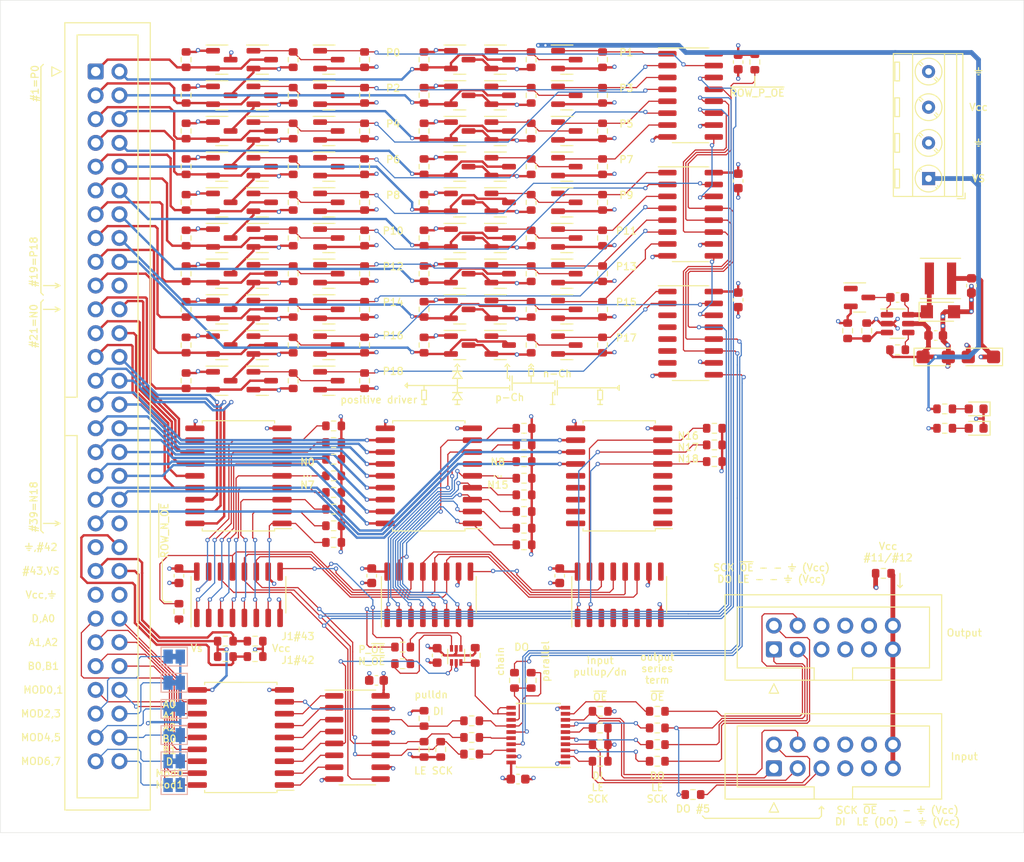
<source format=kicad_pcb>
(kicad_pcb (version 20210824) (generator pcbnew)
  (title_block (rev "1"))
  (layers (0 "F.Cu" signal "Front") (1 "In1.Cu" signal) (2 "In2.Cu" signal) (31 "B.Cu" signal "Back") (34 "B.Paste" user) (35 "F.Paste" user) (36 "B.SilkS" user "B.Silkscreen") (37 "F.SilkS" user "F.Silkscreen") (38 "B.Mask" user) (39 "F.Mask" user) (44 "Edge.Cuts" user))
  (net 0 "")
  (net 1 "GND")
  (net 2 "VCC")
  (net 3 "/Row Drivers Positive/ROW_P0")
  (net 4 "VS")
  (net 5 "/Row Drivers Positive/ROW_G0")
  (net 6 "Net-(Q1-Pad3)")
  (net 7 "/Row Drivers Positive/ROW_P6")
  (net 8 "/Row Drivers Positive/ROW_P12")
  (net 9 "/Row Drivers Positive/ROW_P18")
  (net 10 "/Row Drivers Positive/ROW_P1")
  (net 11 "/Row Drivers Positive/ROW_P7")
  (net 12 "/Row Drivers Positive/ROW_P13")
  (net 13 "/Row Drivers Positive/ROW_P2")
  (net 14 "/Row Drivers Positive/ROW_P8")
  (net 15 "/Row Drivers Positive/ROW_P14")
  (net 16 "/Row Drivers Positive/ROW_P3")
  (net 17 "/Row Drivers Positive/ROW_P9")
  (net 18 "/Row Drivers Positive/ROW_P15")
  (net 19 "/Row Drivers Positive/ROW_P4")
  (net 20 "/Row Drivers Positive/ROW_P10")
  (net 21 "/Row Drivers Positive/ROW_P16")
  (net 22 "/Row Drivers Positive/ROW_P5")
  (net 23 "/Row Drivers Positive/ROW_P11")
  (net 24 "/Row Drivers Positive/ROW_P17")
  (net 25 "/Row Drivers Positive/ROW_G6")
  (net 26 "Net-(Q3-Pad3)")
  (net 27 "/Row Drivers Positive/ROW_G12")
  (net 28 "Net-(Q4-Pad3)")
  (net 29 "/Row Drivers Positive/ROW_G18")
  (net 30 "Net-(Q5-Pad3)")
  (net 31 "/Row Drivers Positive/ROW_G1")
  (net 32 "Net-(Q12-Pad1)")
  (net 33 "/Row Drivers Positive/ROW_G7")
  (net 34 "Net-(Q10-Pad3)")
  (net 35 "/Row Drivers Positive/ROW_G13")
  (net 36 "Net-(Q11-Pad3)")
  (net 37 "/Row Drivers Positive/ROW_G2")
  (net 38 "Net-(Q15-Pad3)")
  (net 39 "/Row Drivers Positive/ROW_G8")
  (net 40 "Net-(Q16-Pad3)")
  (net 41 "/Row Drivers Positive/ROW_G14")
  (net 42 "Net-(Q17-Pad3)")
  (net 43 "/Row Drivers Positive/ROW_G3")
  (net 44 "Net-(Q21-Pad3)")
  (net 45 "/Row Drivers Positive/ROW_G9")
  (net 46 "Net-(Q22-Pad3)")
  (net 47 "/Row Drivers Positive/ROW_G15")
  (net 48 "Net-(Q23-Pad3)")
  (net 49 "/Row Drivers Positive/ROW_G4")
  (net 50 "Net-(Q27-Pad3)")
  (net 51 "/Row Drivers Positive/ROW_G10")
  (net 52 "Net-(Q28-Pad3)")
  (net 53 "/Row Drivers Positive/ROW_G16")
  (net 54 "Net-(Q29-Pad3)")
  (net 55 "/Row Drivers Positive/ROW_G5")
  (net 56 "Net-(Q33-Pad3)")
  (net 57 "/Row Drivers Positive/ROW_G11")
  (net 58 "Net-(Q34-Pad3)")
  (net 59 "/Row Drivers Positive/ROW_G17")
  (net 60 "Net-(Q35-Pad3)")
  (net 61 "Net-(U1-Pad9)")
  (net 62 "/Row Drivers Negative/ROW_N0")
  (net 63 "/Row Drivers Negative/ROW_N1")
  (net 64 "Net-(U2-Pad9)")
  (net 65 "/Row Drivers Negative/ROW_N2")
  (net 66 "/Row Drivers Negative/ROW_N3")
  (net 67 "/Row Drivers Negative/ROW_N4")
  (net 68 "/Row Drivers Negative/ROW_N5")
  (net 69 "/Row Drivers Negative/ROW_N6")
  (net 70 "/Row Drivers Negative/ROW_N7")
  (net 71 "/Row Drivers Negative/ROW_N8")
  (net 72 "/Row Drivers Negative/ROW_N9")
  (net 73 "/Row Drivers Negative/ROW_N10")
  (net 74 "/Row Drivers Negative/ROW_N11")
  (net 75 "/Row Drivers Negative/ROW_N12")
  (net 76 "/Row Drivers Negative/ROW_N13")
  (net 77 "/Row Drivers Negative/ROW_N14")
  (net 78 "/Row Drivers Negative/ROW_N15")
  (net 79 "/Row Drivers Negative/ROW_N16")
  (net 80 "/Row Drivers Negative/ROW_N17")
  (net 81 "/Row Drivers Negative/ROW_N18")
  (net 82 "/COL_D")
  (net 83 "/COL_A0")
  (net 84 "/COL_A1")
  (net 85 "/COL_A2")
  (net 86 "/COL_B0")
  (net 87 "/COL_B1")
  (net 88 "/MODULE_A0")
  (net 89 "/MODULE_A1")
  (net 90 "/MODULE_A2")
  (net 91 "/MODULE_A3")
  (net 92 "/MODULE_A6")
  (net 93 "/MODULE_A5")
  (net 94 "/MODULE_A7")
  (net 95 "/Row Drivers Negative/ROW_N_G1")
  (net 96 "/Row Drivers Negative/ROW_N_G2")
  (net 97 "/Row Drivers Negative/ROW_N_G3")
  (net 98 "/Row Drivers Negative/ROW_N_G4")
  (net 99 "/Row Drivers Negative/ROW_N_G5")
  (net 100 "/Row Drivers Negative/ROW_N_G6")
  (net 101 "/Row Drivers Negative/ROW_N_G7")
  (net 102 "Net-(U4-Pad9)")
  (net 103 "/Row Drivers Negative/ROW_N_G0")
  (net 104 "/Row Drivers Negative/ROW_N_G9")
  (net 105 "/Row Drivers Negative/ROW_N_G10")
  (net 106 "/Row Drivers Negative/ROW_N_G11")
  (net 107 "/Row Drivers Negative/ROW_N_G12")
  (net 108 "/Row Drivers Negative/ROW_N_G13")
  (net 109 "/Row Drivers Negative/ROW_N_G14")
  (net 110 "/Row Drivers Negative/ROW_N_G15")
  (net 111 "Net-(U5-Pad9)")
  (net 112 "/Row Drivers Negative/ROW_N_G8")
  (net 113 "/Row Drivers Negative/ROW_N_G17")
  (net 114 "/Row Drivers Negative/ROW_N_G18")
  (net 115 "/Row Drivers Negative/ROW_N_G16")
  (net 116 "/MODULE_A4")
  (net 117 "/~{ROW_P_OE}")
  (net 118 "/~{ROW_N_OE}")
  (net 119 "/SCK")
  (net 120 "/LE")
  (net 121 "/ROW_DI")
  (net 122 "/DI")
  (net 123 "/~{ROW_OE}")
  (net 124 "/J1_P42")
  (net 125 "/J1_P43")
  (net 126 "/DI_LV")
  (net 127 "/SCK_LV")
  (net 128 "/LE_LV")
  (net 129 "/~{ROW_OE}_LV")
  (net 130 "Net-(R87-Pad1)")
  (net 131 "Net-(R88-Pad1)")
  (net 132 "/VREG_SW")
  (net 133 "/VREG_FB")
  (net 134 "Net-(D22-Pad2)")
  (net 135 "Net-(D23-Pad2)")
  (net 136 "Net-(R91-Pad2)")
  (net 137 "Net-(U11-Pad6)")
  (net 138 "Net-(U11-Pad7)")
  (net 139 "Net-(C13-Pad2)")
  (net 140 "/COL_D_LV")
  (net 141 "Net-(U12-Pad7)")
  (net 142 "Net-(U12-Pad6)")
  (net 143 "Net-(U12-Pad5)")
  (net 144 "Net-(U12-Pad4)")
  (net 145 "Net-(U12-Pad8)")
  (net 146 "Net-(U10-Pad6)")
  (net 147 "Net-(U10-Pad4)")
  (net 148 "Net-(U13-Pad3)")
  (net 149 "/SCK_OUT")
  (net 150 "Net-(U13-Pad5)")
  (net 151 "/LE_OUT")
  (net 152 "Net-(U13-Pad7)")
  (net 153 "/DO")
  (net 154 "Net-(U13-Pad9)")
  (net 155 "/~{ROW_OE}_OUT")
  (net 156 "/DO_LV_SEL")
  (net 157 "/DO_P")
  (net 158 "/DI_x")
  (net 159 "Net-(J2-Pad11)")
  (net 160 "Net-(J2-Pad5)")
  (footprint "Resistor_SMD:R_0603_1608Metric" (layer "F.Cu") (at 180.848 119.126 180)
    (fp_text reference "R96" hide)
    (fp_text value "10k" hide)
  )
  (footprint "Resistor_SMD:R_0603_1608Metric" (layer "F.Cu") (at 181.102 72.39 -90)
    (fp_text reference "R15" hide)
    (fp_text value "10k" hide)
  )
  (footprint "Resistor_SMD:R_0603_1608Metric" (layer "F.Cu") (at 173.481999 80.01 90)
    (fp_text reference "R54" hide)
    (fp_text value "10k" hide)
  )
  (footprint "Resistor_SMD:R_0603_1608Metric" (layer "F.Cu") (at 172.72 92.456)
    (fp_text reference "R74" hide)
    (fp_text value "10k" hide)
  )
  (footprint "Resistor_SMD:R_0603_1608Metric" (layer "F.Cu") (at 148.082 76.2 90)
    (fp_text reference "R27" hide)
    (fp_text value "10k" hide)
  )
  (footprint "Resistor_SMD:R_0603_1608Metric" (layer "F.Cu") (at 162.051999 60.96 90)
    (fp_text reference "R20" hide)
    (fp_text value "10k" hide)
  )
  (footprint "Capacitor_SMD:C_0603_1608Metric" (layer "F.Cu") (at 195.58 49.784 90)
    (fp_text reference "C1" hide)
    (fp_text value "100n" hide)
  )
  (footprint "Package_TO_SOT_SMD:SOT-23" (layer "F.Cu") (at 151.892 80.01)
    (fp_text reference "Q29" hide)
    (fp_text value "BSS123" hide)
  )
  (footprint "Resistor_SMD:R_0603_1608Metric" (layer "F.Cu") (at 162.051999 76.2 90)
    (fp_text reference "R39" hide)
    (fp_text value "10k" hide)
  )
  (footprint "Resistor_SMD:R_0603_1608Metric" (layer "F.Cu") (at 193.04 88.9)
    (fp_text reference "R68" hide)
    (fp_text value "10k" hide)
  )
  (footprint "Resistor_SMD:R_0603_1608Metric" (layer "F.Cu") (at 180.848 122.682)
    (fp_text reference "R98" hide)
    (fp_text value "10k" hide)
  )
  (footprint "Resistor_SMD:R_0603_1608Metric" (layer "F.Cu") (at 181.102 57.15 -90)
    (fp_text reference "R49" hide)
    (fp_text value "10k" hide)
  )
  (footprint "Resistor_SMD:R_0603_1608Metric" (layer "F.Cu") (at 171.704 115.824 -90)
    (fp_text reference "R106" hide)
    (fp_text value "0R (dnp)" hide)
  )
  (footprint "Resistor_SMD:R_0603_1608Metric" (layer "F.Cu") (at 162.052 119.888 90)
    (fp_text reference "R82" hide)
    (fp_text value "10k" hide)
  )
  (footprint "Inductor_SMD:L_Coilcraft_XxL4020" (layer "F.Cu") (at 217.17 72.898)
    (fp_text reference "L1" hide)
    (fp_text value "L_Small" hide)
  )
  (footprint "Capacitor_SMD:C_0603_1608Metric" (layer "F.Cu") (at 163.449 113.157 90)
    (fp_text reference "C8" hide)
    (fp_text value "100n" hide)
  )
  (footprint "Capacitor_SMD:C_0603_1608Metric" (layer "F.Cu") (at 156.972 115.824)
    (fp_text reference "C7" hide)
    (fp_text value "100n" hide)
  )
  (footprint "Resistor_SMD:R_0603_1608Metric" (layer "F.Cu") (at 173.482 115.824 -90)
    (fp_text reference "R105" hide)
    (fp_text value "0R (dnp)" hide)
  )
  (footprint "Package_TO_SOT_SMD:SOT-23" (layer "F.Cu") (at 140.462 76.2)
    (fp_text reference "D10" hide)
    (fp_text value "SOT23 A-C-K" hide)
  )
  (footprint "Resistor_SMD:R_0603_1608Metric" (layer "F.Cu") (at 155.702 60.96 -90)
    (fp_text reference "R4" hide)
    (fp_text value "10k" hide)
  )
  (footprint "Resistor_SMD:R_0603_1608Metric" (layer "F.Cu") (at 159.766 114.046)
    (fp_text reference "R90" hide)
    (fp_text value "68R" hide)
  )
  (footprint "Capacitor_Tantalum_SMD:CP_EIA-3216-18_Kemet-A" (layer "F.Cu") (at 221.488 81.28 180)
    (fp_text reference "C15" hide)
    (fp_text value "10u" hide)
  )
  (footprint "Package_TO_SOT_SMD:SOT-23" (layer "F.Cu") (at 140.462 80.01)
    (fp_text reference "D16" hide)
    (fp_text value "SOT23 A-C-K" hide)
  )
  (footprint "Resistor_SMD:R_0603_1608Metric" (layer "F.Cu") (at 152.4 92.202)
    (fp_text reference "R73" hide)
    (fp_text value "10k" hide)
  )
  (footprint "Resistor_SMD:R_0603_1608Metric" (layer "F.Cu") (at 217.624 88.9)
    (fp_text reference "R95" hide)
    (fp_text value "1k" hide)
  )
  (footprint "Resistor_SMD:R_0603_1608Metric" (layer "F.Cu") (at 172.72 88.9)
    (fp_text reference "R78" hide)
    (fp_text value "10k" hide)
  )
  (footprint "Capacitor_SMD:C_0603_1608Metric" (layer "F.Cu") (at 135.89 104.648 90)
    (fp_text reference "C4" hide)
    (fp_text value "100n" hide)
  )
  (footprint "Package_SO:SOIC-16_3.9x9.9mm_P1.27mm" (layer "F.Cu") (at 190.5 66.04)
    (fp_text reference "U2" hide)
    (fp_text value "74HCT595" hide)
  )
  (footprint "Package_TO_SOT_SMD:SOT-23" (layer "F.Cu") (at 170.18 53.34)
    (fp_text reference "Q24" hide)
    (fp_text value "BSS84" hide)
  )
  (footprint "Package_TO_SOT_SMD:SOT-23" (layer "F.Cu") (at 144.78 76.2)
    (fp_text reference "Q20" hide)
    (fp_text value "BSS84" hide)
  )
  (footprint "Package_TO_SOT_SMD:SOT-23" (layer "F.Cu") (at 140.462 57.15)
    (fp_text reference "D14" hide)
    (fp_text value "SOT23 A-C-K" hide)
  )
  (footprint "Package_TO_SOT_SMD:SOT-23" (layer "F.Cu") (at 177.292 72.39)
    (fp_text reference "Q11" hide)
    (fp_text value "BSS123" hide)
  )
  (footprint "Resistor_SMD:R_0603_1608Metric" (layer "F.Cu") (at 135.89 108.458 90)
    (fp_text reference "R59" hide)
    (fp_text value "10k" hide)
  )
  (footprint "Resistor_SMD:R_0603_1608Metric" (layer "F.Cu") (at 162.051999 49.53 90)
    (fp_text reference "R19" hide)
    (fp_text value "10k" hide)
  )
  (footprint "Resistor_SMD:R_0603_1608Metric" (layer "F.Cu") (at 180.848 120.904)
    (fp_text reference "R99" hide)
    (fp_text value "10k" hide)
  )
  (footprint "Resistor_SMD:R_0603_1608Metric" (layer "F.Cu") (at 148.082 72.39 90)
    (fp_text reference "R8" hide)
    (fp_text value "10k" hide)
  )
  (footprint "Resistor_SMD:R_0603_1608Metric" (layer "F.Cu") (at 136.652 80.01 90)
    (fp_text reference "R48" hide)
    (fp_text value "10k" hide)
  )
  (footprint "Package_TO_SOT_SMD:SOT-23" (layer "F.Cu") (at 177.292 57.15)
    (fp_text reference "Q33" hide)
    (fp_text value "BSS123" hide)
  )
  (footprint "Resistor_SMD:R_0603_1608Metric" (layer "F.Cu") (at 148.082 49.53 90)
    (fp_text reference "R2" hide)
    (fp_text value "10k" hide)
  )
  (footprint "Package_TO_SOT_SMD:SOT-23" (layer "F.Cu") (at 177.292 76.2)
    (fp_text reference "Q23" hide)
    (fp_text value "BSS123" hide)
  )
  (footprint "Resistor_SMD:R_0603_1608Metric" (layer "F.Cu") (at 155.702 76.2 -90)
    (fp_text reference "R24" hide)
    (fp_text value "10k" hide)
  )
  (footprint "Resistor_SMD:R_0603_1608Metric" (layer "F.Cu") (at 172.72 90.678)
    (fp_text reference "R76" hide)
    (fp_text value "10k" hide)
  )
  (footprint "Package_TO_SOT_SMD:SOT-23" (layer "F.Cu") (at 144.78 60.96)
    (fp_text reference "Q6" hide)
    (fp_text value "BSS84" hide)
  )
  (footprint "Package_TO_SOT_SMD:SOT-23" (layer "F.Cu") (at 165.861999 57.15)
    (fp_text reference "D17" hide)
    (fp_text value "SOT23 A-C-K" hide)
  )
  (footprint "Resistor_SMD:R_0603_1608Metric" (layer "F.Cu") (at 144.018 111.633 180)
    (fp_text reference "R86" hide)
    (fp_text value "0R (dnp)" hide)
  )
  (footprint "Resistor_SMD:R_0603_1608Metric" (layer "F.Cu") (at 136.652 72.39 90)
    (fp_text reference "R11" hide)
    (fp_text value "10k" hide)
  )
  (footprint "Package_TO_SOT_SMD:SOT-23" (layer "F.Cu") (at 151.892 64.77)
    (fp_text reference "Q16" hide)
    (fp_text value "BSS123" hide)
  )
  (footprint "Resistor_SMD:R_0603_1608Metric" (layer "F.Cu") (at 155.702 83.82 -90)
    (fp_text reference "R6" hide)
    (fp_text value "10k" hide)
  )
  (footprint "Package_TO_SOT_SMD:SOT-23" (layer "F.Cu") (at 151.892 49.53)
    (fp_text reference "Q1" hide)
    (fp_text value "BSS123" hide)
  )
  (footprint "Resistor_SMD:R_0603_1608Metric" (layer "F.Cu") (at 162.052 123.19 -90)
    (fp_text reference "R79" hide)
    (fp_text value "10k" hide)
  )
  (footprint "Package_TO_SOT_SMD:SOT-23" (layer "F.Cu") (at 151.892 60.96)
    (fp_text reference "Q3" hide)
    (fp_text value "BSS123" hide)
  )
  (footprint "Resistor_SMD:R_0603_1608Metric" (layer "F.Cu") (at 155.702 57.15 -90)
    (fp_text reference "R40" hide)
    (fp_text value "10k" hide)
  )
  (footprint "Capacitor_SMD:C_0603_1608Metric" (layer "F.Cu") (at 216.662 78.994 180)
    (fp_text reference "C11" hide)
    (fp_text value "100n" hide)
  )
  (footprint "Package_TO_SOT_SMD:SOT-23" (layer "F.Cu") (at 170.18 68.58)
    (fp_text reference "Q37" hide)
    (fp_text value "BSS84" hide)
  )
  (footprint "Package_SO:SOIC-16_3.9x9.9mm_P1.27mm" (layer "F.Cu") (at 154.94 121.92)
    (fp_text reference "U11" hide)
    (fp_text value "74HCT595" hide)
  )
  (footprint "Package_SO:SOIC-18W_7.5x11.6mm_P1.27mm" (layer "F.Cu") (at 142.24 93.98 180)
    (fp_text reference "U7" hide)
    (fp_text value "ULN2803A" hide)
  )
  (footprint "Package_TO_SOT_SMD:SOT-23" (layer "F.Cu") (at 140.462 68.58)
    (fp_text reference "D15" hide)
    (fp_text value "SOT23 A-C-K" hide)
  )
  (footprint "Resistor_SMD:R_0603_1608Metric" (layer "F.Cu") (at 152.4 97.536)
    (fp_text reference "R66" hide)
    (fp_text value "10k" hide)
  )
  (footprint "Package_TO_SOT_SMD:SOT-563" (layer "F.Cu") (at 165.481 113.157 90)
    (fp_text reference "U10" hide)
    (fp_text value "74LVC1G19" hide)
  )
  (footprint "Resistor_SMD:R_0603_1608Metric" (layer "F.Cu") (at 167.513 113.157 -90)
    (fp_text reference "R81" hide)
    (fp_text value "10k" hide)
  )
  (footprint "Resistor_SMD:R_0603_1608Metric" (layer "F.Cu") (at 162.051999 64.77 90)
    (fp_text reference "R38" hide)
    (fp_text value "10k" hide)
  )
  (footprint "Resistor_SMD:R_0603_1608Metric" (layer "F.Cu") (at 207.264 78.486 -90)
    (fp_text reference "R92" hide)
    (fp_text value "150k" hide)
  )
  (footprint "Package_TO_SOT_SMD:SOT-23" (layer "F.Cu") (at 170.18 76.2)
    (fp_text reference "Q26" hide)
    (fp_text value "BSS84" hide)
  )
  (footprint "Resistor_SMD:R_0603_1608Metric" (layer "F.Cu") (at 136.652 76.2 90)
    (fp_text reference "R30" hide)
    (fp_text value "10k" hide)
  )
  (footprint "Package_TO_SOT_SMD:TSOT-23-6" (layer "F.Cu") (at 212.598 77.724)
    (fp_text reference "U14" hide)
    (fp_text value "LM2734Y" hide)
  )
  (footprint "Package_TO_SOT_SMD:SOT-23" (layer "F.Cu") (at 144.78 83.82)
    (fp_text reference "Q8" hide)
    (fp_text value "BSS84" hide)
  )
  (footprint "Resistor_SMD:R_0603_1608Metric" (layer "F.Cu") (at 181.102 60.96 -90)
    (fp_text reference "R14" hide)
    (fp_text value "10k" hide)
  )
  (footprint "Resistor_SMD:R_0603_1608Metric" (layer "F.Cu") (at 173.481999 64.77 90)
    (fp_text reference "R35" hide)
    (fp_text value "10k" hide)
  )
  (footprint "Resistor_SMD:R_0603_1608Metric" (layer "F.Cu") (at 172.72 94.234)
    (fp_text reference "R72" hide)
    (fp_text value "10k" hide)
  )
  (footprint "Resistor_SMD:R_0603_1608Metric" (layer "F.Cu") (at 136.652 60.96 90)
    (fp_text reference "R10" hide)
    (fp_text value "10k" hide)
  )
  (footprint "Resistor_SMD:R_0603_1608Metric" (layer "F.Cu") (at 173.481999 72.39 90)
    (fp_text reference "R18" hide)
    (fp_text value "10k" hide)
  )
  (footprint "Resistor_SMD:R_0603_1608Metric" (layer "F.Cu") (at 209.296 78.486 -90)
    (fp_text reference "R93" hide)
    (fp_text value "10k" hide)
  )
  (footprint "Package_SO:SOIC-16_3.9x9.9mm_P1.27mm" (layer "F.Cu") (at 190.5 53.34)
    (fp_text reference "U1" hide)
    (fp_text value "74HCT595" hide)
  )
  (footprint "Package_TO_SOT_SMD:SOT-23" (layer "F.Cu") (at 170.18 60.96)
    (fp_text reference "Q13" hide)
    (fp_text value "BSS84" hide)
  )
  (footprint "Package_TO_SOT_SMD:SOT-23" (layer "F.Cu") (at 151.892 76.2)
    (fp_text reference "Q17" hide)
    (fp_text value "BSS123" hide)
  )
  (footprint "Package_TO_SOT_SMD:SOT-23" (layer "F.Cu") (at 177.292 60.96)
    (fp_text reference "Q10" hide)
    (fp_text value "BSS123" hide)
  )
  (footprint "Resistor_SMD:R_0603_1608Metric" (layer "F.Cu") (at 140.843 113.284)
    (fp_text reference "R83" hide)
    (fp_text value "0R (dnp)" hide)
  )
  (footprint "Package_TO_SOT_SMD:SOT-23" (layer "F.Cu") (at 165.861999 60.96)
    (fp_text reference "D6" hide)
    (fp_text value "SOT23 A-C-K" hide)
  )
  (footprint "Resistor_SMD:R_0603_1608Metric" (layer "F.Cu") (at 148.082 60.96 90)
    (fp_text reference "R7" hide)
    (fp_text value "10k" hide)
  )
  (footprint "Resistor_SMD:R_0603_1608Metric" (layer "F.Cu") (at 186.944 124.46)
    (fp_text reference "R101" hide)
    (fp_text value "68R" hide)
  )
  (footprint "Package_TO_SOT_SMD:SOT-23" (layer "F.Cu") (at 144.78 57.15)
    (fp_text reference "Q30" hide)
    (fp_text value "BSS84" hide)
  )
  (footprint "Package_SO:SOIC-16_3.9x9.9mm_P1.27mm" (layer "F.Cu") (at 142.24 106.68 90)
    (fp_text reference "U4" hide)
    (fp_text value "74HCT595" hide)
  )
  (footprint "Resistor_SMD:R_0603_1608Metric" (layer "F.Cu") (at 217.624 86.828)
    (fp_text reference "R94" hide)
    (fp_text value "1k" hide)
  )
  (footprint "Package_TO_SOT_SMD:SOT-23" (layer "F.Cu") (at 170.18 72.39)
    (fp_text reference "Q14" hide)
    (fp_text value "BSS84" hide)
  )
  (footprint "Resistor_SMD:R_0603_1608Metric" (layer "F.Cu") (at 181.102 80.01 -90)
    (fp_text reference "R51" hide)
    (fp_text value "10k" hide)
  )
  (footprint "Resistor_SMD:R_0603_1608Metric" (layer "F.Cu") (at 162.051999 72.39 90)
    (fp_text reference "R21" hide)
    (fp_text value "10k" hide)
  )
  (footprint "Connector_IDC:IDC-Header_2x06_P2.54mm_Vertical" (layer "F.Cu") (at 199.39 112.5125 90)
    (fp_text reference "J4" hide)
    (fp_text value "Conn_02x06_Odd_Even" hide)
  )
  (footprint "Package_SO:SOIC-16_3.9x9.9mm_P1.27mm" (layer "F.Cu") (at 182.88 106.68 90)
    (fp_text reference "U6" hide)
    (fp_text value "74HCT595" hide)
  )
  (footprint "Package_TO_SOT_SMD:SOT-23" (layer "F.Cu") (at 140.462 60.96)
    (fp_text reference "D2" hide)
    (fp_text value "SOT23 A-C-K" hide)
  )
  (footprint "Resistor_SMD:R_0603_1608Metric" (layer "F.Cu") (at 155.702 80.01 -90)
    (fp_text reference "R42" hide)
    (fp_text value "10k" hide)
  )
  (footprint "Resistor_SMD:R_0603_1608Metric" (layer "F.Cu") (at 193.04 90.678)
    (fp_text reference "R65" hide)
    (fp_text value "10k" hide)
  )
  (footprint "Package_TO_SOT_SMD:SOT-23" (layer "F.Cu") (at 144.78 53.34)
    (fp_text reference "Q18" hide)
    (fp_text value "BSS84" hide)
  )
  (footprint "Capacitor_SMD:C_0603_1608Metric" (layer "F.Cu") (at 195.58 62.484 90)
    (fp_text reference "C2" hide)
    (fp_text value "100n" hide)
  )
  (footprint "Resistor_SMD:R_0603_1608Metric" (layer "F.Cu") (at 211.074 104.394 180)
    (fp_text reference "R107" hide)
    (fp_text value "0R (dnp)" hide)
  )
  (footprint "Resistor_SMD:R_0603_1608Metric" (layer "F.Cu") (at 181.102 64.77 -90)
    (fp_text reference "R32" hide)
    (fp_text value "10k" hide)
  )
  (footprint "Package_TO_SOT_SMD:SOT-23" (layer "F.Cu") (at 177.292 49.53)
    (fp_text reference "Q9" hide)
    (fp_text value "BSS123" hide)
  )
  (footprint "Package_SO:SOIC-16_3.9x9.9mm_P1.27mm" (layer "F.Cu") (at 190.5 78.74)
    (fp_text reference "U3" hide)
    (fp_text value "74HCT595" hide)
  )
  (footprint "TerminalBlock_MetzConnect:TerminalBlock_MetzConnect_Type086_RT03404HBLC_1x04_P3.81mm_Horizontal" (layer "F.Cu") (at 215.9 62.23 90)
    (fp_text reference "J3" hide)
    (fp_text value "Screw_Terminal_01x04" hide)
  )
  (footprint "Package_TO_SOT_SMD:SOT-23" (layer "F.Cu") (at 140.462 49.53)
    (fp_text reference "D1" hide)
    (fp_text value "SOT23 A-C-K" hide)
  )
  (footprint "Resistor_SMD:R_0603_1608Metric" (layer "F.Cu") (at 173.481999 57.15 90)
    (fp_text reference "R52" hide)
    (fp_text value "10k" hide)
  )
  (footprint "Package_TO_SOT_SMD:SOT-23" (layer "F.Cu") (at 165.861999 68.58)
    (fp_text reference "D18" hide)
    (fp_text value "SOT23 A-C-K" hide)
  )
  (footprint "Package_SO:SOIC-18W_7.5x11.6mm_P1.27mm" (layer "F.Cu") (at 162.56 93.98 180)
    (fp_text reference "U8" hide)
    (fp_text value "ULN2803A" hide)
  )
  (footprint "LED_SMD:LED_0603_1608Metric" (layer "F.Cu") (at 220.98 86.828 180)
    (fp_text reference "D22" hide)
    (fp_text value "LED" hide)
  )
  (footprint "Capacitor_SMD:C_0603_1608Metric" (layer "F.Cu") (at 172.085 126.365 180)
    (fp_text reference "C10" hide)
    (fp_text value "100n" hide)
  )
  (footprint "Resistor_SMD:R_0603_1608Metric" (layer "F.Cu") (at 136.652 83.82 90)
    (fp_text reference "R12" hide)
    (fp_text value "10k" hide)
  )
  (footprint "Resistor_SMD:R_0603_1608Metric" (layer "F.Cu") (at 193.04 92.456)
    (fp_text reference "R62" hide)
    (fp_text value "10k" hide)
  )
  (footprint "Resistor_SMD:R_0603_1608Metric" (layer "F.Cu") (at 186.944 120.904)
    (fp_text reference "R103" hide)
    (fp_text value "68R" hide)
  )
  (footprint "Resistor_SMD:R_0603_1608Metric" (layer "F.Cu") (at 172.72 99.568)
    (fp_text reference "R64" hide)
    (fp_text value "10k" hide)
  )
  (footprint "Resistor_SMD:R_0603_1608Metric" (layer "F.Cu") (at 162.051999 57.15 90)
    (fp_text reference "R55" hide)
    (fp_text value "10k" hide)
  )
  (footprint "Package_TO_SOT_SMD:SOT-23" (layer "F.Cu") (at 144.78 49.53)
    (fp_text reference "Q2" hide)
    (fp_text value "BSS84" hide)
  )
  (footprint "Package_TO_SOT_SMD:SOT-23" (layer "F.Cu") (at 177.292 64.77)
    (fp_text reference "Q22" hide)
    (fp_text value "BSS123" hide)
  )
  (footprint "Package_TO_SOT_SMD:SOT-23" (layer "F.Cu") (at 144.78 72.39)
    (fp_text reference "Q7" hide)
    (fp_text value "BSS84" hide)
  )
  (footprint "Capacitor_SMD:C_0603_1608Metric" (layer "F.Cu") (at 195.58 75.184 90)
    (fp_text reference "C3" hide)
    (fp_text value "100n" hide)
  )
  (footprint "Resistor_SMD:R_0603_1608Metric" (layer "F.Cu") (at 148.082 83.82 90)
    (fp_text reference "R9" hide)
    (fp_text value "10k" hide)
  )
  (footprint "Package_TO_SOT_SMD:SOT-23" (layer "F.Cu") (at 151.892 72.39)
    (fp_text reference "Q4" hide)
    (fp_text value "BSS123" hide)
  )
  (footprint "Resistor_SMD:R_0603_1608Metric" (layer "F.Cu") (at 172.72 101.346)
    (fp_text reference "R61" hide)
    (fp_text value "10k" hide)
  )
  (footprint "Resistor_SMD:R_0603_1608Metric" (layer "F.Cu") (at 136.652 53.34 90)
    (fp_text reference "R28" hide)
    (fp_text value "10k" hide)
  )
  (footprint "Resistor_SMD:R_0603_1608Metric" (layer "F.Cu") (at 152.4 95.758)
    (fp_text reference "R69" hide)
    (fp_text value "10k" hide)
  )
  (footprint "Resistor_SMD:R_0603_1608Metric" (layer "F.Cu") (at 155.702 64.77 -90)
    (fp_text reference "R23" hide)
    (fp_text value "10k" hide)
  )
  (footprint "Capacitor_Tantalum_SMD:CP_EIA-3216-18_Kemet-A" (layer "F.Cu") (at 216.662 81.28)
    (fp_text reference "C12" hide)
    (fp_text value "10u" hide)
  )
  (footprint "Package_TO_SOT_SMD:SOT-23" (layer "F.Cu") (at 140.462 64.77)
    (fp_text reference "D9" hide)
    (fp_text value "SOT23 A-C-K" hide)
  )
  (footprint "Package_TO_SOT_SMD:SOT-23" (layer "F.Cu") (at 177.292 53.34)
    (fp_text reference "Q21" hide)
    (fp_text value "BSS123" hide)
  )
  (footprint "Resistor_SMD:R_0603_1608Metric" (layer "F.Cu") (at 162.051999 68.58 90)
    (fp_text reference "R56" hide)
    (fp_text value "10k" hide)
  )
  (footprint "Resistor_SMD:R_0603_1608Metric" (layer "F.Cu") (at 173.481999 53.34 90)
    (fp_text reference "R34" hide)
    (fp_text value "10k" hide)
  )
  (footprint "Resistor_SMD:R_0603_1608Metric" (layer "F.Cu") (at 190.754 128.016 180)
    (fp_text reference "R108" hide)
    (fp_text value "0R (dnp)" hide)
  )
  (footprint "Package_TO_SOT_SMD:SOT-23" (layer "F.Cu") (at 144.78 68.58)
    (fp_text reference "Q31" hide)
    (fp_text value "BSS84" hide)
  )
  (footprint "Package_TO_SOT_SMD:SOT-23" (layer "F.Cu") (at 170.18 80.01)
    (fp_text reference "Q38" hide)
    (fp_text value "BSS84" hide)
  )
  (footprint "Package_TO_SOT_SMD:SOT-23" (layer "F.Cu") (at 165.861999 53.34)
    (fp_text reference "D11" hide)
    (fp_text value "SOT23 A-C-K" hide)
  )
  (footprint "Package_TO_SOT_SMD:SOT-23" (layer "F.Cu") (at 144.78 64.77)
    (fp_text reference "Q19" hide)
    (fp_text value "BSS84" hide)
  )
  (footprint "Resistor_SMD:R_0603_1608Metric" (layer "F.Cu") (at 148.082 80.01 90)
    (fp_text reference "R45" hide)
    (fp_text value "10k" hide)
  )
  (footprint "Resistor_SMD:R_0603_1608Metric" (layer "F.Cu") (at 155.702 49.53 -90)
    (fp_text reference "R1" hide)
    (fp_text value "10k" hide)
  )
  (footprint "Package_SO:SOIC-16_3.9x9.9mm_P1.27mm" (layer "F.Cu") (at 162.56 106.68 90)
    (fp_text reference "U5" hide)
    (fp_text value "74HCT595" hide)
  )
  (footprint "Resistor_SMD:R_0603_1608Metric" (layer "F.Cu") (at 152.4 90.424)
    (fp_text reference "R75" hide)
    (fp_text value "10k" hide)
  )
  (footprint "Package_TO_SOT_SMD:SOT-23" (layer "F.Cu") (at 177.292 68.58)
    (fp_text reference "Q34" hide)
    (fp_text value "BSS123" hide)
  )
  (footprint "Resistor_SMD:R_0603_1608Metric" (layer "F.Cu") (at 148.082 68.58 90)
    (fp_text reference "R44" hide)
    (fp_text value "10k" hide)
  )
  (footprint "Resistor_SMD:R_0603_1608Metric" (layer "F.Cu") (at 172.72 97.79)
    (fp_text reference "R67" hide)
    (fp_text value "10k" hide)
  )
  (footprint "Resistor_SMD:R_0603_1608Metric" (layer "F.Cu") (at 180.848 124.46)
    (fp_text reference "R97" hide)
    (fp_text value "10k" hide)
  )
  (footprint "Package_TO_SOT_SMD:SOT-23" (layer "F.Cu") (at 151.892 83.82)
    (fp_text reference "Q5" hide)
    (fp_text value "BSS123" hide)
  )
  (footprint "Resistor_SMD:R_0603_1608Metric" (layer "F.Cu") (at 136.652 57.15 90)
    (fp_text reference "R46" hide)
    (fp_text value "10k" hide)
  )
  (footprint "Package_SO:SOIC-18W_7.5x11.6mm_P1.27mm" (layer "F.Cu") (at 142.494 121.92 180)
    (fp_text reference "U12" hide)
    (fp_text value "ULN2803A" hide)
  )
  (footprint "Package_TO_SOT_SMD:SOT-23" (layer "F.Cu") (at 165.861999 72.39)
    (fp_text reference "D7" hide)
    (fp_text value "SOT23 A-C-K" hide)
  )
  (footprint "Resistor_SMD:R_0603_1608Metric" (layer "F.Cu") (at 173.481999 60.96 90)
    (fp_text reference "R17" hide)
    (fp_text value "10k" hide)
  )
  (footprint "Capacitor_SMD:C_0603_1608Metric" (layer "F.Cu") (at 220.472 73.66 90)
    (fp_text reference "C14" hide)
    (fp_text value "100n" hide)
  )
  (footprint "Package_TO_SOT_SMD:SOT-23" (layer "F.Cu") (at 177.292 80.01)
    (fp_text reference "Q35" hide)
    (fp_text value "BSS123" hide)
  )
  (footprint "Resistor_SMD:R_0603_1608Metric" (layer "F.Cu") (at 148.082 57.15 90)
    (fp_text reference "R43" hide)
    (fp_text value "10k" hide)
  )
  (footprint "Resistor_SMD:R_0603_1608Metric" (layer "F.Cu") (at 136.652 64.77 90)
    (fp_text reference "R29" hide)
    (fp_text value "10k" hide)
  )
  (footprint "Package_TO_SOT_SMD:SOT-23" (layer "F.Cu") (at 151.892 53.34)
    (fp_text reference "Q15" hide)
    (fp_text value "BSS123" hide)
  )
  (footprint "LED_SMD:LED_0603_1608Metric" (layer "F.Cu") (at 220.98 88.9 180)
    (fp_text reference "D23" hide)
    (fp_text value "LED" hide)
  )
  (footprint "Connector_IDC:IDC-Header_2x30_P2.54mm_Vertical" (layer "F.Cu") (at 127 50.8)
    (fp_text reference "J1" hide)
    (fp_text value "Conn_02x30_Odd_Even" hide)
  )
  (footprint "Resistor_SMD:R_0603_1608Metric" (layer "F.Cu") (at 155.702 53.34 -90)
    (fp_text reference "R22" hide)
    (fp_text value "10k" hide)
  )
  (footprint "Resistor_SMD:R_0603_1608Metric" (layer "F.Cu") (at 181.102 76.2 -90)
    (fp_text reference "R33" hide)
    (fp_text value "10k" hide)
  )
  (footprint "Package_SO:SOIC-18W_7.5x11.6mm_P1.27mm" (layer "F.Cu") (at 182.88 93.98 180)
    (fp_text reference "U9" hide)
    (fp_text value "ULN2803A" hide)
  )
  (footprint "Package_TO_SOT_SMD:SOT-23" (layer "F.Cu") (at 170.18 64.77)
    (fp_text reference "Q25" hide)
    (fp_text value "BSS84" hide)
  )
  (footprint "Package_TO_SOT_SMD:SOT-23" (layer "F.Cu") (at 140.462 72.39)
    (fp_text reference "D3" hide)
    (fp_text value "SOT23 A-C-K" hide)
  )
  (footprint "Resistor_SMD:R_0603_1608Metric" (layer "F.Cu") (at 167.132 120.142 180)
    (fp_text reference "R89" hide)
    (fp_text value "68R" hide)
  )
  (footprint "Resistor_SMD:R_0603_1608Metric" (layer "F.Cu") (at 181.102 53.34 -90)
    (fp_text reference "R31" hide)
    (fp_text value "10k" hide)
  )
  (footprint "Resistor_SMD:R_0603_1608Metric" (layer "F.Cu") (at 148.082 64.77 90)
    (fp_text reference "R26" hide)
    (fp_text value "10k" hide)
  )
  (footprint "Resistor_SMD:R_0603_1608Metric" (layer "F.Cu") (at 167.132 121.92 180)
    (fp_text reference "R88" hide)
    (fp_text value "68R" hide)
  )
  (footprint "Package_TO_SOT_SMD:SOT-23" (layer "F.Cu") (at 170.18 49.53)
    (fp_text reference "Q12" hide)
    (fp_text value "BSS84" hide)
  )
  (footprint "Connector_IDC:IDC-Header_2x06_P2.54mm_Vertical" (layer "F.Cu") (at 199.39 125.2125 90)
    (fp_text reference "J2" hide)
    (fp_text value "Conn_02x06_Odd_Even" hide)
  )
  (footprint "Package_TO_SOT_SMD:SOT-23" (layer "F.Cu") (at 165.861999 80.01)
    (fp_text reference "D19" hide)
    (fp_text value "SOT23 A-C-K" hide)
  )
  (footprint "Resistor_SMD:R_0603_1608Metric" (layer "F.Cu") (at 155.702 68.58 -90)
    (fp_text reference "R41" hide)
    (fp_text value "10k" hide)
  )
  (footprint "Package_SO:SSOP-20_4.4x6.5mm_P0.65mm" (layer "F.Cu") (at 174.244 121.666 180)
    (fp_text reference "U13" hide)
    (fp_text value "74HCT244" hide)
  )
  (footprint "Resistor_SMD:R_0603_1608Metric" (layer "F.Cu") (at 152.4 93.98)
    (fp_text reference "R71" hide)
    (fp_text value "10k" hide)
  )
  (footprint "Resistor_SMD:R_0603_1608Metric" (layer "F.Cu") (at 136.652 68.58 90)
    (fp_text reference "R47" hide)
    (fp_text value "10k" hide)
  )
  (footprint "Resistor_SMD:R_0603_1608Metric" (layer "F.Cu") (at 212.598 80.518)
    (fp_text reference "R91" hide)
    (fp_text value "10k" hide)
  )
  (footprint "Package_TO_SOT_SMD:SOT-23" (layer "F.Cu") (at 170.18 57.15)
    (fp_text reference "Q36" hide)
    (fp_text value "BSS84" hide)
  )
  (footprint "Resistor_SMD:R_0603_1608Metric" (layer "F.Cu") (at 186.944 122.682)
    (fp_text reference "R102" hide)
    (fp_text value "68R" hide)
  )
  (footprint "Resistor_SMD:R_0603_1608Metric" (layer "F.Cu") (at 173.481999 68.58 90)
    (fp_text reference "R53" hide)
    (fp_text value "10k" hide)
  )
  (footprint "Package_TO_SOT_SMD:SOT-23" (layer "F.Cu") (at 165.861999 49.53)
    (fp_text reference "D5" hide)
    (fp_text value "SOT23 A-C-K" hide)
  )
  (footprint "Resistor_SMD:R_0603_1608Metric" (layer "F.Cu") (at 163.83 123.19 -90)
    (fp_text reference "R80" hide)
    (fp_text value "10k" hide)
  )
  (footprint "Capacitor_SMD:C_0603_1608Metric" (layer "F.Cu") (at 176.53 104.648 90)
    (fp_text reference "C6" hide)
    (fp_text value "100n" hide)
  )
  (footprint "Package_TO_SOT_SMD:SOT-23" (layer "F.Cu") (at 144.78 80.01)
    (fp_text reference "Q32" hide)
    (fp_text value "BSS84" hide)
  )
  (footprint "Resistor_SMD:R_0603_1608Metric" (layer "F.Cu") (at 162.051999 53.34 90)
    (fp_text reference "R37" hide)
    (fp_text value "10k" hide)
  )
  (footprint "Resistor_SMD:R_0603_1608Metric" (layer "F.Cu") (at 173.481999 76.2 90)
    (fp_text reference "R36" hide)
    (fp_text value "10k" hide)
  )
  (footprint "Resistor_SMD:R_0603_1608Metric" (layer "F.Cu") (at 152.4 88.646)
    (fp_text reference "R77" hide)
    (fp_text value "10k" hide)
  )
  (footprint "Diode_SMD:D_SMF" (layer "F.Cu") (at 217.17 76.454)
    (fp_text reference "D21" hide)
    (fp_text value "SS1P3L" hide)
  )
  (footprint "Package_TO_SOT_SMD:SOT-23" (layer "F.Cu") (at 151.892 68.58)
    (fp_text reference "Q28" hide)
    (fp_text value "BSS123" hide)
  )
  (footprint "Package_TO_SOT_SMD:SOT-23" (layer "F.Cu") (at 140.462 53.34)
    (fp_text reference "D8" hide)
    (fp_text value "SOT23 A-C-K" hide)
  )
  (footprint "Capacitor_SMD:C_0603_1608Metric" (layer "F.Cu") (at 212.598 74.93 180)
    (fp_text reference "C13" hide)
    (fp_text value "100n" hide)
  )
  (footprint "Package_TO_SOT_SMD:SOT-23" (layer "F.Cu") (at 165.861999 64.77)
    (fp_text reference "D12" hide)
    (fp_text value "SOT23 A-C-K" hide)
  )
  (footprint "Package_TO_SOT_SMD:SOT-23" (layer "F.Cu") (at 140.462 83.82)
    (fp_text reference "D4" hide)
    (fp_text value "SOT23 A-C-K" hide)
  )
  (footprint "Package_TO_SOT_SMD:SOT-23" (layer "F.Cu") (at 151.892 57.15)
    (fp_text reference "Q27" hide)
    (fp_text value "BSS123" hide)
  )
  (footprint "Resistor_SMD:R_0603_1608Metric" (layer "F.Cu") (at 173.481999 49.53 90)
    (fp_text reference "R16" hide)
    (fp_text value "10k" hide)
  )
  (footprint "Resistor_SMD:R_0603_1608Metric" (layer "F.Cu") (at 136.652 49.53 90)
    (fp_text reference "R3" hide)
    (fp_text value "10k" hide)
  )
  (footprint "Resistor_SMD:R_0603_1608Metric" (layer "F.Cu") (at 159.766 112.268 180)
    (fp_text reference "R100" hide)
    (fp_text value "68R" hide)
  )
  (footprint "Resistor_SMD:R_0603_1608Metric" (layer "F.Cu") (at 148.082 53.34 90)
    (fp_text reference "R25" hide)
    (fp_text value "10k" hide)
  )
  (footprint "Capacitor_SMD:C_0603_1608Metric" (layer "F.Cu") (at 156.464 104.648 90)
    (fp_text reference "C5" hide)
    (fp_text value "100n" hide)
  )
  (footprint "Package_TO_SOT_SMD:SOT-23" (layer "F.Cu") (at 208.534 74.93)
    (fp_text reference "D20" hide)
    (fp_text value "SOT23 A-C-K" hide)
  )
  (footprint "Resistor_SMD:R_0603_1608Metric" (layer "F.Cu") (at 152.4 99.314)
    (fp_text reference "R63" hide)
    (fp_text value "10k" hide)
  )
  (footprint "Resistor_SMD:R_0603_1608Metric" (layer "F.Cu") (at 155.702 72.39 -90)
    (fp_text reference "R5" hide)
    (fp_text value "10k" hide)
  )
  (footprint "Resistor_SMD:R_0603_1608Metric" (layer "F.Cu") (at 181.102 68.58 -90)
    (fp_text reference "R50" hide)
    (fp_text value "10k" hide)
  )
  (footprint "Resistor_SMD:R_0603_1608Metric" (layer "F.Cu") (at 172.72 96.012)
    (fp_text reference "R70" hide)
    (fp_text value "10k" hide)
  )
  (footprint "Resistor_SMD:R_0603_1608Metric" (layer "F.Cu") (at 144.018 113.284 180)
    (fp_text reference "R84" hide)
    (fp_text value "0R (dnp)" hide)
  )
  (footprint "Resistor_SMD:R_0603_1608Metric" (layer "F.Cu") (at 197.358 49.784 -90)
    (fp_text reference "R58" hide)
    (fp_text value "10k" hide)
  )
  (footprint "Resistor_SMD:R_0603_1608Metric" (layer "F.Cu") (at 181.102 49.53 -90)
    (fp_text reference "R13" hide)
    (fp_text value "10k" hide)
  )
  (footprint "Package_TO_SOT_SMD:SOT-23" (layer "F.Cu") (at 165.861999 76.2)
    (fp_text reference "D13" hide)
    (fp_text value "SOT23 A-C-K" hide)
  )
  (footprint "Resistor_SMD:R_0603_1608Metric" (layer "F.Cu") (at 152.4 101.092)
    (fp_text reference "R60" hide)
    (fp_text value "10k" hide)
  )
  (footprint "Resistor_SMD:R_0603_1608Metric" (layer "F.Cu") (at 162.051999 80.01 90)
    (fp_text reference "R57" hide)
    (fp_text value "10k" hide)
  )
  (footprint "Resistor_SMD:R_0603_1608Metric" (layer "F.Cu") (at 186.944 119.126)
    (fp_text reference "R104" hide)
    (fp_text value "68R" hide)
  )
  (footprint "Resistor_SMD:R_0603_1608Metric" (layer "F.Cu") (at 140.843 111.633)
    (fp_text reference "R85" hide)
    (fp_text value "0R (dnp)" hide)
  )
  (footprint "Resistor_SMD:R_0603_1608Metric" (layer "F.Cu") (at 167.132 123.698 180)
    (fp_text reference "R87" hide)
    (fp_text value "68R" hide)
  )
  (footprint "Jumper:SolderJumper-2_P1.3mm_Bridged_Pad1.0x1.5mm" (layer "B.Cu") (at 135.382 113.284)
    (fp_text reference "JP1" hide)
    (fp_text value "SolderJumper_2_Bridged" hide)
  )
  (footprint "Jumper:SolderJumper-2_P1.3mm_Bridged_Pad1.0x1.5mm" (layer "B.Cu") (at 135.382 118.872)
    (fp_text reference "JP3" hide)
    (fp_text value "SolderJumper_2_Bridged" hide)
  )
  (footprint "Jumper:SolderJumper-2_P1.3mm_Bridged_Pad1.0x1.5mm" (layer "B.Cu") (at 135.382 127)
    (fp_text reference "JP6" hide)
    (fp_text value "SolderJumper_2_Bridged" hide)
  )
  (footprint "Jumper:SolderJumper-2_P1.3mm_Bridged_Pad1.0x1.5mm" (layer "B.Cu") (at 135.382 121.666)
    (fp_text reference "JP4" hide)
    (fp_text value "SolderJumper_2_Bridged" hide)
  )
  (footprint "Jumper:SolderJumper-2_P1.3mm_Bridged_Pad1.0x1.5mm" (layer "B.Cu") (at 135.382 116.078)
    (fp_text reference "JP2" hide)
    (fp_text value "SolderJumper_2_Bridged" hide)
  )
  (footprint "Jumper:SolderJumper-2_P1.3mm_Bridged_Pad1.0x1.5mm" (layer "B.Cu") (at 135.382 124.46)
    (fp_text reference "JP5" hide)
    (fp_text value "SolderJumper_2_Bridged" hide)
  )
  (gr_line (start 213.106 105.664) (end 212.852 105.918) (layer "F.SilkS") (width 0.127))
  (gr_line locked (start 121.412 73.66) (end 123.19 73.66) (layer "F.SilkS") (width 0.127))
  (gr_line (start 176.022 83.82) (end 176.022 84.328) (layer "F.SilkS") (width 0.127))
  (gr_line (start 165.608 84.328) (end 160.274 84.328) (layer "F.SilkS") (width 0.127))
  (gr_line (start 180.594 86.36) (end 181.102 86.36) (layer "F.SilkS") (width 0.127))
  (gr_line (start 171.45 83.312) (end 171.45 84.836) (layer "F.SilkS") (width 0.127))
  (gr_line (start 165.608 82.804) (end 166.116 83.566) (layer "F.SilkS") (width 0.127))
  (gr_line (start 173.482 84.074) (end 171.45 84.074) (layer "F.SilkS") (width 0.127))
  (gr_line (start 212.852 105.918) (end 212.598 105.664) (layer "F.SilkS") (width 0.127))
  (gr_line (start 165.1 82.804) (end 166.116 82.804) (layer "F.SilkS") (width 0.127))
  (gr_line (start 161.798 84.836) (end 161.798 85.852) (layer "F.SilkS") (width 0.127))
  (gr_line locked (start 121.158 50.292) (end 121.158 74.422) (layer "F.SilkS") (width 0.127))
  (gr_line locked (start 121.412 99.06) (end 123.19 99.06) (layer "F.SilkS") (width 0.127))
  (gr_line locked (start 123.19 99.06) (end 122.682 98.806) (layer "F.SilkS") (width 0.127))
  (gr_line (start 160.02 84.328) (end 160.274 84.074) (layer "F.SilkS") (width 0.127))
  (gr_line (start 180.594 85.852) (end 180.848 85.852) (layer "F.SilkS") (width 0.127))
  (gr_line (start 162.052 85.852) (end 162.052 86.36) (layer "F.SilkS") (width 0.127))
  (gr_line (start 176.022 85.09) (end 175.768 85.09) (layer "F.SilkS") (width 0.127))
  (gr_line (start 160.02 84.328) (end 160.274 84.582) (layer "F.SilkS") (width 0.127))
  (gr_line (start 165.1 83.566) (end 165.608 82.804) (layer "F.SilkS") (width 0.127))
  (gr_line (start 173.736 82.296) (end 173.482 82.042) (layer "F.SilkS") (width 0.127))
  (gr_line (start 161.798 86.36) (end 162.306 86.36) (layer "F.SilkS") (width 0.127))
  (gr_line (start 173.482 82.55) (end 173.228 82.55) (layer "F.SilkS") (width 0.127))
  (gr_line (start 165.1 85.852) (end 166.116 85.852) (layer "F.SilkS") (width 0.127))
  (gr_line (start 173.736 83.312) (end 173.228 83.312) (layer "F.SilkS") (width 0.127))
  (gr_line (start 165.862 82.296) (end 165.608 82.042) (layer "F.SilkS") (width 0.127))
  (gr_line (start 171.196 83.312) (end 171.196 83.82) (layer "F.SilkS") (width 0.127))
  (gr_line (start 171.196 82.296) (end 170.942 82.042) (layer "F.SilkS") (width 0.127))
  (gr_line (start 170.942 83.566) (end 170.942 82.296) (layer "F.SilkS") (width 0.127))
  (gr_line (start 176.276 83.82) (end 176.276 85.344) (layer "F.SilkS") (width 0.127))
  (gr_line (start 176.022 84.836) (end 176.022 85.344) (layer "F.SilkS") (width 0.127))
  (gr_line (start 173.736 82.55) (end 173.736 83.312) (layer "F.SilkS") (width 0.127))
  (gr_line (start 165.608 84.582) (end 171.196 84.582) (layer "F.SilkS") (width 0.127))
  (gr_line locked (start 121.158 74.422) (end 121.412 74.676) (layer "F.SilkS") (width 0.127))
  (gr_line (start 173.482 82.55) (end 173.736 82.55) (layer "F.SilkS") (width 0.127))
  (gr_line locked (start 121.412 75.184) (end 121.158 75.438) (layer "F.SilkS") (width 0.127))
  (gr_line (start 162.052 84.328) (end 162.052 84.836) (layer "F.SilkS") (width 0.127))
  (gr_line (start 197.358 51.308) (end 197.358 52.324) (layer "F.SilkS") (width 0.127))
  (gr_line (start 180.848 85.852) (end 181.102 85.852) (layer "F.SilkS") (width 0.127))
  (gr_line (start 166.116 83.566) (end 165.1 83.566) (layer "F.SilkS") (width 0.127))
  (gr_line (start 180.848 84.836) (end 180.848 84.582) (layer "F.SilkS") (width 0.127))
  (gr_line (start 182.88 84.328) (end 182.88 84.836) (layer "F.SilkS") (width 0.127))
  (gr_line locked (start 121.412 50.038) (end 121.158 50.292) (layer "F.SilkS") (width 0.127))
  (gr_line (start 165.608 83.566) (end 165.608 85.09) (layer "F.SilkS") (width 0.127))
  (gr_line (start 166.116 85.852) (end 165.608 85.09) (layer "F.SilkS") (width 0.127))
  (gr_line (start 170.942 83.566) (end 171.196 83.566) (layer "F.SilkS") (width 0.127))
  (gr_line (start 165.1 85.09) (end 166.116 85.09) (layer "F.SilkS") (width 0.127))
  (gr_line locked (start 123.19 73.66) (end 122.682 73.914) (layer "F.SilkS") (width 0.127))
  (gr_line (start 165.1 85.852) (end 165.608 85.09) (layer "F.SilkS") (width 0.127))
  (gr_line (start 171.196 84.328) (end 171.196 84.836) (layer "F.SilkS") (width 0.127))
  (gr_line (start 173.482 84.074) (end 176.022 84.074) (layer "F.SilkS") (width 0.127))
  (gr_line (start 162.306 85.852) (end 162.306 84.836) (layer "F.SilkS") (width 0.127))
  (gr_line locked (start 123.19 73.66) (end 122.682 73.406) (layer "F.SilkS") (width 0.127))
  (gr_line locked (start 122.682 99.314) (end 123.19 99.06) (layer "F.SilkS") (width 0.127))
  (gr_line (start 204.47 130.302) (end 204.47 129.286) (layer "F.SilkS") (width 0.127))
  (gr_line locked (start 121.158 75.438) (end 121.158 99.822) (layer "F.SilkS") (width 0.127))
  (gr_line (start 165.354 82.296) (end 165.608 82.042) (layer "F.SilkS") (width 0.127))
  (gr_line (start 173.482 83.312) (end 173.482 84.074) (layer "F.SilkS") (width 0.127))
  (gr_line (start 134.112 102.87) (end 134.112 107.188) (layer "F.SilkS") (width 0.127))
  (gr_line (start 204.47 129.286) (end 204.724 129.54) (layer "F.SilkS") (width 0.127))
  (gr_line (start 161.798 85.852) (end 162.306 85.852) (layer "F.SilkS") (width 0.127))
  (gr_line (start 182.88 84.836) (end 182.626 84.582) (layer "F.SilkS") (width 0.127))
  (gr_line (start 173.228 82.296) (end 173.482 82.042) (layer "F.SilkS") (width 0.127))
  (gr_line (start 134.112 107.188) (end 134.366 107.442) (layer "F.SilkS") (width 0.127))
  (gr_line (start 134.366 107.442) (end 135.128 107.442) (layer "F.SilkS") (width 0.127))
  (gr_line locked (start 123.19 76.2) (end 122.682 75.946) (layer "F.SilkS") (width 0.127))
  (gr_line locked (start 121.158 99.822) (end 121.412 100.076) (layer "F.SilkS") (width 0.127))
  (gr_line (start 182.626 84.582) (end 182.88 84.328) (layer "F.SilkS") (width 0.127))
  (gr_line (start 173.482 82.296) (end 173.482 82.55) (layer "F.SilkS") (width 0.127))
  (gr_line (start 204.47 129.286) (end 204.216 129.54) (layer "F.SilkS") (width 0.127))
  (gr_line (start 175.768 85.09) (end 175.768 86.36) (layer "F.SilkS") (width 0.127))
  (gr_line (start 165.608 82.296) (end 165.608 82.804) (layer "F.SilkS") (width 0.127))
  (gr_line (start 165.608 85.852) (end 165.608 86.36) (layer "F.SilkS") (width 0.127))
  (gr_line (start 160.274 84.582) (end 160.274 84.074) (layer "F.SilkS") (width 0.127))
  (gr_line (start 204.216 130.556) (end 204.47 130.302) (layer "F.SilkS") (width 0.127))
  (gr_line (start 162.306 84.836) (end 162.052 84.836) (layer "F.SilkS") (width 0.127))
  (gr_line (start 165.354 86.36) (end 165.862 86.36) (layer "F.SilkS") (width 0.127))
  (gr_line (start 162.052 84.836) (end 161.798 84.836) (layer "F.SilkS") (width 0.127))
  (gr_line (start 180.594 84.836) (end 180.594 85.852) (layer "F.SilkS") (width 0.127))
  (gr_line (start 175.514 86.36) (end 176.022 86.36) (layer "F.SilkS") (width 0.127))
  (gr_line (start 176.276 84.582) (end 182.626 84.582) (layer "F.SilkS") (width 0.127))
  (gr_line (start 181.102 84.836) (end 180.594 84.836) (layer "F.SilkS") (width 0.127))
  (gr_line locked (start 121.412 76.2) (end 123.19 76.2) (layer "F.SilkS") (width 0.127))
  (gr_line (start 181.102 85.852) (end 181.102 84.836) (layer "F.SilkS") (width 0.127))
  (gr_line (start 180.848 86.36) (end 180.848 85.852) (layer "F.SilkS") (width 0.127))
  (gr_line (start 170.688 82.296) (end 170.942 82.042) (layer "F.SilkS") (width 0.127))
  (gr_line (start 192.024 130.556) (end 204.216 130.556) (layer "F.SilkS") (width 0.127))
  (gr_line (start 212.852 104.394) (end 212.852 105.918) (layer "F.SilkS") (width 0.127))
  (gr_line locked (start 122.682 76.454) (end 123.19 76.2) (layer "F.SilkS") (width 0.127))
  (gr_line (start 191.77 130.302) (end 192.024 130.556) (layer "F.SilkS") (width 0.127))
  (gr_line (start 173.228 83.312) (end 173.228 82.55) (layer "F.SilkS") (width 0.127))
  (gr_line (start 226.06 132.08) (end 116.84 132.08) (layer "Edge.Cuts") (width 0.0381))
  (gr_line (start 226.06 43.18) (end 226.06 132.08) (layer "Edge.Cuts") (width 0.0381))
  (gr_line (start 116.84 43.18) (end 226.06 43.18) (layer "Edge.Cuts") (width 0.0381))
  (gr_line (start 116.84 43.18) (end 116.84 132.08) (layer "Edge.Cuts") (width 0.0381))
  (gr_text "p-Ch" (at 171.196 85.598) (layer "F.SilkS") (effects (font (size 0.762 0.762) (thickness 0.127))))
  (gr_text "P0" (at 158.75 48.768) (layer "F.SilkS") (effects (font (size 0.762 0.762) (thickness 0.127))))
  (gr_text "parallel" (at 175.006 113.792 90) (layer "F.SilkS") (effects (font (size 0.762 0.762) (thickness 0.127))))
  (gr_text "MOD0,1" (at 121.412 116.84) (layer "F.SilkS") (effects (font (size 0.762 0.762) (thickness 0.127))))
  (gr_text "N_~{OE}" (at 156.464 113.792) (layer "F.SilkS") (effects (font (size 0.762 0.762) (thickness 0.127))))
  (gr_text "B0,B1" (at 121.412 114.3) (layer "F.SilkS") (effects (font (size 0.762 0.762) (thickness 0.127))))
  (gr_text "MOD2,3" (at 121.158 119.38) (layer "F.SilkS") (effects (font (size 0.762 0.762) (thickness 0.127))))
  (gr_text "~{OE}" (at 186.944 117.602) (layer "F.SilkS") (effects (font (size 0.762 0.762) (thickness 0.127))))
  (gr_text "MOD4,5" (at 121.158 121.92) (layer "F.SilkS") (effects (font (size 0.762 0.762) (thickness 0.127))))
  (gr_text "positive driver" (at 157.226 85.852) (layer "F.SilkS") (effects (font (size 0.762 0.762) (thickness 0.127))))
  (gr_text "Vcc" (at 146.812 112.395) (layer "F.SilkS") (effects (font (size 0.762 0.762) (thickness 0.127))))
  (gr_text "input\npullup/dn" (at 180.848 114.3) (layer "F.SilkS") (effects (font (size 0.762 0.762) (thickness 0.127))))
  (gr_text "~{OE}" (at 180.848 117.602) (layer "F.SilkS") (effects (font (size 0.762 0.762) (thickness 0.127))))
  (gr_text "DI\nLE\nSCK\n" (at 180.594 127.254) (layer "F.SilkS") (effects (font (size 0.762 0.762) (thickness 0.127))))
  (gr_text "P1" (at 183.642 48.768) (layer "F.SilkS") (effects (font (size 0.762 0.762) (thickness 0.127))))
  (gr_text "~{ROW_N_OE}" (at 134.366 99.822 90) (layer "F.SilkS") (effects (font (size 0.762 0.762) (thickness 0.127))))
  (gr_text "#19=P18" (at 120.396 71.12 90) (layer "F.SilkS") (effects (font (size 0.762 0.762) (thickness 0.127))))
  (gr_text "DI" (at 163.576 119.126) (layer "F.SilkS") (effects (font (size 0.762 0.762) (thickness 0.127))))
  (gr_text "⏚" (at 221.234 58.42) (layer "F.SilkS") (effects (font (size 0.762 0.762) (thickness 0.127))))
  (gr_text "Vs" (at 137.795 112.395) (layer "F.SilkS") (effects (font (size 0.762 0.762) (thickness 0.127))))
  (gr_text "P10" (at 158.75 67.818) (layer "F.SilkS") (effects (font (size 0.762 0.762) (thickness 0.127))))
  (gr_text "P18" (at 158.75 82.804) (layer "F.SilkS") (effects (font (size 0.762 0.762) (thickness 0.127))))
  (gr_text "Vcc,⏚" (at 121.158 106.68) (layer "F.SilkS") (effects (font (size 0.762 0.762) (thickness 0.127))))
  (gr_text "Output" (at 219.71 110.744) (layer "F.SilkS") (effects (font (size 0.762 0.762) (thickness 0.127))))
  (gr_text "#1=P0" (at 120.523 52.07 90) (layer "F.SilkS") (effects (font (size 0.762 0.762) (thickness 0.127))))
  (gr_text "LE SCK" (at 163.068 125.476) (layer "F.SilkS") (effects (font (size 0.762 0.762) (thickness 0.127))))
  (gr_text "P_~{OE}" (at 156.464 112.522) (layer "F.SilkS") (effects (font (size 0.762 0.762) (thickness 0.127))))
  (gr_text "J1#43" (at 148.59 111.125) (layer "F.SilkS") (effects (font (size 0.762 0.762) (thickness 0.127))))
  (gr_text "P8" (at 158.75 64.008) (layer "F.SilkS") (effects (font (size 0.762 0.762) (thickness 0.127))))
  (gr_text "D,A0" (at 121.412 109.22) (layer "F.SilkS") (effects (font (size 0.762 0.762) (thickness 0.127))))
  (gr_text "P7" (at 183.642 60.198) (layer "F.SilkS") (effects (font (size 0.762 0.762) (thickness 0.127))))
  (gr_text "P9" (at 183.642 64.008) (layer "F.SilkS") (effects (font (size 0.762 0.762) (thickness 0.127))))
  (gr_text "Vcc\n#11/#12" (at 211.582 102.108) (layer "F.SilkS") (effects (font (size 0.762 0.762) (thickness 0.127))))
  (gr_text "#43,VS" (at 121.158 104.14) (layer "F.SilkS") (effects (font (size 0.762 0.762) (thickness 0.127))))
  (gr_text "P12" (at 158.75 71.628) (layer "F.SilkS") (effects (font (size 0.762 0.762) (thickness 0.127))))
  (gr_text "⏚,#42" (at 121.158 101.6) (layer "F.SilkS") (effects (font (size 0.762 0.762) (thickness 0.127))))
  (gr_text "output\nseries\nterm" (at 186.944 114.554) (layer "F.SilkS") (effects (font (size 0.762 0.762) (thickness 0.127))))
  (gr_text "P6" (at 158.75 60.198) (layer "F.SilkS") (effects (font (size 0.762 0.762) (thickness 0.127))))
  (gr_text "~{ROW_P_OE}" (at 197.612 53.086) (layer "F.SilkS") (effects (font (size 0.762 0.762) (thickness 0.127))))
  (gr_text "P2" (at 158.75 52.578) (layer "F.SilkS") (effects (font (size 0.762 0.762) (thickness 0.127))))
  (gr_text "P3" (at 183.642 52.578) (layer "F.SilkS") (effects (font (size 0.762 0.762) (thickness 0.127))))
  (gr_text "P5" (at 183.642 56.388) (layer "F.SilkS") (effects (font (size 0.762 0.762) (thickness 0.127))))
  (gr_text "N0\n...\nN7" (at 149.606 93.726) (layer "F.SilkS") (effects (font (size 0.762 0.762) (thickness 0.127))))
  (gr_text "P14" (at 158.75 75.438) (layer "F.SilkS") (effects (font (size 0.762 0.762) (thickness 0.127))))
  (gr_text "P15" (at 183.642 75.438) (layer "F.SilkS") (effects (font (size 0.762 0.762) (thickness 0.127))))
  (gr_text "#21=N0" (at 120.396 77.978 90) (layer "F.SilkS") (effects (font (size 0.762 0.762) (thickness 0.127))))
  (gr_text "N8\n...\nN15" (at 169.926 93.726) (layer "F.SilkS") (effects (font (size 0.762 0.762) (thickness 0.127))))
  (gr_text "J1#42" (at 148.59 113.665) (layer "F.SilkS") (effects (font (size 0.762 0.762) (thickness 0.127))))
  (gr_text "Vcc" (at 221.234 54.61) (layer "F.SilkS") (effects (font (size 0.762 0.762) (thickness 0.127))))
  (gr_text "P11" (at 183.642 67.818) (layer "F.SilkS") (effects (font (size 0.762 0.762) (thickness 0.127))))
  (gr_text "chain" (at 170.18 113.792 90) (layer "F.SilkS") (effects (font (size 0.762 0.762) (thickness 0.127))))
  (gr_text "#39=N18" (at 120.396 97.282 90) (layer "F.SilkS") (effects (font (size 0.762 0.762) (thickness 0.127))))
  (gr_text "MOD6,7" (at 121.158 124.46) (layer "F.SilkS") (effects (font (size 0.762 0.762) (thickness 0.127))))
  (gr_text "SCK ~{OE}  - - ⏚ (Vcc)\nDI  LE (DO) - ⏚ (Vcc)" (at 212.598 130.302) (layer "F.SilkS") (effects (font (size 0.762 0.762) (thickness 0.127))))
  (gr_text "P13" (at 183.642 71.628) (layer "F.SilkS") (effects (font (size 0.762 0.762) (thickness 0.127))))
  (gr_text "n-Ch" (at 176.276 83.058) (layer "F.SilkS") (effects (font (size 0.762 0.762) (thickness 0.127))))
  (gr_text "Input" (at 219.71 123.952) (layer "F.SilkS") (effects (font (size 0.762 0.762) (thickness 0.127))))
  (gr_text "A0\nA1\nA2\nB0\nB1\nD\nMod0\nMod1" (at 134.874 122.682) (layer "F.SilkS") (effects (font (size 0.762 0.762) (thickness 0.127))))
  (gr_text "P4" (at 158.75 56.388) (layer "F.SilkS") (effects (font (size 0.762 0.762) (thickness 0.127))))
  (gr_text "⏚" (at 221.234 50.8) (layer "F.SilkS") (effects (font (size 0.762 0.762) (thickness 0.127))))
  (gr_text "SCK ~{OE} - - ⏚ (Vcc)\nDO LE - - ⏚ (Vcc)" (at 199.136 104.394) (layer "F.SilkS") (effects (font (size 0.762 0.762) (thickness 0.127))))
  (gr_text "P16" (at 158.75 78.994) (layer "F.SilkS") (effects (font (size 0.762 0.762) (thickness 0.127))))
  (gr_text "DO" (at 172.466 112.268) (layer "F.SilkS") (effects (font (size 0.762 0.762) (thickness 0.127))))
  (gr_text "A1,A2" (at 121.412 111.76) (layer "F.SilkS") (effects (font (size 0.762 0.762) (thickness 0.127))))
  (gr_text "P17" (at 183.642 79.248) (layer "F.SilkS") (effects (font (size 0.762 0.762) (thickness 0.127))))
  (gr_text "N16\nN17\nN18" (at 190.246 90.932) (layer "F.SilkS") (effects (font (size 0.762 0.762) (thickness 0.127))))
  (gr_text "DO\nLE\nSCK\n" (at 186.944 127.254) (layer "F.SilkS") (effects (font (size 0.762 0.762) (thickness 0.127))))
  (gr_text "DO #5" (at 190.754 129.54) (layer "F.SilkS") (effects (font (size 0.762 0.762) (thickness 0.127))))
  (gr_text "VS" (at 221.234 62.23) (layer "F.SilkS") (effects (font (size 0.762 0.762) (thickness 0.127))))
  (gr_text "pulldn" (at 162.814 117.348) (layer "F.SilkS") (effects (font (size 0.762 0.762) (thickness 0.127))))
  (segment (start 156.909 57.975) (end 156.972 57.912) (width 0.254) (layer "F.Cu") (net 1))
  (segment (start 156.909 77.025) (end 156.972 76.962) (width 0.254) (layer "F.Cu") (net 1))
  (segment (start 163.131 52.515) (end 163.322 52.324) (width 0.254) (layer "F.Cu") (net 1))
  (segment (start 153.225 99.314) (end 153.225 97.536) (width 0.254) (layer "F.Cu") (net 1))
  (segment (start 137.988 48.58) (end 137.922 48.514) (width 0.254) (layer "F.Cu") (net 1))
  (segment (start 150.9545 77.15) (end 155.577 77.15) (width 0.254) (layer "F.Cu") (net 1))
  (segment (start 163.322 71.374) (end 164.858499 71.374) (width 0.254) (layer "F.Cu") (net 1))
  (segment (start 188.025 57.785) (end 186.817 57.785) (width 0.254) (layer "F.Cu") (net 1))
  (segment (start 195.58 75.959) (end 195.58 76.962) (width 0.254) (layer "F.Cu") (net 1))
  (segment (start 150.9545 69.53) (end 155.577 69.53) (width 0.254) (layer "F.Cu") (net 1))
  (segment (start 218.012 81.28) (end 218.012 80.09) (width 0.508) (layer "F.Cu") (net 1))
  (segment (start 217.437 78.994) (end 217.437 77.991) (width 0.508) (layer "F.Cu") (net 1))
  (segment (start 136.652 75.375) (end 137.731 75.375) (width 0.254) (layer "F.Cu") (net 1))
  (segment (start 173.545 90.678) (end 173.545 92.456) (width 0.254) (layer "F.Cu") (net 1))
  (segment (start 153.225 88.646) (end 153.225 87.693) (width 0.254) (layer "F.Cu") (net 1))
  (segment (start 163.322 78.994) (end 164.858499 78.994) (width 0.254) (layer "F.Cu") (net 1))
  (segment (start 211.4605 77.724) (end 212.09 77.724) (width 0.254) (layer "F.Cu") (net 1))
  (segment (start 195.58 63.259) (end 195.58 64.262) (width 0.254) (layer "F.Cu") (net 1))
  (segment (start 162.051999 52.515) (end 163.131 52.515) (width 0.254) (layer "F.Cu") (net 1))
  (segment (start 193.865 90.678) (end 193.865 92.456) (width 0.254) (layer "F.Cu") (net 1))
  (segment (start 163.449 113.932) (end 162.7 113.932) (width 0.254) (layer "F.Cu") (net 1))
  (segment (start 134.887 105.423) (end 134.874 105.41) (width 0.254) (layer "F.Cu") (net 1))
  (segment (start 220.138 80.184) (end 219.964 80.01) (width 0.508) (layer "F.Cu") (net 1))
  (segment (start 163.131 63.945) (end 163.322 63.754) (width 0.254) (layer "F.Cu") (net 1))
  (segment (start 155.702 57.975) (end 156.909 57.975) (width 0.254) (layer "F.Cu") (net 1))
  (segment (start 177.144 118.741) (end 176.407 118.741) (width 0.254) (layer "F.Cu") (net 1))
  (segment (start 156.909 84.645) (end 156.972 84.582) (width 0.254) (layer "F.Cu") (net 1))
  (segment (start 163.83 124.015) (end 162.052 124.015) (width 0.254) (layer "F.Cu") (net 1))
  (segment (start 137.988 75.25) (end 137.922 75.184) (width 0.254) (layer "F.Cu") (net 1))
  (segment (start 139.5245 56.2) (end 137.988 56.2) (width 0.254) (layer "F.Cu") (net 1))
  (segment (start 153.225 101.092) (end 153.225 102.045) (width 0.254) (layer "F.Cu") (net 1))
  (segment (start 155.702 73.215) (end 156.909 73.215) (width 0.254) (layer "F.Cu") (net 1))
  (segment (start 176.3545 69.53) (end 180.977 69.53) (width 0.254) (layer "F.Cu") (net 1))
  (segment (start 162.051999 71.565) (end 163.131 71.565) (width 0.254) (layer "F.Cu") (net 1))
  (segment (start 163.322 52.324) (end 164.858499 52.324) (width 0.254) (layer "F.Cu") (net 1))
  (segment (start 137.731 67.755) (end 137.922 67.564) (width 0.254) (layer "F.Cu") (net 1))
  (segment (start 162.7 113.932) (end 162.433 113.665) (width 0.254) (layer "F.Cu") (net 1))
  (segment (start 186.817 57.785) (end 186.436 58.166) (width 0.254) (layer "F.Cu") (net 1))
  (segment (start 220.472 75.184) (end 220.472 74.435) (width 0.508) (layer "F.Cu") (net 1))
  (segment (start 137.922 59.944) (end 139.4585 59.944) (width 0.254) (layer "F.Cu") (net 1))
  (segment (start 220.138 81.28) (end 220.138 80.184) (width 0.508) (layer "F.Cu") (net 1))
  (segment (start 163.322 56.134) (end 164.858499 56.134) (width 0.254) (layer "F.Cu") (net 1))
  (segment (start 150.9545 84.77) (end 155.577 84.77) (width 0.254) (layer "F.Cu") (net 1))
  (segment (start 193.865 92.456) (end 193.865 93.409) (width 0.254) (layer "F.Cu") (net 1))
  (segment (start 210.82 77.724) (end 210.312 77.216) (width 0.254) (layer "F.Cu") (net 1))
  (segment (start 150.9545 61.91) (end 155.577 61.91) (width 0.254) (layer "F.Cu") (net 1))
  (segment (start 220.472 74.435) (end 220.472 73.71552) (width 0.508) (layer "F.Cu") (net 1))
  (segment (start 173.545 92.456) (end 173.545 94.234) (width 0.254) (layer "F.Cu") (net 1))
  (segment (start 209.296 77.661) (end 209.867 77.661) (width 0.254) (layer "F.Cu") (net 1))
  (segment (start 153.225 101.092) (end 153.225 99.314) (width 0.254) (layer "F.Cu") (net 1))
  (segment (start 137.988 52.39) (end 137.922 52.324) (width 0.254) (layer "F.Cu") (net 1))
  (segment (start 176.3545 58.1) (end 180.977 58.1) (width 0.254) (layer "F.Cu") (net 1))
  (segment (start 182.309 80.835) (end 182.372 80.772) (width 0.254) (layer "F.Cu") (net 1))
  (segment (start 162.051999 75.375) (end 163.131 75.375) (width 0.254) (layer "F.Cu") (net 1))
  (segment (start 153.225 97.536) (end 153.225 95.758) (width 0.254) (layer "F.Cu") (net 1))
  (segment (start 218.012 82.216) (end 217.932 82.296) (width 0.508) (layer "F.Cu") (net 1))
  (segment (start 156.909 50.355) (end 156.972 50.292) (width 0.254) (layer "F.Cu") (net 1))
  (segment (start 221.7675 87.8585) (end 221.7675 86.828) (width 0.254) (layer "F.Cu") (net 1))
  (segment (start 162.051999 63.945) (end 163.131 63.945) (width 0.254) (layer "F.Cu") (net 1))
  (segment (start 153.225 102.045) (end 153.162 102.108) (width 0.254) (layer "F.Cu") (net 1))
  (segment (start 173.545 97.79) (end 173.545 99.568) (width 0.254) (layer "F.Cu") (net 1))
  (segment (start 137.731 60.135) (end 137.922 59.944) (width 0.254) (layer "F.Cu") (net 1))
  (segment (start 212.09 77.724) (end 212.598 78.232) (width 0.254) (layer "F.Cu") (net 1))
  (segment (start 181.673 124.46) (end 181.673 122.682) (width 0.254) (layer "F.Cu") (net 1))
  (segment (start 156.197 115.075) (end 156.21 115.062) (width 0.254) (layer "F.Cu") (net 1))
  (segment (start 137.988 63.82) (end 137.922 63.754) (width 0.254) (layer "F.Cu") (net 1))
  (segment (start 136.652 79.185) (end 137.731 79.185) (width 0.254) (layer "F.Cu") (net 1))
  (segment (start 150.9545 73.34) (end 155.577 73.34) (width 0.254) (layer "F.Cu") (net 1))
  (segment (start 137.731 56.325) (end 137.922 56.134) (width 0.254) (layer "F.Cu") (net 1))
  (segment (start 217.678 76.454) (end 218.874 76.454) (width 0.508) (layer "F.Cu") (net 1))
  (segment (start 150.9545 65.72) (end 155.577 65.72) (width 0.254) (layer "F.Cu") (net 1))
  (segment (start 181.102 54.165) (end 182.309 54.165) (width 0.254) (layer "F.Cu") (net 1))
  (segment (start 173.545 87.693) (end 173.482 87.63) (width 0.254) (layer "F.Cu") (net 1))
  (segment (start 137.731 71.565) (end 137.922 71.374) (width 0.254) (layer "F.Cu") (net 1))
  (segment (start 137.988 82.87) (end 137.922 82.804) (width 0.254) (layer "F.Cu") (net 1))
  (segment (start 193.865 88.9) (end 193.865 90.678) (width 0.254) (layer "F.Cu") (net 1))
  (segment (start 182.309 69.405) (end 182.372 69.342) (width 0.254) (layer "F.Cu") (net 1))
  (segment (start 137.988 56.2) (end 137.922 56.134) (width 0.254) (layer "F.Cu") (net 1))
  (segment (start 137.731 75.375) (end 137.922 75.184) (width 0.254) (layer "F.Cu") (net 1))
  (segment (start 150.9545 54.29) (end 155.577 54.29) (width 0.254) (layer "F.Cu") (net 1))
  (segment (start 157.415 121.285) (end 158.623 121.285) (width 0.254) (layer "F.Cu") (net 1))
  (segment (start 182.309 61.785) (end 182.372 61.722) (width 0.254) (layer "F.Cu") (net 1))
  (segment (start 187.325 107.823) (end 187.198 107.696) (width 0.254) (layer "F.Cu") (net 1))
  (segment (start 181.102 77.025) (end 182.309 77.025) (width 0.254) (layer "F.Cu") (net 1))
  (segment (start 167.005 109.155) (end 167.005 107.823) (width 0.254) (layer "F.Cu") (net 1))
  (segment (start 176.399 124.591) (end 176.276 124.714) (width 0.254) (layer "F.Cu") (net 1))
  (segment (start 182.309 50.355) (end 182.372 50.292) (width 0.254) (layer "F.Cu") (net 1))
  (segment (start 181.102 61.785) (end 182.309 61.785) (width 0.254) (layer "F.Cu") (net 1))
  (segment (start 167.005 107.823) (end 166.878 107.696) (width 0.254) (layer "F.Cu") (net 1))
  (segment (start 182.309 73.215) (end 182.372 73.152) (width 0.254) (layer "F.Cu") (net 1))
  (segment (start 162.051999 79.185) (end 163.131 79.185) (width 0.254) (layer "F.Cu") (net 1))
  (segment (start 193.865 93.409) (end 193.802 93.472) (width 0.254) (layer "F.Cu") (net 1))
  (segment (start 162.052 119.063) (end 160.845 119.063) (width 0.254) (layer "F.Cu") (net 1))
  (segment (start 137.731 82.995) (end 137.922 82.804) (width 0.254) (layer "F.Cu") (net 1))
  (segment (start 162.051999 48.705) (end 163.131 48.705) (width 0.254) (layer "F.Cu") (net 1))
  (segment (start 195.58 50.559) (end 195.58 51.562) (width 0.254) (layer "F.Cu") (net 1))
  (segment (start 139.5245 71.44) (end 137.988 71.44) (width 0.254) (layer "F.Cu") (net 1))
  (segment (start 217.424 76.962) (end 217.424 76.708) (width 0.508) (layer "F.Cu") (net 1))
  (segment (start 139.5245 82.87) (end 137.988 82.87) (width 0.254) (layer "F.Cu") (net 1))
  (segment (start 188.025 83.185) (end 186.563 83.185) (width 0.254) (layer "F.Cu") (net 1))
  (segment (start 171.344 123.941) (end 172.201 123.941) (width 0.254) (layer "F.Cu") (net 1))
  (segment (start 211.4605 77.724) (end 210.82 77.724) (width 0.254) (layer "F.Cu") (net 1))
  (segment (start 147.144 116.84) (end 145.542 116.84) (width 0.254) (layer "F.Cu") (net 1))
  (segment (start 139.5245 48.58) (end 137.988 48.58) (width 0.254) (layer "F.Cu") (net 1))
  (segment (start 156.464 105.423) (end 155.461 105.423) (width 0.254) (layer "F.Cu") (net 1))
  (segment (start 162.051999 67.755) (end 163.131 67.755) (width 0.254) (layer "F.Cu") (net 1))
  (segment (start 172.201 123.941) (end 172.212 123.952) (width 0.254) (layer "F.Cu") (net 1))
  (segment (start 176.3545 61.91) (end 180.977 61.91) (width 0.254) (layer "F.Cu") (net 1))
  (segment (start 163.131 60.135) (end 163.322 59.944) (width 0.254) (layer "F.Cu") (net 1))
  (segment (start 181.102 69.405) (end 182.309 69.405) (width 0.254) (layer "F.Cu") (net 1))
  (segment (start 158.623 121.285) (end 158.75 121.412) (width 0.254) (layer "F.Cu") (net 1))
  (segment (start 153.225 95.758) (end 153.225 93.98) (width 0.254) (layer "F.Cu") (net 1))
  (segment (start 182.309 77.025) (end 182.372 76.962) (width 0.254) (layer "F.Cu") (net 1))
  (segment (start 155.702 80.835) (end 156.909 80.835) (width 0.254) (layer "F.Cu") (net 1))
  (segment (start 136.652 67.755) (end 137.731 67.755) (width 0.254) (layer "F.Cu") (net 1))
  (segment (start 150.9545 80.96) (end 155.577 80.96) (width 0.254) (layer "F.Cu") (net 1))
  (segment (start 151.257 126.365) (end 151.13 126.492) (width 0.254) (layer "F.Cu") (net 1))
  (segment (start 181.102 57.975) (end 182.309 57.975) (width 0.254) (layer "F.Cu") (net 1))
  (segment (start 136.652 63.945) (end 137.731 63.945) (width 0.254) (layer "F.Cu") (net 1))
  (segment (start 217.437 78.994) (end 217.437 79.515) (width 0.508) (layer "F.Cu") (net 1))
  (segment (start 173.545 94.234) (end 173.545 96.012) (width 0.254) (layer "F.Cu") (net 1))
  (segment (start 163.131 79.185) (end 163.322 78.994) (width 0.254) (layer "F.Cu") (net 1))
  (segment (start 176.3545 65.72) (end 180.977 65.72) (width 0.254) (layer "F.Cu") (net 1))
  (segment (start 153.225 87.693) (end 153.162 87.63) (width 0.254) (layer "F.Cu") (net 1))
  (segment (start 146.685 107.315) (end 146.558 107.188) (width 0.254) (layer "F.Cu") (net 1))
  (segment (start 162.052 124.015) (end 160.845 124.015) (width 0.254) (layer "F.Cu") (net 1))
  (segment (start 176.3545 50.48) (end 180.977 50.48) (width 0.254) (layer "F.Cu") (net 1))
  (segment (start 181.102 65.595) (end 182.309 65.595) (width 0.254) (layer "F.Cu") (net 1))
  (segment (start 136.652 82.995) (end 137.731 82.995) (width 0.254) (layer "F.Cu") (net 1))
  (segment (start 137.731 52.515) (end 137.922 52.324) (width 0.254) (layer "F.Cu") (net 1))
  (segment (start 155.702 77.025) (end 156.909 77.025) (width 0.254) (layer "F.Cu") (net 1))
  (segment (start 155.702 65.595) (end 156.909 65.595) (width 0.254) (layer "F.Cu") (net 1))
  (segment (start 136.652 56.325) (end 137.731 56.325) (width 0.254) (layer "F.Cu") (net 1))
  (segment (start 155.702 69.405) (end 156.909 69.405) (width 0.254) (layer "F.Cu") (net 1))
  (segment (start 165.481 113.907) (end 165.481 114.681) (width 0.254) (layer "F.Cu") (net 1))
  (segment (start 137.988 67.63) (end 137.922 67.564) (width 0.254) (layer "F.Cu") (net 1))
  (segment (start 187.53 88.9) (end 185.928 88.9) (width 0.254) (layer "F.Cu") (net 1))
  (segment (start 221.7675 88.9) (end 221.7675 87.8585) (width 0.254) (layer "F.Cu") (net 1))
  (segment (start 173.545 102.299) (end 173.482 102.362) (width 0.254) (layer "F.Cu") (net 1))
  (segment (start 176.53 105.423) (end 175.527 105.423) (width 0.254) (layer "F.Cu") (net 1))
  (segment (start 150.9545 58.1) (end 155.577 58.1) (width 0.254) (layer "F.Cu") (net 1))
  (segment (start 163.131 71.565) (end 163.322 71.374) (width 0.254) (layer "F.Cu") (net 1))
  (segment (start 139.5245 63.82) (end 137.988 63.82) (width 0.254) (layer "F.Cu") (net 1))
  (segment (start 173.545 99.568) (end 173.545 101.346) (width 0.254) (layer "F.Cu") (net 1))
  (segment (start 156.909 73.215) (end 156.972 73.152) (width 0.254) (layer "F.Cu") (net 1))
  (segment (start 153.225 92.202) (end 153.225 90.424) (width 0.254) (layer "F.Cu") (net 1))
  (segment (start 155.702 84.645) (end 156.909 84.645) (width 0.254) (layer "F.Cu") (net 1))
  (segment (start 173.609 126.365) (end 173.736 126.238) (width 0.254) (layer "F.Cu") (net 1))
  (segment (start 173.545 88.9) (end 173.545 90.678) (width 0.254) (layer "F.Cu") (net 1))
  (segment (start 137.988 71.44) (end 137.922 71.374) (width 0.254) (layer "F.Cu") (net 1))
  (segment (start 163.131 75.375) (end 163.322 75.184) (width 0.254) (layer "F.Cu") (net 1))
  (segment (start 156.909 69.405) (end 156.972 69.342) (width 0.254) (layer "F.Cu") (net 1))
  (segment (start 160.845 119.063) (end 160.528 119.38) (width 0.254) (layer "F.Cu") (net 1))
  (segment (start 177.144 124.591) (end 176.399 124.591) (width 0.254) (layer "F.Cu") (net 1))
  (segment (start 217.424 76.708) (end 217.678 76.454) (width 0.508) (layer "F.Cu") (net 1))
  (segment (start 218.012 80.09) (end 217.932 80.01) (width 0.508) (layer "F.Cu") (net 1))
  (segment (start 187.325 109.155) (end 187.325 107.823) (width 0.254) (layer "F.Cu") (net 1))
  (segment (start 163.131 67.755) (end 163.322 67.564) (width 0.254) (layer "F.Cu") (net 1))
  (segment (start 156.909 65.595) (end 156.972 65.532) (width 0.254) (layer "F.Cu") (net 1))
  (segment (start 160.845 124.015) (end 160.528 123.698) (width 0.254) (layer "F.Cu") (net 1))
  (segment (start 136.652 48.705) (end 137.731 48.705) (width 0.254) (layer "F.Cu") (net 1))
  (segment (start 152.465 126.365) (end 151.257 126.365) (width 0.254) (layer "F.Cu") (net 1))
  (segment (start 139.5245 67.63) (end 137.988 67.63) (width 0.254) (layer "F.Cu") (net 1))
  (segment (start 137.988 79.06) (end 137.922 78.994) (width 0.254) (layer "F.Cu") (net 1))
  (segment (start 182.309 54.165) (end 182.372 54.102) (width 0.254) (layer "F.Cu") (net 1))
  (segment (start 155.702 61.785) (end 156.909 61.785) (width 0.254) (layer "F.Cu") (net 1))
  (segment (start 163.322 63.754) (end 164.858499 63.754) (width 0.254) (layer "F.Cu") (net 1))
  (segment (start 163.322 59.944) (end 164.858499 59.944) (width 0.254) (layer "F.Cu") (net 1))
  (segment (start 162.051999 60.135) (end 163.131 60.135) (width 0.254) (layer "F.Cu") (net 1))
  (segment (start 181.102 50.355) (end 182.309 50.355) (width 0.254) (layer "F.Cu") (net 1))
  (segment (start 176.3545 73.34) (end 180.977 73.34) (width 0.254) (layer "F.Cu") (net 1))
  (segment (start 137.731 63.945) (end 137.922 63.754) (width 0.254) (layer "F.Cu") (net 1))
  (segment (start 220.472 76.424809) (end 220.442809 76.454) (width 0.508) (layer "F.Cu") (net 1))
  (segment (start 217.437 77.991) (end 217.424 77.978) (width 0.508) (layer "F.Cu") (net 1))
  (segment (start 217.424 77.978) (end 217.424 76.962) (width 0.508) (layer "F.Cu") (net 1))
  (segment (start 218.012 81.28) (end 218.012 82.216) (width 0.508) (layer "F.Cu") (net 1))
  (segment (start 221.7675 87.8585) (end 221.0055 87.8585) (width 0.254) (layer "F.Cu") (net 1))
  (segment (start 209.867 77.661) (end 210.312 77.216) (width 0.254) (layer "F.Cu") (net 1))
  (segment (start 156.909 54.165) (end 156.972 54.102) (width 0.254) (layer "F.Cu") (net 1))
  (segment (start 156.909 61.785) (end 156.972 61.722) (width 0.254) (layer "F.Cu") (net 1))
  (segment (start 163.322 67.564) (end 164.858499 67.564) (width 0.254) (layer "F.Cu") (net 1))
  (segment (start 172.86 126.365) (end 173.609 126.365) (width 0.254) (layer "F.Cu") (net 1))
  (segment (start 163.131 48.705) (end 163.322 48.514) (width 0.254) (layer "F.Cu") (net 1))
  (segment (start 176.3545 80.96) (end 180.977 80.96) (width 0.254) (layer "F.Cu") (net 1))
  (segment (start 156.197 115.824) (end 156.197 115.075) (width 0.254) (layer "F.Cu") (net 1))
  (segment (start 173.545 88.9) (end 173.545 87.693) (width 0.254) (layer "F.Cu") (net 1))
  (segment (start 163.322 75.184) (end 164.858499 75.184) (width 0.254) (layer "F.Cu") (net 1))
  (segment (start 186.563 70.485) (end 186.436 70.612) (width 0.254) (layer "F.Cu") (net 1))
  (segment (start 217.437 79.515) (end 217.932 80.01) (width 0.508) (layer "F.Cu") (net 1))
  (segment (start 139.5245 79.06) (end 137.988 79.06) (width 0.254) (layer "F.Cu") (net 1))
  (segment (start 162.051999 56.325) (end 163.131 56.325) (width 0.254) (layer "F.Cu") (net 1))
  (segment (start 136.652 52.515) (end 137.731 52.515) (width 0.254) (layer "F.Cu") (net 1))
  (segment (start 181.673 120.904) (end 181.673 122.682) (width 0.254) (layer "F.Cu") (net 1))
  (segment (start 220.442809 76.454) (end 218.874 76.454) (width 0.508) (layer "F.Cu") (net 1))
  (segment (start 181.102 80.835) (end 182.309 80.835) (width 0.254) (layer "F.Cu") (net 1))
  (segment (start 182.309 65.595) (end 182.372 65.532) (width 0.254) (layer "F.Cu") (net 1))
  (segment (start 163.131 56.325) (end 163.322 56.134) (width 0.254) (layer "F.Cu") (net 1))
  (segment (start 167.21 88.9) (end 165.608 88.9) (width 0.254) (layer "F.Cu") (net 1))
  (segment (start 137.731 48.705) (end 137.922 48.514) (width 0.254) (layer "F.Cu") (net 1))
  (segment (start 155.702 54.165) (end 156.909 54.165) (width 0.254) (layer "F.Cu") (net 1))
  (segment (start 136.652 60.135) (end 137.731 60.135) (width 0.254) (layer "F.Cu") (net 1))
  (segment (start 220.472 76.424809) (end 220.472 75.184) (width 0.508) (layer "F.Cu") (net 1))
  (segment (start 173.545 96.012) (end 173.545 97.79) (width 0.254) (layer "F.Cu") (net 1))
  (segment (start 139.5245 52.39) (end 137.988 52.39) (width 0.254) (layer "F.Cu") (net 1))
  (segment (start 146.685 109.155) (end 146.685 107.315) (width 0.254) (layer "F.Cu") (net 1))
  (segment (start 176.3545 54.29) (end 180.977 54.29) (width 0.254) (layer "F.Cu") (net 1))
  (segment (start 181.102 73.215) (end 182.309 73.215) (width 0.254) (layer "F.Cu") (net 1))
  (segment (start 155.702 50.355) (end 156.909 50.355) (width 0.254) (layer "F.Cu") (net 1))
  (segment (start 156.909 80.835) (end 156.972 80.772) (width 0.254) (layer "F.Cu") (net 1))
  (segment (start 221.0055 87.8585) (end 220.98 87.884) (width 0.254) (layer "F.Cu") (net 1))
  (segment (start 139.5245 75.25) (end 137.988 75.25) (width 0.254) (layer "F.Cu") (net 1))
  (segment (start 150.9545 50.48) (end 155.577 50.48) (width 0.254) (layer "F.Cu") (net 1))
  (segment (start 137.731 79.185) (end 137.922 78.994) (width 0.254) (layer "F.Cu") (net 1))
  (segment (start 173.545 101.346) (end 173.545 102.299) (width 0.254) (layer "F.Cu") (net 1))
  (segment (start 188.025 70.485) (end 186.563 70.485) (width 0.254) (layer "F.Cu") (net 1))
  (segment (start 163.322 48.514) (end 164.858499 48.514) (width 0.254) (layer "F.Cu") (net 1))
  (segment (start 181.673 122.682) (end 182.372 122.682) (width 0.254) (layer "F.Cu") (net 1))
  (segment (start 146.89 88.9) (end 145.288 88.9) (width 0.254) (layer "F.Cu") (net 1))
  (segment (start 136.652 71.565) (end 137.731 71.565) (width 0.254) (layer "F.Cu") (net 1))
  (segment (start 182.309 57.975) (end 182.372 57.912) (width 0.254) (layer "F.Cu") (net 1))
  (segment (start 176.407 118.741) (end 176.276 118.872) (width 0.254) (layer "F.Cu") (net 1))
  (segment (start 176.3545 77.15) (end 180.977 77.15) (width 0.254) (layer "F.Cu") (net 1))
  (segment (start 155.461 105.423) (end 155.448 105.41) (width 0.254) (layer "F.Cu") (net 1))
  (segment (start 212.09 77.724) (end 212.598 77.216) (width 0.254) (layer "F.Cu") (net 1))
  (segment (start 186.563 83.185) (end 186.436 83.312) (width 0.254) (layer "F.Cu") (net 1))
  (segment (start 135.89 105.423) (end 134.887 105.423) (width 0.254) (layer "F.Cu") (net 1))
  (segment (start 153.225 90.424) (end 153.225 88.646) (width 0.254) (layer "F.Cu") (net 1))
  (segment (start 153.225 93.98) (end 153.225 92.202) (width 0.254) (layer "F.Cu") (net 1))
  (via (at 217.424 77.978) (size 0.4572) (drill 0.254) (layers "F.Cu" "B.Cu") (net 1))
  (via (at 155.448 105.41) (size 0.4572) (drill 0.254) (layers "F.Cu" "B.Cu") (net 1))
  (via (at 173.736 126.238) (size 0.4572) (drill 0.254) (layers "F.Cu" "B.Cu") (net 1))
  (via (at 176.276 118.872) (size 0.4572) (drill 0.254) (layers "F.Cu" "B.Cu") (net 1))
  (via (at 182.372 57.912) (size 0.4572) (drill 0.254) (layers "F.Cu" "B.Cu") (net 1))
  (via (at 163.322 56.134) (size 0.4572) (drill 0.254) (layers "F.Cu" "B.Cu") (net 1))
  (via (at 137.922 63.754) (size 0.4572) (drill 0.254) (layers "F.Cu" "B.Cu") (net 1))
  (via (at 195.58 64.262) (size 0.4572) (drill 0.254) (layers "F.Cu" "B.Cu") (net 1))
  (via (at 134.874 105.41) (size 0.4572) (drill 0.254) (layers "F.Cu" "B.Cu") (net 1))
  (via (at 156.972 65.532) (size 0.4572) (drill 0.254) (layers "F.Cu" "B.Cu") (net 1))
  (via (at 163.322 75.184) (size 0.4572) (drill 0.254) (layers "F.Cu" "B.Cu") (net 1))
  (via (at 182.372 61.722) (size 0.4572) (drill 0.254) (layers "F.Cu" "B.Cu") (net 1))
  (via (at 163.322 78.994) (size 0.4572) (drill 0.254) (layers "F.Cu" "B.Cu") (net 1))
  (via (at 219.964 80.01) (size 0.4572) (drill 0.254) (layers "F.Cu" "B.Cu") (net 1))
  (via (at 182.372 50.292) (size 0.4572) (drill 0.254) (layers "F.Cu" "B.Cu") (net 1))
  (via (at 137.922 82.804) (size 0.4572) (drill 0.254) (layers "F.Cu" "B.Cu") (net 1))
  (via (at 220.472 73.71552) (size 0.4572) (drill 0.254) (layers "F.Cu" "B.Cu") (net 1))
  (via (at 156.972 61.722) (size 0.4572) (drill 0.254) (layers "F.Cu" "B.Cu") (net 1))
  (via (at 137.922 52.324) (size 0.4572) (drill 0.254) (layers "F.Cu" "B.Cu") (net 1))
  (via (at 146.558 107.188) (size 0.4572) (drill 0.254) (layers "F.Cu" "B.Cu") (net 1))
  (via (at 185.928 88.9) (size 0.4572) (drill 0.254) (layers "F.Cu" "B.Cu") (net 1))
  (via (at 187.198 107.696) (size 0.4572) (drill 0.254) (layers "F.Cu" "B.Cu") (net 1))
  (via (at 165.481 114.681) (size 0.4572) (drill 0.254) (layers "F.Cu" "B.Cu") (net 1))
  (via (at 182.372 69.342) (size 0.4572) (drill 0.254) (layers "F.Cu" "B.Cu") (net 1))
  (via (at 162.433 113.665) (size 0.4572) (drill 0.254) (layers "F.Cu" "B.Cu") (net 1))
  (via (at 137.922 56.134) (size 0.4572) (drill 0.254) (layers "F.Cu" "B.Cu") (net 1))
  (via (at 173.482 87.63) (size 0.4572) (drill 0.254) (layers "F.Cu" "B.Cu") (net 1))
  (via (at 195.58 76.962) (size 0.4572) (drill 0.254) (layers "F.Cu" "B.Cu") (net 1))
  (via (at 166.878 107.696) (size 0.4572) (drill 0.254) (layers "F.Cu" "B.Cu") (net 1))
  (via (at 163.322 48.514) (size 0.4572) (drill 0.254) (layers "F.Cu" "B.Cu") (net 1))
  (via (at 132.588 120.396) (size 0.4572) (drill 0.254) (layers "F.Cu" "B.Cu") (net 1))
  (via (at 145.542 116.84) (size 0.4572) (drill 0.254) (layers "F.Cu" "B.Cu") (net 1))
  (via (at 156.972 84.582) (size 0.4572) (drill 0.254) (layers "F.Cu" "B.Cu") (net 1))
  (via (at 182.372 65.532) (size 0.4572) (drill 0.254) (layers "F.Cu" "B.Cu") (net 1))
  (via (at 212.598 77.216) (size 0.4572) (drill 0.254) (layers "F.Cu" "B.Cu") (net 1))
  (via (at 176.276 124.714) (size 0.4572) (drill 0.254) (layers "F.Cu" "B.Cu") (net 1))
  (via (at 160.528 119.38) (size 0.4572) (drill 0.254) (layers "F.Cu" "B.Cu") (net 1))
  (via (at 173.482 102.362) (size 0.4572) (drill 0.254) (layers "F.Cu" "B.Cu") (net 1))
  (via (at 156.972 69.342) (size 0.4572) (drill 0.254) (layers "F.Cu" "B.Cu") (net 1))
  (via (at 172.212 123.952) (size 0.4572) (drill 0.254) (layers "F.Cu" "B.Cu") (net 1))
  (via (at 182.372 73.152) (size 0.4572) (drill 0.254) (layers "F.Cu" "B.Cu") (net 1))
  (via (at 186.436 58.166) (size 0.4572) (drill 0.254) (layers "F.Cu" "B.Cu") (net 1))
  (via (at 220.98 87.884) (size 0.4572) (drill 0.254) (layers "F.Cu" "B.Cu") (net 1))
  (via (at 186.436 83.312) (size 0.4572) (drill 0.254) (layers "F.Cu" "B.Cu") (net 1))
  (via (at 220.472 76.424809) (size 0.4572) (drill 0.254) (layers "F.Cu" "B.Cu") (net 1))
  (via (at 217.424 76.962) (size 0.4572) (drill 0.254) (layers "F.Cu" "B.Cu") (net 1))
  (via (at 182.372 76.962) (size 0.4572) (drill 0.254) (layers "F.Cu" "B.Cu") (net 1))
  (via (at 137.922 75.184) (size 0.4572) (drill 0.254) (layers "F.Cu" "B.Cu") (net 1))
  (via (at 220.472 75.184) (size 0.4572) (drill 0.254) (layers "F.Cu" "B.Cu") (net 1))
  (via (at 163.322 71.374) (size 0.4572) (drill 0.254) (layers "F.Cu" "B.Cu") (net 1))
  (via (at 186.436 70.612) (size 0.4572) (drill 0.254) (layers "F.Cu" "B.Cu") (net 1))
  (via (at 156.972 76.962) (size 0.4572) (drill 0.254) (layers "F.Cu" "B.Cu") (net 1))
  (via (at 145.288 88.9) (size 0.4572) (drill 0.254) (layers "F.Cu" "B.Cu") (net 1))
  (via (at 151.13 126.492) (size 0.4572) (drill 0.254) (layers "F.Cu" "B.Cu") (net 1))
  (via (at 156.21 115.062) (size 0.4572) (drill 0.254) (layers "F.Cu" "B.Cu") (net 1))
  (via (at 182.372 122.682) (size 0.4572) (drill 0.254) (layers "F.Cu" "B.Cu") (net 1))
  (via (at 217.932 80.01) (size 0.4572) (drill 0.254) (layers "F.Cu" "B.Cu") (net 1))
  (via (at 153.162 102.108) (size 0.4572) (drill 0.254) (layers "F.Cu" "B.Cu") (net 1))
  (via (at 210.312 77.216) (size 0.4572) (drill 0.254) (layers "F.Cu" "B.Cu") (net 1))
  (via (at 163.322 67.564) (size 0.4572) (drill 0.254) (layers "F.Cu" "B.Cu") (net 1))
  (via (at 156.972 50.292) (size 0.4572) (drill 0.254) (layers "F.Cu" "B.Cu") (net 1))
  (via (at 182.372 80.772) (size 0.4572) (drill 0.254) (layers "F.Cu" "B.Cu") (net 1))
  (via (at 137.922 78.994) (size 0.4572) (drill 0.254) (layers "F.Cu" "B.Cu") (net 1))
  (via (at 137.922 71.374) (size 0.4572) (drill 0.254) (layers "F.Cu" "B.Cu") (net 1))
  (via (at 137.922 67.564) (size 0.4572) (drill 0.254) (layers "F.Cu" "B.Cu") (net 1))
  (via (at 137.922 59.944) (size 0.4572) (drill 0.254) (layers "F.Cu" "B.Cu") (net 1))
  (via (at 160.528 123.698) (size 0.4572) (drill 0.254) (layers "F.Cu" "B.Cu") (net 1))
  (via (at 195.58 51.562) (size 0.4572) (drill 0.254) (layers "F.Cu" "B.Cu") (net 1))
  (via (at 163.322 59.944) (size 0.4572) (drill 0.254) (layers "F.Cu" "B.Cu") (net 1))
  (via (at 165.608 88.9) (size 0.4572) (drill 0.254) (layers "F.Cu" "B.Cu") (net 1))
  (via (at 156.972 57.912) (size 0.4572) (drill 0.254) (layers "F.Cu" "B.Cu") (net 1))
  (via (at 156.972 54.102) (size 0.4572) (drill 0.254) (layers "F.Cu" "B.Cu") (net 1))
  (via (at 175.527 105.423) (size 0.4572) (drill 0.254) (layers "F.Cu" "B.Cu") (net 1))
  (via (at 156.972 80.772) (size 0.4572) (drill 0.254) (layers "F.Cu" "B.Cu") (net 1))
  (via (at 182.372 54.102) (size 0.4572) (drill 0.254) (layers "F.Cu" "B.Cu") (net 1))
  (via (at 158.75 121.412) (size 0.4572) (drill 0.254) (layers "F.Cu" "B.Cu") (net 1))
  (via (at 212.598 78.232) (size 0.4572) (drill 0.254) (layers "F.Cu" "B.Cu") (net 1))
  (via (at 163.322 63.754) (size 0.4572) (drill 0.254) (layers "F.Cu" "B.Cu") (net 1))
  (via (at 193.802 93.472) (size 0.4572) (drill 0.254) (layers "F.Cu" "B.Cu") (net 1))
  (via (at 156.972 73.152) (size 0.4572) (drill 0.254) (layers "F.Cu" "B.Cu") (net 1))
  (via (at 137.922 48.514) (size 0.4572) (drill 0.254) (layers "F.Cu" "B.Cu") (net 1))
  (via (at 153.162 87.63) (size 0.4572) (drill 0.254) (layers "F.Cu" "B.Cu") (net 1))
  (via (at 163.322 52.324) (size 0.4572) (drill 0.254) (layers "F.Cu" "B.Cu") (net 1))
  (via (at 217.932 82.296) (size 0.4572) (drill 0.254) (layers "F.Cu" "B.Cu") (net 1))
  (segment (start 136.032 127) (end 136.032 124.46) (width 0.254) (layer "B.Cu") (net 1))
  (segment (start 136.032 120.284) (end 136.032 118.872) (width 0.254) (layer "B.Cu") (net 1))
  (segment (start 136.032 120.284) (end 132.7 120.284) (width 0.254) (layer "B.Cu") (net 1))
  (segment (start 132.7 120.284) (end 132.588 120.396) (width 0.254) (layer "B.Cu") (net 1))
  (segment (start 136.032 118.872) (end 136.032 116.078) (width 0.254) (layer "B.Cu") (net 1))
  (segment (start 136.032 124.46) (end 136.032 121.666) (width 0.254) (layer "B.Cu") (net 1))
  (segment (start 136.032 116.078) (end 136.032 113.284) (width 0.254) (layer "B.Cu") (net 1))
  (segment (start 136.032 121.666) (end 136.032 120.284) (width 0.254) (layer "B.Cu") (net 1))
  (segment (start 155.461 103.873) (end 155.448 103.886) (width 0.254) (layer "F.Cu") (net 2))
  (segment (start 144.843 112.458) (end 144.843 113.284) (width 0.254) (layer "F.Cu") (net 2))
  (segment (start 165.735 104.205) (end 165.735 105.537) (width 0.254) (layer "F.Cu") (net 2))
  (segment (start 207.264 76.962) (end 207.5965 76.6295) (width 0.254) (layer "F.Cu") (net 2))
  (segment (start 158.115 104.205) (end 156.796 104.205) (width 0.254) (layer "F.Cu") (net 2))
  (segment (start 192.975 74.295) (end 195.466 74.295) (width 0.254) (layer "F.Cu") (net 2))
  (segment (start 192.975 69.215) (end 191.643 69.215) (width 0.254) (layer "F.Cu") (net 2))
  (segment (start 210.249 105.855) (end 210.312 105.918) (width 0.508) (layer "F.Cu") (net 2))
  (segment (start 157.415 125.095) (end 158.623 125.095) (width 0.254) (layer "F.Cu") (net 2))
  (segment (start 165.227 113.157) (end 164.211 113.157) (width 0.254) (layer "F.Cu") (net 2))
  (segment (start 170.561 126.365) (end 170.434 126.238) (width 0.254) (layer "F.Cu") (net 2))
  (segment (start 195.58 74.409) (end 195.58 73.406) (width 0.254) (layer "F.Cu") (net 2))
  (segment (start 135.89 103.873) (end 134.887 103.873) (width 0.254) (layer "F.Cu") (net 2))
  (segment (start 176.53 103.873) (end 175.527 103.873) (width 0.254) (layer "F.Cu") (net 2))
  (segment (start 221.488 73.152) (end 221.488 79.93) (width 0.508) (layer "F.Cu") (net 2))
  (segment (start 162.674 112.382) (end 162.433 112.141) (width 0.254) (layer "F.Cu") (net 2))
  (segment (start 134.887 103.873) (end 134.874 103.886) (width 0.254) (layer "F.Cu") (net 2))
  (segment (start 165.481 112.407) (end 165.481 112.903) (width 0.254) (layer "F.Cu") (net 2))
  (segment (start 171.344 126.331) (end 171.31 126.365) (width 0.254) (layer "F.Cu") (net 2))
  (segment (start 165.481 112.903) (end 165.227 113.157) (width 0.254) (layer "F.Cu") (net 2))
  (segment (start 158.623 125.095) (end 158.75 125.222) (width 0.254) (layer "F.Cu") (net 2))
  (segment (start 221.488 79.93) (end 222.838 81.28) (width 0.508) (layer "F.Cu") (net 2))
  (segment (start 156.796 104.205) (end 156.464 103.873) (width 0.254) (layer "F.Cu") (net 2))
  (segment (start 171.31 126.365) (end 170.561 126.365) (width 0.254) (layer "F.Cu") (net 2))
  (segment (start 186.055 104.205) (end 186.055 105.537) (width 0.254) (layer "F.Cu") (net 2))
  (segment (start 164.211 113.157) (end 163.449 112.395) (width 0.254) (layer "F.Cu") (net 2))
  (segment (start 216.799 88.9) (end 215.9 88.9) (width 0.254) (layer "F.Cu") (net 2))
  (segment (start 144.843 112.458) (end 144.082 112.458) (width 0.254) (layer "F.Cu") (net 2))
  (segment (start 156.464 103.873) (end 155.461 103.873) (width 0.254) (layer "F.Cu") (net 2))
  (segment (start 221.221 72.885) (end 221.488 73.152) (width 0.508) (layer "F.Cu") (net 2))
  (segment (start 157.747 116.827) (end 157.747 115.824) (width 0.254) (layer "F.Cu") (net 2))
  (segment (start 163.449 112.382) (end 162.674 112.382) (width 0.254) (layer "F.Cu") (net 2))
  (segment (start 167.513 112.903) (end 167.259 113.157) (width 0.254) (layer "F.Cu") (net 2))
  (segment (start 222.838 81.28) (end 221.488 81.28) (width 0.508) (layer "F.Cu") (net 2))
  (segment (start 157.734 117.156) (end 157.734 116.84) (width 0.254) (layer "F.Cu") (net 2))
  (segment (start 192.975 56.515) (end 191.643 56.515) (width 0.254) (layer "F.Cu") (net 2))
  (segment (start 206.439 77.661) (end 206.248 77.47) (width 0.254) (layer "F.Cu") (net 2))
  (segment (start 192.975 61.595) (end 195.466 61.595) (width 0.254) (layer "F.Cu") (net 2))
  (segment (start 210.249 104.394) (end 210.249 105.855) (width 0.508) (layer "F.Cu") (net 2))
  (segment (start 157.415 117.475) (end 157.734 117.156) (width 0.254) (layer "F.Cu") (net 2))
  (segment (start 181.673 119.126) (end 182.372 119.126) (width 0.254) (layer "F.Cu") (net 2))
  (segment (start 195.58 49.009) (end 197.308 49.009) (width 0.254) (layer "F.Cu") (net 2))
  (segment (start 186.055 105.537) (end 185.928 105.664) (width 0.254) (layer "F.Cu") (net 2))
  (segment (start 176.862 104.205) (end 176.53 103.873) (width 0.254) (layer "F.Cu") (net 2))
  (segment (start 191.643 69.215) (end 191.516 69.342) (width 0.254) (layer "F.Cu") (net 2))
  (segment (start 207.5965 76.6295) (end 207.5965 75.88) (width 0.254) (layer "F.Cu") (net 2))
  (segment (start 178.435 104.205) (end 176.862 104.205) (width 0.254) (layer "F.Cu") (net 2))
  (segment (start 191.643 56.515) (end 191.516 56.642) (width 0.254) (layer "F.Cu") (net 2))
  (segment (start 218.355 72.898) (end 220.459 72.898) (width 0.508) (layer "F.Cu") (net 2))
  (segment (start 167.513 112.332) (end 167.513 112.903) (width 0.254) (layer "F.Cu") (net 2))
  (segment (start 191.643 81.915) (end 191.516 81.788) (width 0.254) (layer "F.Cu") (net 2))
  (segment (start 144.843 111.633) (end 144.843 112.458) (width 0.254) (layer "F.Cu") (net 2))
  (segment (start 195.58 49.009) (end 195.58 48.006) (width 0.254) (layer "F.Cu") (net 2))
  (segment (start 163.449 112.395) (end 163.449 112.382) (width 0.254) (layer "F.Cu") (net 2))
  (segment (start 165.735 105.537) (end 165.608 105.664) (width 0.254) (layer "F.Cu") (net 2))
  (segment (start 157.747 115.075) (end 157.734 115.062) (width 0.254) (layer "F.Cu") (net 2))
  (segment (start 135.89 109.283) (end 135.89 109.728) (width 0.254) (layer "F.Cu") (net 2))
  (segment (start 167.259 113.157) (end 165.227 113.157) (width 0.254) (layer "F.Cu") (net 2))
  (segment (start 145.415 104.8644) (end 146.05 105.4994) (width 0.254) (layer "F.Cu") (net 2))
  (segment (start 192.975 48.895) (end 195.466 48.895) (width 0.254) (layer "F.Cu") (net 2))
  (segment (start 157.734 116.84) (end 157.747 116.827) (width 0.254) (layer "F.Cu") (net 2))
  (segment (start 220.459 72.898) (end 220.472 72.885) (width 0.508) (layer "F.Cu") (net 2))
  (segment (start 171.344 124.591) (end 171.344 126.331) (width 0.254) (layer "F.Cu") (net 2))
  (segment (start 144.082 112.458) (end 144.018 112.522) (width 0.254) (layer "F.Cu") (net 2))
  (segment (start 175.527 103.873) (end 175.514 103.886) (width 0.254) (layer "F.Cu") (net 2))
  (segment (start 157.747 115.824) (end 157.747 115.075) (width 0.254) (layer "F.Cu") (net 2))
  (segment (start 137.795 104.205) (end 136.222 104.205) (width 0.254) (layer "F.Cu") (net 2))
  (segment (start 195.58 61.709) (end 195.58 60.706) (width 0.254) (layer "F.Cu") (net 2))
  (segment (start 220.472 72.885) (end 221.221 72.885) (width 0.508) (layer "F.Cu") (net 2))
  (segment (start 207.264 77.661) (end 206.439 77.661) (width 0.254) (layer "F.Cu") (net 2))
  (segment (start 192.975 81.915) (end 191.643 81.915) (width 0.254) (layer "F.Cu") (net 2))
  (segment (start 207.264 77.661) (end 207.264 76.962) (width 0.254) (layer "F.Cu") (net 2))
  (segment (start 136.222 104.205) (end 135.89 103.873) (width 0.254) (layer "F.Cu") (net 2))
  (via (at 144.018 112.522) (size 0.4572) (drill 0.254) (layers "F.Cu" "B.Cu") (net 2))
  (via (at 215.9 88.9) (size 0.4572) (drill 0.254) (layers "F.Cu" "B.Cu") (net 2))
  (via (at 206.248 77.47) (size 0.4572) (drill 0.254) (layers "F.Cu" "B.Cu") (net 2))
  (via (at 221.488 81.28) (size 0.4572) (drill 0.254) (layers "F.Cu" "B.Cu") (net 2))
  (via (at 170.434 126.238) (size 0.4572) (drill 0.254) (layers "F.Cu" "B.Cu") (net 2))
  (via (at 185.928 105.664) (size 0.4572) (drill 0.254) (layers "F.Cu" "B.Cu") (net 2))
  (via (at 155.448 103.886) (size 0.4572) (drill 0.254) (layers "F.Cu" "B.Cu") (net 2))
  (via (at 175.514 103.886) (size 0.4572) (drill 0.254) (layers "F.Cu" "B.Cu") (net 2))
  (via (at 158.75 125.222) (size 0.4572) (drill 0.254) (layers "F.Cu" "B.Cu") (net 2))
  (via (at 195.58 73.406) (size 0.4572) (drill 0.254) (layers "F.Cu" "B.Cu") (net 2))
  (via (at 195.58 48.006) (size 0.4572) (drill 0.254) (layers "F.Cu" "B.Cu") (net 2))
  (via (at 162.433 112.141) (size 0.4572) (drill 0.254) (layers "F.Cu" "B.Cu") (net 2))
  (via (at 165.608 105.664) (size 0.4572) (drill 0.254) (layers "F.Cu" "B.Cu") (net 2))
  (via (at 134.874 103.886) (size 0.4572) (drill 0.254) (layers "F.Cu" "B.Cu") (net 2))
  (via (at 191.516 81.788) (size 0.4572) (drill 0.254) (layers "F.Cu" "B.Cu") (net 2))
  (via (at 210.312 105.918) (size 0.4572) (drill 0.254) (layers "F.Cu" "B.Cu") (net 2))
  (via (at 182.372 119.126) (size 0.4572) (drill 0.254) (layers "F.Cu" "B.Cu") (net 2))
  (via (at 157.734 115.062) (size 0.4572) (drill 0.254) (layers "F.Cu" "B.Cu") (net 2))
  (via (at 191.516 56.642) (size 0.4572) (drill 0.254) (layers "F.Cu" "B.Cu") (net 2))
  (via (at 146.05 105.4994) (size 0.4572) (drill 0.254) (layers "F.Cu" "B.Cu") (net 2))
  (via (at 195.58 60.706) (size 0.4572) (drill 0.254) (layers "F.Cu" "B.Cu") (net 2))
  (via (at 191.516 69.342) (size 0.4572) (drill 0.254) (layers "F.Cu" "B.Cu") (net 2))
  (segment (start 135.699 50.355) (end 136.652 50.355) (width 0.254) (layer "F.Cu") (net 3))
  (segment (start 127 50.8) (end 128.27 49.53) (width 0.254) (layer "F.Cu") (net 3))
  (segment (start 142.53018 50.48) (end 143.48018 49.53) (width 0.254) (layer "F.Cu") (net 3))
  (segment (start 136.652 50.355) (end 139.3995 50.355) (width 0.254) (layer "F.Cu") (net 3))
  (segment (start 139.5245 50.48) (end 142.53018 50.48) (width 0.254) (layer "F.Cu") (net 3))
  (segment (start 134.874 49.53) (end 135.699 50.355) (width 0.254) (layer "F.Cu") (net 3))
  (segment (start 143.48018 49.53) (end 145.7175 49.53) (width 0.254) (layer "F.Cu") (net 3))
  (segment (start 128.27 49.53) (end 134.874 49.53) (width 0.254) (layer "F.Cu") (net 3))
  (segment (start 143.8425 84.77) (end 146.492 84.77) (width 0.254) (layer "F.Cu") (net 4))
  (segment (start 211.773 80.518) (end 211.773 80.963) (width 0.254) (layer "F.Cu") (net 4))
  (segment (start 148.082 77.025) (end 146.749 77.025) (width 0.254) (layer "F.Cu") (net 4))
  (segment (start 215.887 78.219) (end 215.887 78.994) (width 0.508) (layer "F.Cu") (net 4))
  (segment (start 171.958 54.356) (end 173.290999 54.356) (width 0.254) (layer "F.Cu") (net 4))
  (segment (start 166.799499 64.77) (end 168.2925 64.77) (width 0.254) (layer "F.Cu") (net 4))
  (segment (start 166.799499 68.58) (end 168.2925 68.58) (width 0.254) (layer "F.Cu") (net 4))
  (segment (start 168.2925 53.34) (end 169.2425 54.29) (width 0.254) (layer "F.Cu") (net 4))
  (segment (start 146.492 65.72) (end 146.558 65.786) (width 0.254) (layer "F.Cu") (net 4))
  (segment (start 171.892 69.53) (end 171.958 69.596) (width 0.254) (layer "F.Cu") (net 4))
  (segment (start 140.97 112.522) (end 140.082 112.522) (width 0.254) (layer "F.Cu") (net 4))
  (segment (start 171.892 65.72) (end 171.958 65.786) (width 0.254) (layer "F.Cu") (net 4))
  (segment (start 143.8425 69.947) (end 143.8425 69.53) (width 0.254) (layer "F.Cu") (net 4))
  (segment (start 215.94 86.828) (end 215.9 86.868) (width 0.254) (layer "F.Cu") (net 4))
  (segment (start 137.59 88.9) (end 137.59 88.216) (width 0.254) (layer "F.Cu") (net 4))
  (segment (start 141.3995 57.15) (end 143.8425 54.707) (width 0.254) (layer "F.Cu") (net 4))
  (segment (start 148.082 65.595) (end 146.749 65.595) (width 0.254) (layer "F.Cu") (net 4))
  (segment (start 171.892 77.15) (end 171.958 77.216) (width 0.254) (layer "F.Cu") (net 4))
  (segment (start 148.082 50.355) (end 146.749 50.355) (width 0.254) (layer "F.Cu") (net 4))
  (segment (start 171.958 77.216) (end 173.290999 77.216) (width 0.254) (layer "F.Cu") (net 4))
  (segment (start 131.191 104.14) (end 129.54 104.14) (width 0.254) (layer "F.Cu") (net 4))
  (segment (start 169.2425 65.72) (end 171.892 65.72) (width 0.254) (layer "F.Cu") (net 4))
  (segment (start 212.09 81.28) (end 215.312 81.28) (width 0.254) (layer "F.Cu") (net 4))
  (segment (start 171.958 50.546) (end 173.290999 50.546) (width 0.254) (layer "F.Cu") (net 4))
  (segment (start 171.892 54.29) (end 171.958 54.356) (width 0.254) (layer "F.Cu") (net 4))
  (segment (start 168.2925 64.77) (end 169.2425 65.72) (width 0.254) (layer "F.Cu") (net 4))
  (segment (start 171.958 61.976) (end 173.290999 61.976) (width 0.254) (layer "F.Cu") (net 4))
  (segment (start 131.572 104.521) (end 131.191 104.14) (width 0.254) (layer "F.Cu") (net 4))
  (segment (start 166.799499 49.53) (end 168.2925 49.53) (width 0.254) (layer "F.Cu") (net 4))
  (segment (start 143.8425 50.897) (end 143.8425 50.48) (width 0.254) (layer "F.Cu") (net 4))
  (segment (start 141.3995 60.96) (end 143.8425 58.517) (width 0.254) (layer "F.Cu") (net 4))
  (segment (start 146.492 69.53) (end 146.558 69.596) (width 0.254) (layer "F.Cu") (net 4))
  (segment (start 143.8425 73.34) (end 146.492 73.34) (width 0.254) (layer "F.Cu") (net 4))
  (segment (start 171.958 65.786) (end 173.290999 65.786) (width 0.254) (layer "F.Cu") (net 4))
  (segment (start 133.668 111.633) (end 133.128 111.093) (width 0.254) (layer "F.Cu") (net 4))
  (segment (start 215.392 77.724) (end 215.887 78.219) (width 0.508) (layer "F.Cu") (net 4))
  (segment (start 133.128 111.093) (end 131.572 109.537) (width 0.254) (layer "F.Cu") (net 4))
  (segment (start 146.492 61.91) (end 146.558 61.976) (width 0.254) (layer "F.Cu") (net 4))
  (segment (start 178.23 88.9) (end 178.23 88.314) (width 0.254) (layer "F.Cu") (net 4))
  (segment (start 171.958 81.026) (end 173.290999 81.026) (width 0.254) (layer "F.Cu") (net 4))
  (segment (start 215.9 80.264) (end 215.887 80.251) (width 0.508) (layer "F.Cu") (net 4))
  (segment (start 141.3995 64.77) (end 143.8425 62.327) (width 0.254) (layer "F.Cu") (net 4))
  (segment (start 146.492 84.77) (end 146.558 84.836) (width 0.254) (layer "F.Cu") (net 4))
  (segment (start 146.749 50.355) (end 146.558 50.546) (width 0.254) (layer "F.Cu") (net 4))
  (segment (start 213.7355 77.724) (end 215.392 77.724) (width 0.508) (layer "F.Cu") (net 4))
  (segment (start 143.8425 50.48) (end 146.492 50.48) (width 0.254) (layer "F.Cu") (net 4))
  (segment (start 143.8425 62.327) (end 143.8425 61.91) (width 0.254) (layer "F.Cu") (net 4))
  (segment (start 143.8425 61.91) (end 146.492 61.91) (width 0.254) (layer "F.Cu") (net 4))
  (segment (start 140.018 112.458) (end 140.018 113.284) (width 0.254) (layer "F.Cu") (net 4))
  (segment (start 148.082 80.835) (end 146.749 80.835) (width 0.254) (layer "F.Cu") (net 4))
  (segment (start 148.082 69.405) (end 146.749 69.405) (width 0.254) (layer "F.Cu") (net 4))
  (segment (start 141.3995 72.39) (end 143.8425 69.947) (width 0.254) (layer "F.Cu") (net 4))
  (segment (start 169.2425 73.34) (end 171.892 73.34) (width 0.254) (layer "F.Cu") (net 4))
  (segment (start 143.8425 65.72) (end 146.492 65.72) (width 0.254) (layer "F.Cu") (net 4))
  (segment (start 169.2425 69.53) (end 171.892 69.53) (width 0.254) (layer "F.Cu") (net 4))
  (segment (start 146.492 58.1) (end 146.558 58.166) (width 0.254) (layer "F.Cu") (net 4))
  (segment (start 143.8425 66.137) (end 143.8425 65.72) (width 0.254) (layer "F.Cu") (net 4))
  (segment (start 141.3995 53.34) (end 143.8425 50.897) (width 0.254) (layer "F.Cu") (net 4))
  (segment (start 168.2925 80.01) (end 169.2425 80.96) (width 0.254) (layer "F.Cu") (net 4))
  (segment (start 215.887 80.251) (end 215.887 78.994) (width 0.508) (layer "F.Cu") (net 4))
  (segment (start 141.3995 48.8465) (end 141.478 48.768) (width 0.254) (layer "F.Cu") (net 4))
  (segment (start 140.082 112.522) (end 140.018 112.458) (width 0.254) (layer "F.Cu") (net 4))
  (segment (start 148.082 61.785) (end 146.749 61.785) (width 0.254) (layer "F.Cu") (net 4))
  (segment (start 143.8425 81.377) (end 143.8425 80.96) (width 0.254) (layer "F.Cu") (net 4))
  (segment (start 168.2925 72.39) (end 169.2425 73.34) (width 0.254) (layer "F.Cu") (net 4))
  (segment (start 148.082 54.165) (end 146.749 54.165) (width 0.254) (layer "F.Cu") (net 4))
  (segment (start 171.892 73.34) (end 171.958 73.406) (width 0.254) (layer "F.Cu") (net 4))
  (segment (start 146.749 73.215) (end 146.558 73.406) (width 0.254) (layer "F.Cu") (net 4))
  (segment (start 166.799499 80.01) (end 168.2925 80.01) (width 0.254) (layer "F.Cu") (net 4))
  (segment (start 216.799 86.828) (end 215.94 86.828) (width 0.254) (layer "F.Cu") (net 4))
  (segment (start 168.2925 49.53) (end 169.2425 50.48) (width 0.254) (layer "F.Cu") (net 4))
  (segment (start 146.749 77.025) (end 146.558 77.216) (width 0.254) (layer "F.Cu") (net 4))
  (segment (start 157.91 88.216) (end 157.988 88.138) (width 0.254) (layer "F.Cu") (net 4))
  (segment (start 141.3995 49.53) (end 141.3995 48.8465) (width 0.254) (layer "F.Cu") (net 4))
  (segment (start 137.59 88.216) (end 137.668 88.138) (width 0.254) (layer "F.Cu") (net 4))
  (segment (start 143.8425 54.29) (end 146.492 54.29) (width 0.254) (layer "F.Cu") (net 4))
  (segment (start 168.2925 60.96) (end 169.2425 61.91) (width 0.254) (layer "F.Cu") (net 4))
  (segment (start 215.312 81.28) (end 216.662 81.28) (width 0.508) (layer "F.Cu") (net 4))
  (segment (start 146.492 73.34) (end 146.558 73.406) (width 0.254) (layer "F.Cu") (net 4))
  (segment (start 143.8425 69.53) (end 146.492 69.53) (width 0.254) (layer "F.Cu") (net 4))
  (segment (start 168.2925 57.15) (end 169.2425 58.1) (width 0.254) (layer "F.Cu") (net 4))
  (segment (start 146.749 57.975) (end 146.558 58.166) (width 0.254) (layer "F.Cu") (net 4))
  (segment (start 143.8425 58.517) (end 143.8425 58.1) (width 0.254) (layer "F.Cu") (net 4))
  (segment (start 146.749 65.595) (end 146.558 65.786) (width 0.254) (layer "F.Cu") (net 4))
  (segment (start 146.749 69.405) (end 146.558 69.596) (width 0.254) (layer "F.Cu") (net 4))
  (segment (start 141.3995 76.2) (end 143.8425 73.757) (width 0.254) (layer "F.Cu") (net 4))
  (segment (start 140.018 111.633) (end 133.668 111.633) (width 0.254) (layer "F.Cu") (net 4))
  (segment (start 146.492 77.15) (end 146.558 77.216) (width 0.254) (layer "F.Cu") (net 4))
  (segment (start 143.8425 77.567) (end 143.8425 77.15) (width 0.254) (layer "F.Cu") (net 4))
  (segment (start 171.958 58.166) (end 173.290999 58.166) (width 0.254) (layer "F.Cu") (net 4))
  (segment (start 143.8425 77.15) (end 146.492 77.15) (width 0.254) (layer "F.Cu") (net 4))
  (segment (start 171.892 61.91) (end 171.958 61.976) (width 0.254) (layer "F.Cu") (net 4))
  (segment (start 166.799499 76.2) (end 168.2925 76.2) (width 0.254) (layer "F.Cu") (net 4))
  (segment (start 146.492 80.96) (end 146.558 81.026) (width 0.254) (layer "F.Cu") (net 4))
  (segment (start 169.2425 54.29) (end 171.892 54.29) (width 0.254) (layer "F.Cu") (net 4))
  (segment (start 146.492 50.48) (end 146.558 50.546) (width 0.254) (layer "F.Cu") (net 4))
  (segment (start 141.3995 80.01) (end 143.8425 77.567) (width 0.254) (layer "F.Cu") (net 4))
  (segment (start 178.23 88.314) (end 178.054 88.138) (width 0.254) (layer "F.Cu") (net 4))
  (segment (start 215.312 80.852) (end 215.9 80.264) (width 0.508) (layer "F.Cu") (net 4))
  (segment (start 171.958 69.596) (end 173.290999 69.596) (width 0.254) (layer "F.Cu") (net 4))
  (segment (start 143.8425 58.1) (end 146.492 58.1) (width 0.254) (layer "F.Cu") (net 4))
  (segment (start 143.8425 73.757) (end 143.8425 73.34) (width 0.254) (layer "F.Cu") (net 4))
  (segment (start 215.312 81.28) (end 215.312 80.852) (width 0.508) (layer "F.Cu") (net 4))
  (segment (start 146.749 80.835) (end 146.558 81.026) (width 0.254) (layer "F.Cu") (net 4))
  (segment (start 141.3995 68.58) (end 143.8425 66.137) (width 0.254) (layer "F.Cu") (net 4))
  (segment (start 141.3995 83.82) (end 143.8425 81.377) (width 0.254) (layer "F.Cu") (net 4))
  (segment (start 166.799499 53.34) (end 168.2925 53.34) (width 0.254) (layer "F.Cu") (net 4))
  (segment (start 146.492 54.29) (end 146.558 54.356) (width 0.254) (layer "F.Cu") (net 4))
  (segment (start 146.749 61.785) (end 146.558 61.976) (width 0.254) (layer "F.Cu") (net 4))
  (segment (start 146.749 54.165) (end 146.558 54.356) (width 0.254) (layer "F.Cu") (net 4))
  (segment (start 166.799499 72.39) (end 168.2925 72.39) (width 0.254) (layer "F.Cu") (net 4))
  (segment (start 168.2925 68.58) (end 169.2425 69.53) (width 0.254) (layer "F.Cu") (net 4))
  (segment (start 143.8425 80.96) (end 146.492 80.96) (width 0.254) (layer "F.Cu") (net 4))
  (segment (start 157.91 88.9) (end 157.91 88.216) (width 0.254) (layer "F.Cu") (net 4))
  (segment (start 166.799499 57.15) (end 168.2925 57.15) (width 0.254) (layer "F.Cu") (net 4))
  (segment (start 148.082 57.975) (end 146.749 57.975) (width 0.254) (layer "F.Cu") (net 4))
  (segment (start 169.2425 61.91) (end 171.892 61.91) (width 0.254) (layer "F.Cu") (net 4))
  (segment (start 171.892 58.1) (end 171.958 58.166) (width 0.254) (layer "F.Cu") (net 4))
  (segment (start 169.2425 58.1) (end 171.892 58.1) (width 0.254) (layer "F.Cu") (net 4))
  (segment (start 169.2425 80.96) (end 171.892 80.96) (width 0.254) (layer "F.Cu") (net 4))
  (segment (start 171.958 73.406) (end 173.290999 73.406) (width 0.254) (layer "F.Cu") (net 4))
  (segment (start 168.2925 76.2) (end 169.2425 77.15) (width 0.254) (layer "F.Cu") (net 4))
  (segment (start 171.892 50.48) (end 171.958 50.546) (width 0.254) (layer "F.Cu") (net 4))
  (segment (start 211.773 80.963) (end 212.09 81.28) (width 0.254) (layer "F.Cu") (net 4))
  (segment (start 143.8425 54.707) (end 143.8425 54.29) (width 0.254) (layer "F.Cu") (net 4))
  (segment (start 131.572 109.537) (end 131.572 104.521) (width 0.254) (layer "F.Cu") (net 4))
  (segment (start 140.018 111.633) (end 140.018 112.458) (width 0.254) (layer "F.Cu") (net 4))
  (segment (start 169.2425 50.48) (end 171.892 50.48) (width 0.254) (layer "F.Cu") (net 4))
  (segment (start 148.082 73.215) (end 146.749 73.215) (width 0.254) (layer "F.Cu") (net 4))
  (segment (start 171.892 80.96) (end 171.958 81.026) (width 0.254) (layer "F.Cu") (net 4))
  (segment (start 146.749 84.645) (end 146.558 84.836) (width 0.254) (layer "F.Cu") (net 4))
  (segment (start 169.2425 77.15) (end 171.892 77.15) (width 0.254) (layer "F.Cu") (net 4))
  (segment (start 148.082 84.645) (end 146.749 84.645) (width 0.254) (layer "F.Cu") (net 4))
  (segment (start 137.844 116.84) (end 139.446 116.84) (width 0.254) (layer "F.Cu") (net 4))
  (segment (start 166.799499 60.96) (end 168.2925 60.96) (width 0.254) (layer "F.Cu") (net 4))
  (via (at 146.558 81.026) (size 0.4572) (drill 0.254) (layers "F.Cu" "B.Cu") (net 4))
  (via (at 178.054 88.138) (size 0.4572) (drill 0.254) (layers "F.Cu" "B.Cu") (net 4))
  (via (at 215.9 86.868) (size 0.4572) (drill 0.254) (layers "F.Cu" "B.Cu") (net 4))
  (via (at 146.558 69.596) (size 0.4572) (drill 0.254) (layers "F.Cu" "B.Cu") (net 4))
  (via (at 146.558 77.216) (size 0.4572) (drill 0.254) (layers "F.Cu" "B.Cu") (net 4))
  (via (at 171.958 54.356) (size 0.4572) (drill 0.254) (layers "F.Cu" "B.Cu") (net 4))
  (via (at 146.558 50.546) (size 0.4572) (drill 0.254) (layers "F.Cu" "B.Cu") (net 4))
  (via (at 171.958 50.546) (size 0.4572) (drill 0.254) (layers "F.Cu" "B.Cu") (net 4))
  (via (at 171.958 69.596) (size 0.4572) (drill 0.254) (layers "F.Cu" "B.Cu") (net 4))
  (via (at 146.558 84.836) (size 0.4572) (drill 0.254) (layers "F.Cu" "B.Cu") (net 4))
  (via (at 171.958 73.406) (size 0.4572) (drill 0.254) (layers "F.Cu" "B.Cu") (net 4))
  (via (at 146.558 58.166) (size 0.4572) (drill 0.254) (layers "F.Cu" "B.Cu") (net 4))
  (via (at 137.668 88.138) (size 0.4572) (drill 0.254) (layers "F.Cu" "B.Cu") (net 4))
  (via (at 146.558 65.786) (size 0.4572) (drill 0.254) (layers "F.Cu" "B.Cu") (net 4))
  (via (at 139.446 116.84) (size 0.4572) (drill 0.254) (layers "F.Cu" "B.Cu") (net 4))
  (via (at 146.558 61.976) (size 0.4572) (drill 0.254) (layers "F.Cu" "B.Cu") (net 4))
  (via (at 171.958 81.026) (size 0.4572) (drill 0.254) (layers "F.Cu" "B.Cu") (net 4))
  (via (at 146.558 73.406) (size 0.4572) (drill 0.254) (layers "F.Cu" "B.Cu") (net 4))
  (via (at 146.558 54.356) (size 0.4572) (drill 0.254) (layers "F.Cu" "B.Cu") (net 4))
  (via (at 171.958 61.976) (size 0.4572) (drill 0.254) (layers "F.Cu" "B.Cu") (net 4))
  (via (at 174.244 47.998855) (size 0.4572) (drill 0.254) (layers "F.Cu" "B.Cu") (net 4))
  (via (at 141.478 48.768) (size 0.4572) (drill 0.254) (layers "F.Cu" "B.Cu") (net 4))
  (via (at 140.97 112.522) (size 0.4572) (drill 0.254) (layers "F.Cu" "B.Cu") (net 4))
  (via (at 216.662 81.28) (size 0.4572) (drill 0.254) (layers "F.Cu" "B.Cu") (net 4))
  (via (at 175.006 47.998855) (size 0.4572) (drill 0.254) (layers "F.Cu" "B.Cu") (net 4))
  (via (at 171.958 77.216) (size 0.4572) (drill 0.254) (layers "F.Cu" "B.Cu") (net 4))
  (via (at 171.958 58.166) (size 0.4572) (drill 0.254) (layers "F.Cu" "B.Cu") (net 4))
  (via (at 157.988 88.138) (size 0.4572) (drill 0.254) (layers "F.Cu" "B.Cu") (net 4))
  (via (at 171.958 65.786) (size 0.4572) (drill 0.254) (layers "F.Cu" "B.Cu") (net 4))
  (segment (start 221.234 62.992) (end 221.234 80.264) (width 0.508) (layer "B.Cu") (net 4))
  (segment (start 174.244 47.998855) (end 189.222855 47.998855) (width 0.508) (layer "B.Cu") (net 4))
  (segment (start 221.234 80.264) (end 220.218 81.28) (width 0.508) (layer "B.Cu") (net 4))
  (segment (start 189.222855 47.998855) (end 189.992 48.768) (width 0.508) (layer "B.Cu") (net 4))
  (segment (start 215.9 86.868) (end 215.9 82.042) (width 0.254) (layer "B.Cu") (net 4))
  (segment (start 220.218 81.28) (end 216.662 81.28) (width 0.508) (layer "B.Cu") (net 4))
  (segment (start 139.446 116.84) (end 140.97 115.316) (width 0.254) (layer "B.Cu") (net 4))
  (segment (start 215.9 62.23) (end 220.472 62.23) (width 0.508) (layer "B.Cu") (net 4))
  (segment (start 220.472 48.768) (end 221.234 49.53) (width 0.508) (layer "B.Cu") (net 4))
  (segment (start 220.472 62.23) (end 221.234 62.992) (width 0.508) (layer "B.Cu") (net 4))
  (segment (start 221.234 49.53) (end 221.234 62.992) (width 0.508) (layer "B.Cu") (net 4))
  (segment (start 140.97 115.316) (end 140.97 112.522) (width 0.254) (layer "B.Cu") (net 4))
  (segment (start 189.992 48.768) (end 212.344 48.768) (width 0.508) (layer "B.Cu") (net 4))
  (segment (start 215.9 82.042) (end 216.662 81.28) (width 0.254) (layer "B.Cu") (net 4))
  (segment (start 212.344 48.768) (end 220.472 48.768) (width 0.508) (layer "B.Cu") (net 4))
  (segment (start 155.702 48.705) (end 156.909 48.705) (width 0.127) (layer "F.Cu") (net 5))
  (segment (start 189.738 50.038) (end 189.865 50.165) (width 0.127) (layer "F.Cu") (net 5))
  (segment (start 150.9545 48.58) (end 155.577 48.58) (width 0.127) (layer "F.Cu") (net 5))
  (segment (start 189.865 50.165) (end 192.975 50.165) (width 0.127) (layer "F.Cu") (net 5))
  (segment (start 156.909 48.705) (end 156.972 48.768) (width 0.127) (layer "F.Cu") (net 5))
  (via (at 156.972 48.768) (size 0.4572) (drill 0.254) (layers "F.Cu" "B.Cu") (net 5))
  (via (at 189.738 50.038) (size 0.4572) (drill 0.254) (layers "F.Cu" "B.Cu") (net 5))
  (segment (start 157.136611 48.932611) (end 188.632611 48.932611) (width 0.127) (layer "B.Cu") (net 5))
  (segment (start 188.632611 48.932611) (end 189.738 50.038) (width 0.127) (layer "B.Cu") (net 5))
  (segment (start 156.972 48.768) (end 157.136611 48.932611) (width 0.127) (layer "B.Cu") (net 5))
  (segment (start 148.082 48.705) (end 148.907 49.53) (width 0.127) (layer "F.Cu") (net 6))
  (segment (start 148.907 49.53) (end 152.8295 49.53) (width 0.127) (layer "F.Cu") (net 6))
  (segment (start 143.8425 48.58) (end 147.957 48.58) (width 0.127) (layer "F.Cu") (net 6))
  (segment (start 143.48018 60.96) (end 145.7175 60.96) (width 0.254) (layer "F.Cu") (net 7))
  (segment (start 135.699 61.785) (end 136.652 61.785) (width 0.254) (layer "F.Cu") (net 7))
  (segment (start 128.27 57.15) (end 134.335864 57.15) (width 0.254) (layer "F.Cu") (net 7))
  (segment (start 135.382 58.196136) (end 135.382 61.468) (width 0.254) (layer "F.Cu") (net 7))
  (segment (start 139.5245 61.91) (end 142.53018 61.91) (width 0.254) (layer "F.Cu") (net 7))
  (segment (start 134.335864 57.15) (end 135.382 58.196136) (width 0.254) (layer "F.Cu") (net 7))
  (segment (start 142.53018 61.91) (end 143.48018 60.96) (width 0.254) (layer "F.Cu") (net 7))
  (segment (start 135.382 61.468) (end 135.699 61.785) (width 0.254) (layer "F.Cu") (net 7))
  (segment (start 136.652 61.785) (end 139.3995 61.785) (width 0.254) (layer "F.Cu") (net 7))
  (segment (start 127 58.42) (end 128.27 57.15) (width 0.254) (layer "F.Cu") (net 7))
  (segment (start 142.53018 73.34) (end 143.48018 72.39) (width 0.254) (layer "F.Cu") (net 8))
  (segment (start 133.858 64.77) (end 134.112 65.024) (width 0.254) (layer "F.Cu") (net 8))
  (segment (start 134.429 73.215) (end 136.652 73.215) (width 0.254) (layer "F.Cu") (net 8))
  (segment (start 128.27 64.77) (end 133.858 64.77) (width 0.254) (layer "F.Cu") (net 8))
  (segment (start 139.5245 73.34) (end 142.53018 73.34) (width 0.254) (layer "F.Cu") (net 8))
  (segment (start 136.652 73.215) (end 139.3995 73.215) (width 0.254) (layer "F.Cu") (net 8))
  (segment (start 143.48018 72.39) (end 145.7175 72.39) (width 0.254) (layer "F.Cu") (net 8))
  (segment (start 134.112 65.024) (end 134.112 72.898) (width 0.254) (layer "F.Cu") (net 8))
  (segment (start 134.112 72.898) (end 134.429 73.215) (width 0.254) (layer "F.Cu") (net 8))
  (segment (start 127 66.04) (end 128.27 64.77) (width 0.254) (layer "F.Cu") (net 8))
  (segment (start 132.842 84.074) (end 133.413 84.645) (width 0.254) (layer "F.Cu") (net 9))
  (segment (start 127 73.66) (end 128.27 72.39) (width 0.254) (layer "F.Cu") (net 9))
  (segment (start 142.53018 84.77) (end 143.48018 83.82) (width 0.254) (layer "F.Cu") (net 9))
  (segment (start 128.27 72.39) (end 132.334 72.39) (width 0.254) (layer "F.Cu") (net 9))
  (segment (start 132.842 72.898) (end 132.842 84.074) (width 0.254) (layer "F.Cu") (net 9))
  (segment (start 143.48018 83.82) (end 145.7175 83.82) (width 0.254) (layer "F.Cu") (net 9))
  (segment (start 136.652 84.645) (end 139.3995 84.645) (width 0.254) (layer "F.Cu") (net 9))
  (segment (start 139.5245 84.77) (end 142.53018 84.77) (width 0.254) (layer "F.Cu") (net 9))
  (segment (start 132.334 72.39) (end 132.842 72.898) (width 0.254) (layer "F.Cu") (net 9))
  (segment (start 133.413 84.645) (end 136.652 84.645) (width 0.254) (layer "F.Cu") (net 9))
  (segment (start 165.840339 48.97648) (end 164.924499 49.89232) (width 0.254) (layer "F.Cu") (net 10))
  (segment (start 164.924499 49.89232) (end 164.924499 50.48) (width 0.254) (layer "F.Cu") (net 10))
  (segment (start 168.830636 49.53) (end 168.277116 48.97648) (width 0.254) (layer "F.Cu") (net 10))
  (segment (start 168.277116 48.97648) (end 165.840339 48.97648) (width 0.254) (layer "F.Cu") (net 10))
  (segment (start 160.782 50.546) (end 161.860999 50.546) (width 0.254) (layer "F.Cu") (net 10))
  (segment (start 162.051999 50.355) (end 164.799499 50.355) (width 0.254) (layer "F.Cu") (net 10))
  (segment (start 171.1175 49.53) (end 168.830636 49.53) (width 0.254) (layer "F.Cu") (net 10))
  (via (at 160.782 50.546) (size 0.4572) (drill 0.254) (layers "F.Cu" "B.Cu") (net 10))
  (segment (start 159.678 51.65) (end 160.782 50.546) (width 0.254) (layer "B.Cu") (net 10))
  (segment (start 129.54 50.8) (end 130.39 51.65) (width 0.254) (layer "B.Cu") (net 10))
  (segment (start 130.39 51.65) (end 159.678 51.65) (width 0.254) (layer "B.Cu") (net 10))
  (segment (start 168.830636 60.96) (end 168.277116 60.40648) (width 0.254) (layer "F.Cu") (net 11))
  (segment (start 171.1175 60.96) (end 168.830636 60.96) (width 0.254) (layer "F.Cu") (net 11))
  (segment (start 160.782 61.722) (end 161.988999 61.722) (width 0.254) (layer "F.Cu") (net 11))
  (segment (start 164.924499 61.91) (end 162.176999 61.91) (width 0.254) (layer "F.Cu") (net 11))
  (segment (start 168.277116 60.40648) (end 166.040699 60.40648) (width 0.254) (layer "F.Cu") (net 11))
  (segment (start 164.924499 61.52268) (end 164.924499 61.91) (width 0.254) (layer "F.Cu") (net 11))
  (segment (start 166.040699 60.40648) (end 164.924499 61.52268) (width 0.254) (layer "F.Cu") (net 11))
  (via (at 160.782 61.722) (size 0.4572) (drill 0.254) (layers "F.Cu" "B.Cu") (net 11))
  (segment (start 158.33 59.27) (end 160.782 61.722) (width 0.254) (layer "B.Cu") (net 11))
  (segment (start 129.54 58.42) (end 130.39 59.27) (width 0.254) (layer "B.Cu") (net 11))
  (segment (start 130.39 59.27) (end 158.33 59.27) (width 0.254) (layer "B.Cu") (net 11))
  (segment (start 166.040699 71.83648) (end 164.924499 72.95268) (width 0.254) (layer "F.Cu") (net 12))
  (segment (start 171.1175 72.39) (end 168.830636 72.39) (width 0.254) (layer "F.Cu") (net 12))
  (segment (start 164.924499 72.95268) (end 164.924499 73.34) (width 0.254) (layer "F.Cu") (net 12))
  (segment (start 168.830636 72.39) (end 168.277116 71.83648) (width 0.254) (layer "F.Cu") (net 12))
  (segment (start 168.277116 71.83648) (end 166.040699 71.83648) (width 0.254) (layer "F.Cu") (net 12))
  (segment (start 160.782 73.152) (end 161.988999 73.152) (width 0.254) (layer "F.Cu") (net 12))
  (segment (start 164.924499 73.34) (end 162.176999 73.34) (width 0.254) (layer "F.Cu") (net 12))
  (via (at 160.782 73.152) (size 0.4572) (drill 0.254) (layers "F.Cu" "B.Cu") (net 12))
  (segment (start 159.512 71.882) (end 160.782 73.152) (width 0.254) (layer "B.Cu") (net 12))
  (segment (start 129.54 66.04) (end 135.382 71.882) (width 0.254) (layer "B.Cu") (net 12))
  (segment (start 135.382 71.882) (end 159.512 71.882) (width 0.254) (layer "B.Cu") (net 12))
  (segment (start 135.699 54.165) (end 136.652 54.165) (width 0.254) (layer "F.Cu") (net 13))
  (segment (start 142.53018 54.29) (end 143.48018 53.34) (width 0.254) (layer "F.Cu") (net 13))
  (segment (start 127 53.34) (end 128.27 52.07) (width 0.254) (layer "F.Cu") (net 13))
  (segment (start 143.48018 53.34) (end 145.7175 53.34) (width 0.254) (layer "F.Cu") (net 13))
  (segment (start 135.382 53.848) (end 135.699 54.165) (width 0.254) (layer "F.Cu") (net 13))
  (segment (start 139.5245 54.29) (end 142.53018 54.29) (width 0.254) (layer "F.Cu") (net 13))
  (segment (start 136.652 54.165) (end 139.3995 54.165) (width 0.254) (layer "F.Cu") (net 13))
  (segment (start 134.874 52.07) (end 135.382 52.578) (width 0.254) (layer "F.Cu") (net 13))
  (segment (start 128.27 52.07) (end 134.874 52.07) (width 0.254) (layer "F.Cu") (net 13))
  (segment (start 135.382 52.578) (end 135.382 53.848) (width 0.254) (layer "F.Cu") (net 13))
  (segment (start 142.53018 65.72) (end 143.48018 64.77) (width 0.254) (layer "F.Cu") (net 14))
  (segment (start 127 60.96) (end 128.27 59.69) (width 0.254) (layer "F.Cu") (net 14))
  (segment (start 143.48018 64.77) (end 145.7175 64.77) (width 0.254) (layer "F.Cu") (net 14))
  (segment (start 135.00148 65.15148) (end 135.445 65.595) (width 0.254) (layer "F.Cu") (net 14))
  (segment (start 134.62 59.69) (end 135.00148 60.07148) (width 0.254) (layer "F.Cu") (net 14))
  (segment (start 128.27 59.69) (end 134.62 59.69) (width 0.254) (layer "F.Cu") (net 14))
  (segment (start 135.00148 60.07148) (end 135.00148 65.15148) (width 0.254) (layer "F.Cu") (net 14))
  (segment (start 139.5245 65.72) (end 142.53018 65.72) (width 0.254) (layer "F.Cu") (net 14))
  (segment (start 135.445 65.595) (end 136.652 65.595) (width 0.254) (layer "F.Cu") (net 14))
  (segment (start 136.652 65.595) (end 139.3995 65.595) (width 0.254) (layer "F.Cu") (net 14))
  (segment (start 142.53018 77.15) (end 143.48018 76.2) (width 0.254) (layer "F.Cu") (net 15))
  (segment (start 136.652 77.025) (end 139.3995 77.025) (width 0.254) (layer "F.Cu") (net 15))
  (segment (start 133.604 67.564) (end 133.604 76.708) (width 0.254) (layer "F.Cu") (net 15))
  (segment (start 139.5245 77.15) (end 142.53018 77.15) (width 0.254) (layer "F.Cu") (net 15))
  (segment (start 133.921 77.025) (end 136.652 77.025) (width 0.254) (layer "F.Cu") (net 15))
  (segment (start 128.27 67.31) (end 133.35 67.31) (width 0.254) (layer "F.Cu") (net 15))
  (segment (start 133.35 67.31) (end 133.604 67.564) (width 0.254) (layer "F.Cu") (net 15))
  (segment (start 127 68.58) (end 128.27 67.31) (width 0.254) (layer "F.Cu") (net 15))
  (segment (start 133.604 76.708) (end 133.921 77.025) (width 0.254) (layer "F.Cu") (net 15))
  (segment (start 143.48018 76.2) (end 145.7175 76.2) (width 0.254) (layer "F.Cu") (net 15))
  (segment (start 166.040699 52.78648) (end 164.924499 53.90268) (width 0.254) (layer "F.Cu") (net 16))
  (segment (start 168.830636 53.34) (end 168.277116 52.78648) (width 0.254) (layer "F.Cu") (net 16))
  (segment (start 171.1175 53.34) (end 168.830636 53.34) (width 0.254) (layer "F.Cu") (net 16))
  (segment (start 164.924499 54.29) (end 162.176999 54.29) (width 0.254) (layer "F.Cu") (net 16))
  (segment (start 164.924499 53.90268) (end 164.924499 54.29) (width 0.254) (layer "F.Cu") (net 16))
  (segment (start 160.782 54.102) (end 161.988999 54.102) (width 0.254) (layer "F.Cu") (net 16))
  (segment (start 168.277116 52.78648) (end 166.040699 52.78648) (width 0.254) (layer "F.Cu") (net 16))
  (via (at 160.782 54.102) (size 0.4572) (drill 0.254) (layers "F.Cu" "B.Cu") (net 16))
  (segment (start 129.54 53.34) (end 160.02 53.34) (width 0.254) (layer "B.Cu") (net 16))
  (segment (start 160.02 53.34) (end 160.782 54.102) (width 0.254) (layer "B.Cu") (net 16))
  (segment (start 160.782 65.532) (end 161.988999 65.532) (width 0.254) (layer "F.Cu") (net 17))
  (segment (start 166.116 64.008) (end 164.924499 65.199501) (width 0.254) (layer "F.Cu") (net 17))
  (segment (start 167.386 64.008) (end 166.116 64.008) (width 0.254) (layer "F.Cu") (net 17))
  (segment (start 170.73698 64.38948) (end 167.76748 64.38948) (width 0.254) (layer "F.Cu") (net 17))
  (segment (start 171.1175 64.77) (end 170.73698 64.38948) (width 0.254) (layer "F.Cu") (net 17))
  (segment (start 167.76748 64.38948) (end 167.386 64.008) (width 0.254) (layer "F.Cu") (net 17))
  (segment (start 164.924499 65.199501) (end 164.924499 65.72) (width 0.254) (layer "F.Cu") (net 17))
  (segment (start 164.924499 65.72) (end 162.176999 65.72) (width 0.254) (layer "F.Cu") (net 17))
  (via (at 160.782 65.532) (size 0.4572) (drill 0.254) (layers "F.Cu" "B.Cu") (net 17))
  (segment (start 156.972 60.96) (end 160.782 64.77) (width 0.254) (layer "B.Cu") (net 17))
  (segment (start 129.54 60.96) (end 156.972 60.96) (width 0.254) (layer "B.Cu") (net 17))
  (segment (start 160.782 64.77) (end 160.782 65.532) (width 0.254) (layer "B.Cu") (net 17))
  (segment (start 164.924499 76.76268) (end 164.924499 77.15) (width 0.254) (layer "F.Cu") (net 18))
  (segment (start 166.040699 75.64648) (end 164.924499 76.76268) (width 0.254) (layer "F.Cu") (net 18))
  (segment (start 167.84848 75.64648) (end 166.040699 75.64648) (width 0.254) (layer "F.Cu") (net 18))
  (segment (start 160.782 76.962) (end 161.988999 76.962) (width 0.254) (layer "F.Cu") (net 18))
  (segment (start 168.02148 75.81948) (end 167.84848 75.64648) (width 0.254) (layer "F.Cu") (net 18))
  (segment (start 171.1175 76.2) (end 170.73698 75.81948) (width 0.254) (layer "F.Cu") (net 18))
  (segment (start 170.73698 75.81948) (end 168.02148 75.81948) (width 0.254) (layer "F.Cu") (net 18))
  (segment (start 164.924499 77.15) (end 162.176999 77.15) (width 0.254) (layer "F.Cu") (net 18))
  (via (at 160.782 76.962) (size 0.4572) (drill 0.254) (layers "F.Cu" "B.Cu") (net 18))
  (segment (start 129.54 68.58) (end 136.652 75.692) (width 0.254) (layer "B.Cu") (net 18))
  (segment (start 159.512 75.692) (end 160.782 76.962) (width 0.254) (layer "B.Cu") (net 18))
  (segment (start 136.652 75.692) (end 159.512 75.692) (width 0.254) (layer "B.Cu") (net 18))
  (segment (start 142.53018 58.1) (end 143.48018 57.15) (width 0.254) (layer "F.Cu") (net 19))
  (segment (start 135.699 57.975) (end 136.652 57.975) (width 0.254) (layer "F.Cu") (net 19))
  (segment (start 135.382 57.658) (end 135.699 57.975) (width 0.254) (layer "F.Cu") (net 19))
  (segment (start 134.874 54.61) (end 135.382 55.118) (width 0.254) (layer "F.Cu") (net 19))
  (segment (start 136.652 57.975) (end 139.3995 57.975) (width 0.254) (layer "F.Cu") (net 19))
  (segment (start 139.5245 58.1) (end 142.53018 58.1) (width 0.254) (layer "F.Cu") (net 19))
  (segment (start 128.27 54.61) (end 134.874 54.61) (width 0.254) (layer "F.Cu") (net 19))
  (segment (start 143.48018 57.15) (end 145.7175 57.15) (width 0.254) (layer "F.Cu") (net 19))
  (segment (start 135.382 55.118) (end 135.382 57.658) (width 0.254) (layer "F.Cu") (net 19))
  (segment (start 127 55.88) (end 128.27 54.61) (width 0.254) (layer "F.Cu") (net 19))
  (segment (start 142.53018 69.53) (end 143.48018 68.58) (width 0.254) (layer "F.Cu") (net 20))
  (segment (start 127 63.5) (end 128.27 62.23) (width 0.254) (layer "F.Cu") (net 20))
  (segment (start 136.652 69.405) (end 139.3995 69.405) (width 0.254) (layer "F.Cu") (net 20))
  (segment (start 143.48018 68.58) (end 145.7175 68.58) (width 0.254) (layer "F.Cu") (net 20))
  (segment (start 134.112 62.23) (end 134.62 62.738) (width 0.254) (layer "F.Cu") (net 20))
  (segment (start 134.62 62.738) (end 134.62 68.834) (width 0.254) (layer "F.Cu") (net 20))
  (segment (start 139.5245 69.53) (end 142.53018 69.53) (width 0.254) (layer "F.Cu") (net 20))
  (segment (start 135.191 69.405) (end 136.652 69.405) (width 0.254) (layer "F.Cu") (net 20))
  (segment (start 128.27 62.23) (end 134.112 62.23) (width 0.254) (layer "F.Cu") (net 20))
  (segment (start 134.62 68.834) (end 135.191 69.405) (width 0.254) (layer "F.Cu") (net 20))
  (segment (start 133.667 80.835) (end 136.652 80.835) (width 0.254) (layer "F.Cu") (net 21))
  (segment (start 136.652 80.835) (end 139.3995 80.835) (width 0.254) (layer "F.Cu") (net 21))
  (segment (start 133.22348 69.97748) (end 133.22348 80.39148) (width 0.254) (layer "F.Cu") (net 21))
  (segment (start 133.22348 80.39148) (end 133.667 80.835) (width 0.254) (layer "F.Cu") (net 21))
  (segment (start 127 71.12) (end 128.27 69.85) (width 0.254) (layer "F.Cu") (net 21))
  (segment (start 142.53018 80.96) (end 143.48018 80.01) (width 0.254) (layer "F.Cu") (net 21))
  (segment (start 139.5245 80.96) (end 142.53018 80.96) (width 0.254) (layer "F.Cu") (net 21))
  (segment (start 143.48018 80.01) (end 145.7175 80.01) (width 0.254) (layer "F.Cu") (net 21))
  (segment (start 128.27 69.85) (end 133.096 69.85) (width 0.254) (layer "F.Cu") (net 21))
  (segment (start 133.096 69.85) (end 133.22348 69.97748) (width 0.254) (layer "F.Cu") (net 21))
  (segment (start 168.277116 56.59648) (end 165.90752 56.59648) (width 0.254) (layer "F.Cu") (net 22))
  (segment (start 164.924499 58.1) (end 162.176999 58.1) (width 0.254) (layer "F.Cu") (net 22))
  (segment (start 168.830636 57.15) (end 168.277116 56.59648) (width 0.254) (layer "F.Cu") (net 22))
  (segment (start 164.924499 57.579501) (end 164.924499 58.1) (width 0.254) (layer "F.Cu") (net 22))
  (segment (start 171.1175 57.15) (end 168.830636 57.15) (width 0.254) (layer "F.Cu") (net 22))
  (segment (start 160.782 57.912) (end 161.988999 57.912) (width 0.254) (layer "F.Cu") (net 22))
  (segment (start 165.90752 56.59648) (end 164.924499 57.579501) (width 0.254) (layer "F.Cu") (net 22))
  (via (at 160.782 57.912) (size 0.4572) (drill 0.254) (layers "F.Cu" "B.Cu") (net 22))
  (segment (start 130.39 55.03) (end 157.9 55.03) (width 0.254) (layer "B.Cu") (net 22))
  (segment (start 157.9 55.03) (end 160.782 57.912) (width 0.254) (layer "B.Cu") (net 22))
  (segment (start 129.54 55.88) (end 130.39 55.03) (width 0.254) (layer "B.Cu") (net 22))
  (segment (start 165.90752 68.02648) (end 164.924499 69.009501) (width 0.254) (layer "F.Cu") (net 23))
  (segment (start 164.924499 69.53) (end 162.176999 69.53) (width 0.254) (layer "F.Cu") (net 23))
  (segment (start 168.830636 68.58) (end 168.277116 68.02648) (width 0.254) (layer "F.Cu") (net 23))
  (segment (start 160.782 69.342) (end 161.988999 69.342) (width 0.254) (layer "F.Cu") (net 23))
  (segment (start 171.1175 68.58) (end 168.830636 68.58) (width 0.254) (layer "F.Cu") (net 23))
  (segment (start 168.277116 68.02648) (end 165.90752 68.02648) (width 0.254) (layer "F.Cu") (net 23))
  (segment (start 164.924499 69.009501) (end 164.924499 69.53) (width 0.254) (layer "F.Cu") (net 23))
  (via (at 160.782 69.342) (size 0.4572) (drill 0.254) (layers "F.Cu" "B.Cu") (net 23))
  (segment (start 132.588 66.548) (end 157.988 66.548) (width 0.254) (layer "B.Cu") (net 23))
  (segment (start 157.988 66.548) (end 160.782 69.342) (width 0.254) (layer "B.Cu") (net 23))
  (segment (start 129.54 63.5) (end 132.588 66.548) (width 0.254) (layer "B.Cu") (net 23))
  (segment (start 170.73698 79.62948) (end 167.76748 79.62948) (width 0.254) (layer "F.Cu") (net 24))
  (segment (start 160.782 80.772) (end 161.988999 80.772) (width 0.254) (layer "F.Cu") (net 24))
  (segment (start 167.59448 79.45648) (end 166.040699 79.45648) (width 0.254) (layer "F.Cu") (net 24))
  (segment (start 171.1175 80.01) (end 170.73698 79.62948) (width 0.254) (layer "F.Cu") (net 24))
  (segment (start 164.924499 80.96) (end 162.176999 80.96) (width 0.254) (layer "F.Cu") (net 24))
  (segment (start 167.76748 79.62948) (end 167.59448 79.45648) (width 0.254) (layer "F.Cu") (net 24))
  (segment (start 164.924499 80.57268) (end 164.924499 80.96) (width 0.254) (layer "F.Cu") (net 24))
  (segment (start 166.040699 79.45648) (end 164.924499 80.57268) (width 0.254) (layer "F.Cu") (net 24))
  (via (at 160.782 80.772) (size 0.4572) (drill 0.254) (layers "F.Cu" "B.Cu") (net 24))
  (segment (start 140.711753 80.289889) (end 160.299889 80.289889) (width 0.254) (layer "B.Cu") (net 24))
  (segment (start 131.541864 71.12) (end 140.711753 80.289889) (width 0.254) (layer "B.Cu") (net 24))
  (segment (start 129.54 71.12) (end 131.541864 71.12) (width 0.254) (layer "B.Cu") (net 24))
  (segment (start 160.299889 80.289889) (end 160.782 80.772) (width 0.254) (layer "B.Cu") (net 24))
  (segment (start 155.702 60.135) (end 156.909 60.135) (width 0.127) (layer "F.Cu") (net 25))
  (segment (start 185.801 55.245) (end 188.025 55.245) (width 0.127) (layer "F.Cu") (net 25))
  (segment (start 156.909 60.135) (end 156.972 60.198) (width 0.127) (layer "F.Cu") (net 25))
  (segment (start 185.674 55.118) (end 185.801 55.245) (width 0.127) (layer "F.Cu") (net 25))
  (segment (start 150.9545 60.01) (end 155.577 60.01) (width 0.127) (layer "F.Cu") (net 25))
  (via (at 185.674 55.118) (size 0.4572) (drill 0.254) (layers "F.Cu" "B.Cu") (net 25))
  (via (at 156.972 60.198) (size 0.4572) (drill 0.254) (layers "F.Cu" "B.Cu") (net 25))
  (segment (start 171.201383 62.140611) (end 178.223994 55.118) (width 0.127) (layer "B.Cu") (net 25))
  (segment (start 158.914611 62.140611) (end 171.201383 62.140611) (width 0.127) (layer "B.Cu") (net 25))
  (segment (start 178.223994 55.118) (end 185.674 55.118) (width 0.127) (layer "B.Cu") (net 25))
  (segment (start 156.972 60.198) (end 158.914611 62.140611) (width 0.127) (layer "B.Cu") (net 25))
  (segment (start 148.907 60.96) (end 152.8295 60.96) (width 0.127) (layer "F.Cu") (net 26))
  (segment (start 143.8425 60.01) (end 147.957 60.01) (width 0.127) (layer "F.Cu") (net 26))
  (segment (start 148.082 60.135) (end 148.907 60.96) (width 0.127) (layer "F.Cu") (net 26))
  (segment (start 155.702 71.565) (end 156.781 71.565) (width 0.127) (layer "F.Cu") (net 27))
  (segment (start 156.781 71.565) (end 156.972 71.374) (width 0.127) (layer "F.Cu") (net 27))
  (segment (start 185.674 65.278) (end 185.801 65.405) (width 0.127) (layer "F.Cu") (net 27))
  (segment (start 150.9545 71.44) (end 155.577 71.44) (width 0.127) (layer "F.Cu") (net 27))
  (segment (start 185.801 65.405) (end 188.025 65.405) (width 0.127) (layer "F.Cu") (net 27))
  (via (at 156.972 71.374) (size 0.4572) (drill 0.254) (layers "F.Cu" "B.Cu") (net 27))
  (via (at 185.674 65.278) (size 0.4572) (drill 0.254) (layers "F.Cu" "B.Cu") (net 27))
  (segment (start 163.148605 71.792611) (end 179.159389 71.792611) (width 0.127) (layer "B.Cu") (net 27))
  (segment (start 179.159389 71.792611) (end 185.674 65.278) (width 0.127) (layer "B.Cu") (net 27))
  (segment (start 156.972 71.374) (end 162.729994 71.374) (width 0.127) (layer "B.Cu") (net 27))
  (segment (start 162.729994 71.374) (end 163.148605 71.792611) (width 0.127) (layer "B.Cu") (net 27))
  (segment (start 148.082 71.565) (end 148.907 72.39) (width 0.127) (layer "F.Cu") (net 28))
  (segment (start 143.8425 71.44) (end 147.957 71.44) (width 0.127) (layer "F.Cu") (net 28))
  (segment (start 148.907 72.39) (end 152.8295 72.39) (width 0.127) (layer "F.Cu") (net 28))
  (segment (start 186.309 75.565) (end 185.674 76.2) (width 0.127) (layer "F.Cu") (net 29))
  (segment (start 156.781 82.995) (end 155.702 82.995) (width 0.127) (layer "F.Cu") (net 29))
  (segment (start 188.025 75.565) (end 186.309 75.565) (width 0.127) (layer "F.Cu") (net 29))
  (segment (start 150.9545 82.87) (end 155.577 82.87) (width 0.127) (layer "F.Cu") (net 29))
  (segment (start 156.972 82.804) (end 156.781 82.995) (width 0.127) (layer "F.Cu") (net 29))
  (via (at 185.674 76.2) (size 0.4572) (drill 0.254) (layers "F.Cu" "B.Cu") (net 29))
  (via (at 156.972 82.804) (size 0.4572) (drill 0.254) (layers "F.Cu" "B.Cu") (net 29))
  (segment (start 179.07 82.804) (end 156.972 82.804) (width 0.127) (layer "B.Cu") (net 29))
  (segment (start 185.674 76.2) (end 179.07 82.804) (width 0.127) (layer "B.Cu") (net 29))
  (segment (start 148.907 83.82) (end 152.8295 83.82) (width 0.127) (layer "F.Cu") (net 30))
  (segment (start 148.082 82.995) (end 148.907 83.82) (width 0.127) (layer "F.Cu") (net 30))
  (segment (start 143.8425 82.87) (end 147.957 82.87) (width 0.127) (layer "F.Cu") (net 30))
  (segment (start 181.102 48.705) (end 185.357 48.705) (width 0.127) (layer "F.Cu") (net 31))
  (segment (start 185.357 48.705) (end 185.547 48.895) (width 0.127) (layer "F.Cu") (net 31))
  (segment (start 185.547 48.895) (end 188.025 48.895) (width 0.127) (layer "F.Cu") (net 31))
  (segment (start 176.3545 48.58) (end 180.977 48.58) (width 0.127) (layer "F.Cu") (net 31))
  (segment (start 178.2295 49.53) (end 174.306999 49.53) (width 0.127) (layer "F.Cu") (net 32))
  (segment (start 169.2425 48.58) (end 173.356999 48.58) (width 0.127) (layer "F.Cu") (net 32))
  (segment (start 174.306999 49.53) (end 173.481999 48.705) (width 0.127) (layer "F.Cu") (net 32))
  (segment (start 181.102 60.135) (end 176.4795 60.135) (width 0.127) (layer "F.Cu") (net 33))
  (segment (start 186.055 56.515) (end 188.025 56.515) (width 0.127) (layer "F.Cu") (net 33))
  (segment (start 182.435 60.135) (end 186.055 56.515) (width 0.127) (layer "F.Cu") (net 33))
  (segment (start 181.102 60.135) (end 182.435 60.135) (width 0.127) (layer "F.Cu") (net 33))
  (segment (start 169.2425 60.01) (end 173.356999 60.01) (width 0.127) (layer "F.Cu") (net 34))
  (segment (start 174.306999 60.96) (end 178.2295 60.96) (width 0.127) (layer "F.Cu") (net 34))
  (segment (start 173.481999 60.135) (end 174.306999 60.96) (width 0.127) (layer "F.Cu") (net 34))
  (segment (start 185.801 66.675) (end 188.025 66.675) (width 0.127) (layer "F.Cu") (net 35))
  (segment (start 181.102 71.374) (end 185.801 66.675) (width 0.127) (layer "F.Cu") (net 35))
  (segment (start 181.102 71.565) (end 176.4795 71.565) (width 0.127) (layer "F.Cu") (net 35))
  (segment (start 174.306999 72.39) (end 178.2295 72.39) (width 0.127) (layer "F.Cu") (net 36))
  (segment (start 173.481999 71.565) (end 174.306999 72.39) (width 0.127) (layer "F.Cu") (net 36))
  (segment (start 169.2425 71.44) (end 173.356999 71.44) (width 0.127) (layer "F.Cu") (net 36))
  (segment (start 185.801 50.165) (end 188.025 50.165) (width 0.127) (layer "F.Cu") (net 37))
  (segment (start 185.674 50.292) (end 185.801 50.165) (width 0.127) (layer "F.Cu") (net 37))
  (segment (start 155.702 52.515) (end 156.909 52.515) (width 0.127) (layer "F.Cu") (net 37))
  (segment (start 156.909 52.515) (end 156.972 52.578) (width 0.127) (layer "F.Cu") (net 37))
  (segment (start 150.9545 52.39) (end 155.577 52.39) (width 0.127) (layer "F.Cu") (net 37))
  (via (at 156.972 52.578) (size 0.4572) (drill 0.254) (layers "F.Cu" "B.Cu") (net 37))
  (via (at 185.674 50.292) (size 0.4572) (drill 0.254) (layers "F.Cu" "B.Cu") (net 37))
  (segment (start 183.223389 52.742611) (end 185.674 50.292) (width 0.127) (layer "B.Cu") (net 37))
  (segment (start 156.972 52.578) (end 157.136611 52.742611) (width 0.127) (layer "B.Cu") (net 37))
  (segment (start 157.136611 52.742611) (end 183.223389 52.742611) (width 0.127) (layer "B.Cu") (net 37))
  (segment (start 143.8425 52.39) (end 147.957 52.39) (width 0.127) (layer "F.Cu") (net 38))
  (segment (start 148.907 53.34) (end 152.8295 53.34) (width 0.127) (layer "F.Cu") (net 38))
  (segment (start 148.082 52.515) (end 148.907 53.34) (width 0.127) (layer "F.Cu") (net 38))
  (segment (start 156.909 63.945) (end 156.972 64.008) (width 0.127) (layer "F.Cu") (net 39))
  (segment (start 191.643 62.865) (end 192.975 62.865) (width 0.127) (layer "F.Cu") (net 39))
  (segment (start 155.702 63.945) (end 156.909 63.945) (width 0.127) (layer "F.Cu") (net 39))
  (segment (start 150.9545 63.82) (end 155.577 63.82) (width 0.127) (layer "F.Cu") (net 39))
  (segment (start 191.516 62.738) (end 191.643 62.865) (width 0.127) (layer "F.Cu") (net 39))
  (via (at 191.516 62.738) (size 0.4572) (drill 0.254) (layers "F.Cu" "B.Cu") (net 39))
  (via (at 156.972 64.008) (size 0.4572) (drill 0.254) (layers "F.Cu" "B.Cu") (net 39))
  (segment (start 158.914611 65.950611) (end 156.972 64.008) (width 0.127) (layer "B.Cu") (net 39))
  (segment (start 173.736 62.738) (end 170.523389 65.950611) (width 0.127) (layer "B.Cu") (net 39))
  (segment (start 170.523389 65.950611) (end 158.914611 65.950611) (width 0.127) (layer "B.Cu") (net 39))
  (segment (start 191.516 62.738) (end 173.736 62.738) (width 0.127) (layer "B.Cu") (net 39))
  (segment (start 148.082 63.945) (end 148.907 64.77) (width 0.127) (layer "F.Cu") (net 40))
  (segment (start 148.907 64.77) (end 152.8295 64.77) (width 0.127) (layer "F.Cu") (net 40))
  (segment (start 143.8425 63.82) (end 147.957 63.82) (width 0.127) (layer "F.Cu") (net 40))
  (segment (start 150.9545 75.25) (end 155.577 75.25) (width 0.127) (layer "F.Cu") (net 41))
  (segment (start 155.702 75.375) (end 156.781 75.375) (width 0.127) (layer "F.Cu") (net 41))
  (segment (start 185.801 67.945) (end 188.025 67.945) (width 0.127) (layer "F.Cu") (net 41))
  (segment (start 156.781 75.375) (end 156.972 75.184) (width 0.127) (layer "F.Cu") (net 41))
  (segment (start 185.674 67.818) (end 185.801 67.945) (width 0.127) (layer "F.Cu") (net 41))
  (via (at 185.674 67.818) (size 0.4572) (drill 0.254) (layers "F.Cu" "B.Cu") (net 41))
  (via (at 156.972 75.184) (size 0.4572) (drill 0.254) (layers "F.Cu" "B.Cu") (net 41))
  (segment (start 157.390611 74.765389) (end 178.726611 74.765389) (width 0.127) (layer "B.Cu") (net 41))
  (segment (start 156.972 75.184) (end 157.390611 74.765389) (width 0.127) (layer "B.Cu") (net 41))
  (segment (start 178.726611 74.765389) (end 185.674 67.818) (width 0.127) (layer "B.Cu") (net 41))
  (segment (start 143.8425 75.25) (end 147.957 75.25) (width 0.127) (layer "F.Cu") (net 42))
  (segment (start 148.082 75.375) (end 148.907 76.2) (width 0.127) (layer "F.Cu") (net 42))
  (segment (start 148.907 76.2) (end 152.8295 76.2) (width 0.127) (layer "F.Cu") (net 42))
  (segment (start 181.102 52.515) (end 176.4795 52.515) (width 0.127) (layer "F.Cu") (net 43))
  (segment (start 185.801 51.435) (end 188.025 51.435) (width 0.127) (layer "F.Cu") (net 43))
  (segment (start 184.721 52.515) (end 185.801 51.435) (width 0.127) (layer "F.Cu") (net 43))
  (segment (start 181.102 52.515) (end 184.721 52.515) (width 0.127) (layer "F.Cu") (net 43))
  (segment (start 173.481999 52.515) (end 174.306999 53.34) (width 0.127) (layer "F.Cu") (net 44))
  (segment (start 174.306999 53.34) (end 178.2295 53.34) (width 0.127) (layer "F.Cu") (net 44))
  (segment (start 169.2425 52.39) (end 173.356999 52.39) (width 0.127) (layer "F.Cu") (net 44))
  (segment (start 183.451 63.945) (end 185.801 61.595) (width 0.127) (layer "F.Cu") (net 45))
  (segment (start 185.801 61.595) (end 188.025 61.595) (width 0.127) (layer "F.Cu") (net 45))
  (segment (start 181.102 63.945) (end 176.4795 63.945) (width 0.127) (layer "F.Cu") (net 45))
  (segment (start 181.102 63.945) (end 183.451 63.945) (width 0.127) (layer "F.Cu") (net 45))
  (segment (start 174.306999 64.77) (end 178.2295 64.77) (width 0.127) (layer "F.Cu") (net 46))
  (segment (start 173.481999 63.945) (end 174.306999 64.77) (width 0.127) (layer "F.Cu") (net 46))
  (segment (start 169.2425 63.82) (end 173.356999 63.82) (width 0.127) (layer "F.Cu") (net 46))
  (segment (start 181.102 75.375) (end 185.674 70.803) (width 0.127) (layer "F.Cu") (net 47))
  (segment (start 185.674 69.85) (end 186.309 69.215) (width 0.127) (layer "F.Cu") (net 47))
  (segment (start 181.102 75.375) (end 176.4795 75.375) (width 0.127) (layer "F.Cu") (net 47))
  (segment (start 186.309 69.215) (end 188.025 69.215) (width 0.127) (layer "F.Cu") (net 47))
  (segment (start 185.674 70.803) (end 185.674 69.85) (width 0.127) (layer "F.Cu") (net 47))
  (segment (start 174.306999 76.2) (end 178.2295 76.2) (width 0.127) (layer "F.Cu") (net 48))
  (segment (start 173.481999 75.375) (end 174.306999 76.2) (width 0.127) (layer "F.Cu") (net 48))
  (segment (start 169.2425 75.25) (end 173.356999 75.25) (width 0.127) (layer "F.Cu") (net 48))
  (segment (start 150.9545 56.2) (end 155.577 56.2) (width 0.127) (layer "F.Cu") (net 49))
  (segment (start 185.801 52.705) (end 188.025 52.705) (width 0.127) (layer "F.Cu") (net 49))
  (segment (start 185.674 52.832) (end 185.801 52.705) (width 0.127) (layer "F.Cu") (net 49))
  (segment (start 155.702 56.325) (end 156.909 56.325) (width 0.127) (layer "F.Cu") (net 49))
  (segment (start 156.909 56.325) (end 156.972 56.388) (width 0.127) (layer "F.Cu") (net 49))
  (via (at 156.972 56.388) (size 0.4572) (drill 0.254) (layers "F.Cu" "B.Cu") (net 49))
  (via (at 185.674 52.832) (size 0.4572) (drill 0.254) (layers "F.Cu" "B.Cu") (net 49))
  (segment (start 176.365869 52.996131) (end 185.509869 52.996131) (width 0.127) (layer "B.Cu") (net 49))
  (segment (start 156.972 56.388) (end 158.914611 58.330611) (width 0.127) (layer "B.Cu") (net 49))
  (segment (start 171.031389 58.330611) (end 176.365869 52.996131) (width 0.127) (layer "B.Cu") (net 49))
  (segment (start 158.914611 58.330611) (end 171.031389 58.330611) (width 0.127) (layer "B.Cu") (net 49))
  (segment (start 185.509869 52.996131) (end 185.674 52.832) (width 0.127) (layer "B.Cu") (net 49))
  (segment (start 148.907 57.15) (end 152.8295 57.15) (width 0.127) (layer "F.Cu") (net 50))
  (segment (start 143.8425 56.2) (end 147.957 56.2) (width 0.127) (layer "F.Cu") (net 50))
  (segment (start 148.082 56.325) (end 148.907 57.15) (width 0.127) (layer "F.Cu") (net 50))
  (segment (start 156.909 67.755) (end 156.972 67.818) (width 0.127) (layer "F.Cu") (net 51))
  (segment (start 186.055 62.865) (end 188.025 62.865) (width 0.127) (layer "F.Cu") (net 51))
  (segment (start 185.674 63.246) (end 186.055 62.865) (width 0.127) (layer "F.Cu") (net 51))
  (segment (start 150.9545 67.63) (end 155.577 67.63) (width 0.127) (layer "F.Cu") (net 51))
  (segment (start 155.702 67.755) (end 156.909 67.755) (width 0.127) (layer "F.Cu") (net 51))
  (via (at 156.972 67.818) (size 0.4572) (drill 0.254) (layers "F.Cu" "B.Cu") (net 51))
  (via (at 185.674 63.246) (size 0.4572) (drill 0.254) (layers "F.Cu" "B.Cu") (net 51))
  (segment (start 156.972 67.818) (end 158.914611 69.760611) (width 0.127) (layer "B.Cu") (net 51))
  (segment (start 171.031389 69.760611) (end 177.546 63.246) (width 0.127) (layer "B.Cu") (net 51))
  (segment (start 158.914611 69.760611) (end 171.031389 69.760611) (width 0.127) (layer "B.Cu") (net 51))
  (segment (start 177.546 63.246) (end 185.674 63.246) (width 0.127) (layer "B.Cu") (net 51))
  (segment (start 143.8425 67.63) (end 147.957 67.63) (width 0.127) (layer "F.Cu") (net 52))
  (segment (start 148.082 67.755) (end 148.907 68.58) (width 0.127) (layer "F.Cu") (net 52))
  (segment (start 148.907 68.58) (end 152.8295 68.58) (width 0.127) (layer "F.Cu") (net 52))
  (segment (start 191.643 75.565) (end 192.975 75.565) (width 0.127) (layer "F.Cu") (net 53))
  (segment (start 156.972 78.994) (end 156.781 79.185) (width 0.127) (layer "F.Cu") (net 53))
  (segment (start 191.516 75.692) (end 191.643 75.565) (width 0.127) (layer "F.Cu") (net 53))
  (segment (start 156.781 79.185) (end 155.702 79.185) (width 0.127) (layer "F.Cu") (net 53))
  (segment (start 150.9545 79.06) (end 155.577 79.06) (width 0.127) (layer "F.Cu") (net 53))
  (via (at 191.516 75.692) (size 0.4572) (drill 0.254) (layers "F.Cu" "B.Cu") (net 53))
  (via (at 156.972 78.994) (size 0.4572) (drill 0.254) (layers "F.Cu" "B.Cu") (net 53))
  (segment (start 159.342006 78.994) (end 156.972 78.994) (width 0.127) (layer "B.Cu") (net 53))
  (segment (start 162.644006 75.692) (end 159.342006 78.994) (width 0.127) (layer "B.Cu") (net 53))
  (segment (start 191.516 75.692) (end 162.644006 75.692) (width 0.127) (layer "B.Cu") (net 53))
  (segment (start 148.082 79.185) (end 148.907 80.01) (width 0.127) (layer "F.Cu") (net 54))
  (segment (start 148.907 80.01) (end 152.8295 80.01) (width 0.127) (layer "F.Cu") (net 54))
  (segment (start 143.8425 79.06) (end 147.957 79.06) (width 0.127) (layer "F.Cu") (net 54))
  (segment (start 181.102 56.325) (end 176.4795 56.325) (width 0.127) (layer "F.Cu") (net 55))
  (segment (start 181.102 56.325) (end 183.705 56.325) (width 0.127) (layer "F.Cu") (net 55))
  (segment (start 186.055 53.975) (end 188.025 53.975) (width 0.127) (layer "F.Cu") (net 55))
  (segment (start 183.705 56.325) (end 186.055 53.975) (width 0.127) (layer "F.Cu") (net 55))
  (segment (start 174.306999 57.15) (end 178.2295 57.15) (width 0.127) (layer "F.Cu") (net 56))
  (segment (start 173.481999 56.325) (end 174.306999 57.15) (width 0.127) (layer "F.Cu") (net 56))
  (segment (start 169.2425 56.2) (end 173.356999 56.2) (width 0.127) (layer "F.Cu") (net 56))
  (segment (start 182.181 67.755) (end 185.801 64.135) (width 0.127) (layer "F.Cu") (net 57))
  (segment (start 181.102 67.755) (end 182.181 67.755) (width 0.127) (layer "F.Cu") (net 57))
  (segment (start 185.801 64.135) (end 188.025 64.135) (width 0.127) (layer "F.Cu") (net 57))
  (segment (start 181.102 67.755) (end 176.4795 67.755) (width 0.127) (layer "F.Cu") (net 57))
  (segment (start 169.2425 67.63) (end 173.356999 67.63) (width 0.127) (layer "F.Cu") (net 58))
  (segment (start 173.481999 67.755) (end 174.306999 68.58) (width 0.127) (layer "F.Cu") (net 58))
  (segment (start 174.306999 68.58) (end 178.2295 68.58) (width 0.127) (layer "F.Cu") (net 58))
  (segment (start 181.927 79.185) (end 181.102 79.185) (width 0.127) (layer "F.Cu") (net 59))
  (segment (start 188.025 74.295) (end 186.817 74.295) (width 0.127) (layer "F.Cu") (net 59))
  (segment (start 181.102 79.185) (end 176.4795 79.185) (width 0.127) (layer "F.Cu") (net 59))
  (segment (start 186.817 74.295) (end 181.927 79.185) (width 0.127) (layer "F.Cu") (net 59))
  (segment (start 173.481999 79.185) (end 174.306999 80.01) (width 0.127) (layer "F.Cu") (net 60))
  (segment (start 174.306999 80.01) (end 178.2295 80.01) (width 0.127) (layer "F.Cu") (net 60))
  (segment (start 169.2425 79.06) (end 173.356999 79.06) (width 0.127) (layer "F.Cu") (net 60))
  (segment (start 192.975 57.785) (end 192.975 58.485) (width 0.127) (layer "F.Cu") (net 61))
  (segment (start 191.643 64.135) (end 192.975 64.135) (width 0.127) (layer "F.Cu") (net 61))
  (segment (start 192.975 58.485) (end 192.786 58.674) (width 0.127) (layer "F.Cu") (net 61))
  (segment (start 191.516 64.262) (end 191.643 64.135) (width 0.127) (layer "F.Cu") (net 61))
  (via (at 191.516 64.262) (size 0.4572) (drill 0.254) (layers "F.Cu" "B.Cu") (net 61))
  (via (at 192.786 58.674) (size 0.4572) (drill 0.254) (layers "F.Cu" "B.Cu") (net 61))
  (segment (start 192.786 58.674) (end 192.786 62.992) (width 0.127) (layer "B.Cu") (net 61))
  (segment (start 192.786 62.992) (end 191.516 64.262) (width 0.127) (layer "B.Cu") (net 61))
  (segment (start 132.334 74.93) (end 132.46148 75.05748) (width 0.254) (layer "F.Cu") (net 62))
  (segment (start 132.46148 75.05748) (end 132.46148 84.45548) (width 0.254) (layer "F.Cu") (net 62))
  (segment (start 136.144 90.17) (end 137.59 90.17) (width 0.254) (layer "F.Cu") (net 62))
  (segment (start 135.89 87.884) (end 135.89 89.916) (width 0.254) (layer "F.Cu") (net 62))
  (segment (start 135.89 89.916) (end 136.144 90.17) (width 0.254) (layer "F.Cu") (net 62))
  (segment (start 132.46148 84.45548) (end 135.89 87.884) (width 0.254) (layer "F.Cu") (net 62))
  (segment (start 128.27 74.93) (end 132.334 74.93) (width 0.254) (layer "F.Cu") (net 62))
  (segment (start 127 76.2) (end 128.27 74.93) (width 0.254) (layer "F.Cu") (net 62))
  (segment (start 132.08 75.438) (end 132.08 84.612136) (width 0.254) (layer "F.Cu") (net 63))
  (segment (start 130.42948 75.31052) (end 130.556 75.31052) (width 0.254) (layer "F.Cu") (net 63))
  (segment (start 135.50948 88.138) (end 135.50948 90.80548) (width 0.254) (layer "F.Cu") (net 63))
  (segment (start 135.50948 90.80548) (end 136.144 91.44) (width 0.254) (layer "F.Cu") (net 63))
  (segment (start 136.144 91.44) (end 137.59 91.44) (width 0.254) (layer "F.Cu") (net 63))
  (segment (start 129.54 76.2) (end 130.42948 75.31052) (width 0.254) (layer "F.Cu") (net 63))
  (segment (start 131.95252 75.31052) (end 132.08 75.438) (width 0.254) (layer "F.Cu") (net 63))
  (segment (start 130.556 75.31052) (end 131.95252 75.31052) (width 0.254) (layer "F.Cu") (net 63))
  (segment (start 132.08 84.612136) (end 135.50948 88.041616) (width 0.254) (layer "F.Cu") (net 63))
  (segment (start 135.50948 88.041616) (end 135.50948 88.138) (width 0.254) (layer "F.Cu") (net 63))
  (segment (start 191.643 76.835) (end 192.975 76.835) (width 0.127) (layer "F.Cu") (net 64))
  (segment (start 192.975 70.931) (end 192.786 71.12) (width 0.127) (layer "F.Cu") (net 64))
  (segment (start 192.975 70.485) (end 192.975 70.931) (width 0.127) (layer "F.Cu") (net 64))
  (segment (start 191.516 76.708) (end 191.643 76.835) (width 0.127) (layer "F.Cu") (net 64))
  (via (at 191.516 76.708) (size 0.4572) (drill 0.254) (layers "F.Cu" "B.Cu") (net 64))
  (via (at 192.786 71.12) (size 0.4572) (drill 0.254) (layers "F.Cu" "B.Cu") (net 64))
  (segment (start 192.786 71.12) (end 192.786 75.438) (width 0.127) (layer "B.Cu") (net 64))
  (segment (start 192.786 75.438) (end 191.516 76.708) (width 0.127) (layer "B.Cu") (net 64))
  (segment (start 128.27 77.47) (end 131.572 77.47) (width 0.254) (layer "F.Cu") (net 65))
  (segment (start 135.12896 91.94896) (end 135.89 92.71) (width 0.254) (layer "F.Cu") (net 65))
  (segment (start 135.89 92.71) (end 137.59 92.71) (width 0.254) (layer "F.Cu") (net 65))
  (segment (start 127 78.74) (end 128.27 77.47) (width 0.254) (layer "F.Cu") (net 65))
  (segment (start 135.12896 88.199232) (end 135.12896 91.94896) (width 0.254) (layer "F.Cu") (net 65))
  (segment (start 131.69948 77.59748) (end 131.699481 84.769753) (width 0.254) (layer "F.Cu") (net 65))
  (segment (start 131.572 77.47) (end 131.69948 77.59748) (width 0.254) (layer "F.Cu") (net 65))
  (segment (start 131.699481 84.769753) (end 135.12896 88.199232) (width 0.254) (layer "F.Cu") (net 65))
  (segment (start 134.74844 93.09244) (end 135.636 93.98) (width 0.254) (layer "F.Cu") (net 66))
  (segment (start 131.318 78.994) (end 131.318 84.926408) (width 0.254) (layer "F.Cu") (net 66))
  (segment (start 134.74844 88.356848) (end 134.74844 93.09244) (width 0.254) (layer "F.Cu") (net 66))
  (segment (start 131.318 84.926408) (end 134.74844 88.356848) (width 0.254) (layer "F.Cu") (net 66))
  (segment (start 131.064 78.74) (end 131.318 78.994) (width 0.254) (layer "F.Cu") (net 66))
  (segment (start 135.636 93.98) (end 137.59 93.98) (width 0.254) (layer "F.Cu") (net 66))
  (segment (start 129.54 78.74) (end 131.064 78.74) (width 0.254) (layer "F.Cu") (net 66))
  (segment (start 130.93748 80.13748) (end 130.937481 85.084025) (width 0.254) (layer "F.Cu") (net 67))
  (segment (start 127 81.28) (end 128.27 80.01) (width 0.254) (layer "F.Cu") (net 67))
  (segment (start 130.937481 85.084025) (end 134.36792 88.514464) (width 0.254) (layer "F.Cu") (net 67))
  (segment (start 135.382 95.25) (end 137.59 95.25) (width 0.254) (layer "F.Cu") (net 67))
  (segment (start 130.81 80.01) (end 130.93748 80.13748) (width 0.254) (layer "F.Cu") (net 67))
  (segment (start 128.27 80.01) (end 130.81 80.01) (width 0.254) (layer "F.Cu") (net 67))
  (segment (start 134.36792 88.514464) (end 134.36792 94.23592) (width 0.254) (layer "F.Cu") (net 67))
  (segment (start 134.36792 94.23592) (end 135.382 95.25) (width 0.254) (layer "F.Cu") (net 67))
  (segment (start 139.446 96.52) (end 139.954 96.012) (width 0.254) (layer "F.Cu") (net 68))
  (segment (start 139.954 96.012) (end 139.954 86.106) (width 0.254) (layer "F.Cu") (net 68))
  (segment (start 139.446 96.52) (end 137.59 96.52) (width 0.254) (layer "F.Cu") (net 68))
  (via (at 139.954 86.106) (size 0.4572) (drill 0.254) (layers "F.Cu" "B.Cu") (net 68))
  (segment (start 139.954 86.106) (end 139.192 85.344) (width 0.254) (layer "B.Cu") (net 68))
  (segment (start 133.604 85.344) (end 129.54 81.28) (width 0.254) (layer "B.Cu") (net 68))
  (segment (start 139.192 85.344) (end 133.604 85.344) (width 0.254) (layer "B.Cu") (net 68))
  (segment (start 140.33452 97.15548) (end 139.7 97.79) (width 0.254) (layer "F.Cu") (net 69))
  (segment (start 140.33452 86.48748) (end 140.33452 97.15548) (width 0.254) (layer "F.Cu") (net 69))
  (segment (start 140.716 86.106) (end 140.33452 86.48748) (width 0.254) (layer "F.Cu") (net 69))
  (segment (start 139.7 97.79) (end 137.59 97.79) (width 0.254) (layer "F.Cu") (net 69))
  (via (at 140.716 86.106) (size 0.4572) (drill 0.254) (layers "F.Cu" "B.Cu") (net 69))
  (segment (start 139.674111 86.588111) (end 140.233889 86.588111) (width 0.254) (layer "B.Cu") (net 69))
  (segment (start 140.233889 86.588111) (end 140.716 86.106) (width 0.254) (layer "B.Cu") (net 69))
  (segment (start 130.271864 82.55) (end 133.446384 85.72452) (width 0.254) (layer "B.Cu") (net 69))
  (segment (start 127 83.82) (end 128.27 82.55) (width 0.254) (layer "B.Cu") (net 69))
  (segment (start 128.27 82.55) (end 130.271864 82.55) (width 0.254) (layer "B.Cu") (net 69))
  (segment (start 138.81052 85.72452) (end 139.674111 86.588111) (width 0.254) (layer "B.Cu") (net 69))
  (segment (start 133.446384 85.72452) (end 138.81052 85.72452) (width 0.254) (layer "B.Cu") (net 69))
  (segment (start 140.716 98.298) (end 140.716 86.868) (width 0.254) (layer "F.Cu") (net 70))
  (segment (start 137.59 99.06) (end 139.954 99.06) (width 0.254) (layer "F.Cu") (net 70))
  (segment (start 139.954 99.06) (end 140.716 98.298) (width 0.254) (layer "F.Cu") (net 70))
  (segment (start 140.716 86.868) (end 141.478 86.106) (width 0.254) (layer "F.Cu") (net 70))
  (via (at 141.478 86.106) (size 0.4572) (drill 0.254) (layers "F.Cu" "B.Cu") (net 70))
  (segment (start 140.61537 86.96863) (end 141.478 86.106) (width 0.254) (layer "B.Cu") (net 70))
  (segment (start 138.653864 86.106) (end 139.516495 86.968631) (width 0.254) (layer "B.Cu") (net 70))
  (segment (start 129.54 83.82) (end 131.003728 83.82) (width 0.254) (layer "B.Cu") (net 70))
  (segment (start 139.516495 86.96863) (end 140.61537 86.968631) (width 0.254) (layer "B.Cu") (net 70))
  (segment (start 131.003728 83.82) (end 133.289728 86.106) (width 0.254) (layer "B.Cu") (net 70))
  (segment (start 133.289728 86.106) (end 138.653864 86.106) (width 0.254) (layer "B.Cu") (net 70))
  (segment (start 155.956 90.17) (end 157.91 90.17) (width 0.254) (layer "F.Cu") (net 71))
  (via (at 155.956 90.17) (size 0.4572) (drill 0.254) (layers "F.Cu" "B.Cu") (net 71))
  (segment (start 128.27 85.09) (end 131.064 85.09) (width 0.254) (layer "B.Cu") (net 71))
  (segment (start 131.064 85.09) (end 136.144 90.17) (width 0.254) (layer "B.Cu") (net 71))
  (segment (start 136.144 90.17) (end 155.956 90.17) (width 0.254) (layer "B.Cu") (net 71))
  (segment (start 127 86.36) (end 128.27 85.09) (width 0.254) (layer "B.Cu") (net 71))
  (segment (start 155.956 91.44) (end 157.91 91.44) (width 0.254) (layer "F.Cu") (net 72))
  (via (at 155.956 91.44) (size 0.4572) (drill 0.254) (layers "F.Cu" "B.Cu") (net 72))
  (segment (start 135.986384 90.55052) (end 155.06652 90.55052) (width 0.254) (layer "B.Cu") (net 72))
  (segment (start 155.06652 90.55052) (end 155.956 91.44) (width 0.254) (layer "B.Cu") (net 72))
  (segment (start 131.795864 86.36) (end 135.986384 90.55052) (width 0.254) (layer "B.Cu") (net 72))
  (segment (start 129.54 86.36) (end 131.795864 86.36) (width 0.254) (layer "B.Cu") (net 72))
  (segment (start 155.956 92.71) (end 157.91 92.71) (width 0.254) (layer "F.Cu") (net 73))
  (via (at 155.956 92.71) (size 0.4572) (drill 0.254) (layers "F.Cu" "B.Cu") (net 73))
  (segment (start 128.27 87.63) (end 132.527728 87.63) (width 0.254) (layer "B.Cu") (net 73))
  (segment (start 135.828767 90.931039) (end 154.17704 90.93104) (width 0.254) (layer "B.Cu") (net 73))
  (segment (start 154.17704 90.93104) (end 155.956 92.71) (width 0.254) (layer "B.Cu") (net 73))
  (segment (start 132.527728 87.63) (end 135.828767 90.931039) (width 0.254) (layer "B.Cu") (net 73))
  (segment (start 127 88.9) (end 128.27 87.63) (width 0.254) (layer "B.Cu") (net 73))
  (segment (start 155.956 93.98) (end 157.91 93.98) (width 0.254) (layer "F.Cu") (net 74))
  (via (at 155.956 93.98) (size 0.4572) (drill 0.254) (layers "F.Cu" "B.Cu") (net 74))
  (segment (start 135.986384 91.311558) (end 135.986386 91.31156) (width 0.254) (layer "B.Cu") (net 74))
  (segment (start 133.259592 88.9) (end 135.671151 91.311559) (width 0.254) (layer "B.Cu") (net 74))
  (segment (start 153.28756 91.31156) (end 155.956 93.98) (width 0.254) (layer "B.Cu") (net 74))
  (segment (start 135.986386 91.31156) (end 153.28756 91.31156) (width 0.254) (layer "B.Cu") (net 74))
  (segment (start 135.671151 91.311559) (end 135.986384 91.311558) (width 0.254) (layer "B.Cu") (net 74))
  (segment (start 129.54 88.9) (end 133.259592 88.9) (width 0.254) (layer "B.Cu") (net 74))
  (segment (start 155.956 95.25) (end 157.91 95.25) (width 0.254) (layer "F.Cu") (net 75))
  (via (at 155.956 95.25) (size 0.4572) (drill 0.254) (layers "F.Cu" "B.Cu") (net 75))
  (segment (start 127 91.44) (end 128.27 90.17) (width 0.254) (layer "B.Cu") (net 75))
  (segment (start 128.27 90.17) (end 133.991456 90.17) (width 0.254) (layer "B.Cu") (net 75))
  (segment (start 152.4 91.694) (end 155.956 95.25) (width 0.254) (layer "B.Cu") (net 75))
  (segment (start 133.991456 90.17) (end 135.515456 91.694) (width 0.254) (layer "B.Cu") (net 75))
  (segment (start 135.515456 91.694) (end 152.4 91.694) (width 0.254) (layer "B.Cu") (net 75))
  (segment (start 155.956 96.52) (end 157.91 96.52) (width 0.254) (layer "F.Cu") (net 76))
  (via (at 155.956 96.52) (size 0.4572) (drill 0.254) (layers "F.Cu" "B.Cu") (net 76))
  (segment (start 151.51052 92.07452) (end 155.956 96.52) (width 0.254) (layer "B.Cu") (net 76))
  (segment (start 129.54 91.44) (end 134.62 91.44) (width 0.254) (layer "B.Cu") (net 76))
  (segment (start 135.25452 92.07452) (end 151.51052 92.07452) (width 0.254) (layer "B.Cu") (net 76))
  (segment (start 134.62 91.44) (end 135.25452 92.07452) (width 0.254) (layer "B.Cu") (net 76))
  (segment (start 155.956 97.79) (end 157.91 97.79) (width 0.254) (layer "F.Cu") (net 77))
  (via (at 155.956 97.79) (size 0.4572) (drill 0.254) (layers "F.Cu" "B.Cu") (net 77))
  (segment (start 135.128 92.456) (end 150.622 92.456) (width 0.254) (layer "B.Cu") (net 77))
  (segment (start 127 93.98) (end 128.27 92.71) (width 0.254) (layer "B.Cu") (net 77))
  (segment (start 134.874 92.71) (end 135.128 92.456) (width 0.254) (layer "B.Cu") (net 77))
  (segment (start 128.27 92.71) (end 134.874 92.71) (width 0.254) (layer "B.Cu") (net 77))
  (segment (start 150.622 92.456) (end 155.956 97.79) (width 0.254) (layer "B.Cu") (net 77))
  (segment (start 155.956 99.06) (end 157.91 99.06) (width 0.254) (layer "F.Cu") (net 78))
  (via (at 155.956 99.06) (size 0.4572) (drill 0.254) (layers "F.Cu" "B.Cu") (net 78))
  (segment (start 149.73252 92.83652) (end 155.956 99.06) (width 0.254) (layer "B.Cu") (net 78))
  (segment (start 129.54 93.98) (end 134.142136 93.98) (width 0.254) (layer "B.Cu") (net 78))
  (segment (start 134.142136 93.98) (end 135.285616 92.83652) (width 0.254) (layer "B.Cu") (net 78))
  (segment (start 135.285616 92.83652) (end 149.73252 92.83652) (width 0.254) (layer "B.Cu") (net 78))
  (segment (start 176.53 90.17) (end 178.23 90.17) (width 0.254) (layer "F.Cu") (net 79))
  (via (at 176.53 90.17) (size 0.4572) (drill 0.254) (layers "F.Cu" "B.Cu") (net 79))
  (segment (start 157.48 99.822) (end 167.132 90.17) (width 0.254) (layer "B.Cu") (net 79))
  (segment (start 127 96.52) (end 128.27 95.25) (width 0.254) (layer "B.Cu") (net 79))
  (segment (start 150.622 95.25) (end 155.194 99.822) (width 0.254) (layer "B.Cu") (net 79))
  (segment (start 155.194 99.822) (end 157.48 99.822) (width 0.254) (layer "B.Cu") (net 79))
  (segment (start 167.132 90.17) (end 176.53 90.17) (width 0.254) (layer "B.Cu") (net 79))
  (segment (start 128.27 95.25) (end 150.622 95.25) (width 0.254) (layer "B.Cu") (net 79))
  (segment (start 176.53 91.44) (end 178.23 91.44) (width 0.254) (layer "F.Cu") (net 80))
  (via (at 176.53 91.44) (size 0.4572) (drill 0.254) (layers "F.Cu" "B.Cu") (net 80))
  (segment (start 150.464384 95.63052) (end 155.036384 100.20252) (width 0.254) (layer "B.Cu") (net 80))
  (segment (start 157.637617 100.202519) (end 166.400136 91.44) (width 0.254) (layer "B.Cu") (net 80))
  (segment (start 155.036384 100.202519) (end 157.637617 100.20252) (width 0.254) (layer "B.Cu") (net 80))
  (segment (start 129.54 96.52) (end 130.42948 95.63052) (width 0.254) (layer "B.Cu") (net 80))
  (segment (start 166.400136 91.44) (end 176.53 91.44) (width 0.254) (layer "B.Cu") (net 80))
  (segment (start 130.42948 95.63052) (end 150.464384 95.63052) (width 0.254) (layer "B.Cu") (net 80))
  (segment (start 176.53 92.71) (end 178.23 92.71) (width 0.254) (layer "F.Cu") (net 81))
  (via (at 176.53 92.71) (size 0.4572) (drill 0.254) (layers "F.Cu" "B.Cu") (net 81))
  (segment (start 157.794272 100.584) (end 165.668272 92.71) (width 0.254) (layer "B.Cu") (net 81))
  (segment (start 128.27 97.79) (end 152.085728 97.79) (width 0.254) (layer "B.Cu") (net 81))
  (segment (start 152.085728 97.79) (end 154.879728 100.584) (width 0.254) (layer "B.Cu") (net 81))
  (segment (start 127 99.06) (end 128.27 97.79) (width 0.254) (layer "B.Cu") (net 81))
  (segment (start 165.668272 92.71) (end 176.53 92.71) (width 0.254) (layer "B.Cu") (net 81))
  (segment (start 154.879728 100.584) (end 157.794272 100.584) (width 0.254) (layer "B.Cu") (net 81))
  (segment (start 125.476 110.744) (end 125.476 115.316) (width 0.127) (layer "F.Cu") (net 82))
  (segment (start 134.09734 115.57) (end 134.87544 116.3481) (width 0.127) (layer "F.Cu") (net 82))
  (segment (start 125.476 115.316) (end 125.73 115.57) (width 0.127) (layer "F.Cu") (net 82))
  (segment (start 134.87544 123.95344) (end 135.382 124.46) (width 0.127) (layer "F.Cu") (net 82))
  (segment (start 134.87544 116.3481) (end 134.87544 123.95344) (width 0.127) (layer "F.Cu") (net 82))
  (segment (start 135.382 124.46) (end 137.844 124.46) (width 0.127) (layer "F.Cu") (net 82))
  (segment (start 125.73 115.57) (end 134.09734 115.57) (width 0.127) (layer "F.Cu") (net 82))
  (segment (start 127 109.22) (end 125.476 110.744) (width 0.127) (layer "F.Cu") (net 82))
  (segment (start 136.144 117.856) (end 136.398 118.11) (width 0.127) (layer "F.Cu") (net 83))
  (segment (start 129.54 109.22) (end 136.144 115.824) (width 0.127) (layer "F.Cu") (net 83))
  (segment (start 136.398 118.11) (end 137.844 118.11) (width 0.127) (layer "F.Cu") (net 83))
  (segment (start 136.144 115.824) (end 136.144 117.856) (width 0.127) (layer "F.Cu") (net 83))
  (segment (start 128.27 110.49) (end 130.451468 110.49) (width 0.127) (layer "F.Cu") (net 84))
  (segment (start 135.89 119.126) (end 136.144 119.38) (width 0.127) (layer "F.Cu") (net 84))
  (segment (start 135.89 115.928532) (end 135.89 119.126) (width 0.127) (layer "F.Cu") (net 84))
  (segment (start 127 111.76) (end 128.27 110.49) (width 0.127) (layer "F.Cu") (net 84))
  (segment (start 130.451468 110.49) (end 135.89 115.928532) (width 0.127) (layer "F.Cu") (net 84))
  (segment (start 136.144 119.38) (end 137.844 119.38) (width 0.127) (layer "F.Cu") (net 84))
  (segment (start 135.63648 116.033544) (end 131.362936 111.76) (width 0.127) (layer "F.Cu") (net 85))
  (segment (start 135.636 118.872) (end 135.63648 118.87152) (width 0.127) (layer "F.Cu") (net 85))
  (segment (start 131.362936 111.76) (end 129.54 111.76) (width 0.127) (layer "F.Cu") (net 85))
  (segment (start 135.63648 118.87152) (end 135.63648 116.033544) (width 0.127) (layer "F.Cu") (net 85))
  (segment (start 135.636 120.142) (end 135.636 118.872) (width 0.127) (layer "F.Cu") (net 85))
  (segment (start 137.844 120.65) (end 136.144 120.65) (width 0.127) (layer "F.Cu") (net 85))
  (segment (start 136.144 120.65) (end 135.636 120.142) (width 0.127) (layer "F.Cu") (net 85))
  (segment (start 135.89 121.92) (end 137.844 121.92) (width 0.127) (layer "F.Cu") (net 86))
  (segment (start 132.274404 113.03) (end 135.38296 116.138556) (width 0.127) (layer "F.Cu") (net 86))
  (segment (start 135.38248 116.84048) (end 135.38248 121.41248) (width 0.127) (layer "F.Cu") (net 86))
  (segment (start 135.38296 116.138556) (end 135.38296 116.84) (width 0.127) (layer "F.Cu") (net 86))
  (segment (start 128.27 113.03) (end 132.274404 113.03) (width 0.127) (layer "F.Cu") (net 86))
  (segment (start 135.38248 121.41248) (end 135.89 121.92) (width 0.127) (layer "F.Cu") (net 86))
  (segment (start 127 114.3) (end 128.27 113.03) (width 0.127) (layer "F.Cu") (net 86))
  (segment (start 135.38296 116.84) (end 135.38248 116.84048) (width 0.127) (layer "F.Cu") (net 86))
  (segment (start 135.12944 116.332) (end 135.12896 116.33248) (width 0.127) (layer "F.Cu") (net 87))
  (segment (start 135.12896 122.68296) (end 135.636 123.19) (width 0.127) (layer "F.Cu") (net 87))
  (segment (start 135.12944 116.243568) (end 135.12944 116.332) (width 0.127) (layer "F.Cu") (net 87))
  (segment (start 135.636 123.19) (end 137.844 123.19) (width 0.127) (layer "F.Cu") (net 87))
  (segment (start 129.54 114.3) (end 133.185872 114.3) (width 0.127) (layer "F.Cu") (net 87))
  (segment (start 135.12896 116.33248) (end 135.12896 122.68296) (width 0.127) (layer "F.Cu") (net 87))
  (segment (start 133.185872 114.3) (end 135.12944 116.243568) (width 0.127) (layer "F.Cu") (net 87))
  (segment (start 134.62 125.222) (end 135.128 125.73) (width 0.127) (layer "F.Cu") (net 88))
  (segment (start 134.366 118.11) (end 134.62 118.364) (width 0.127) (layer "F.Cu") (net 88))
  (segment (start 127 116.84) (end 128.27 118.11) (width 0.127) (layer "F.Cu") (net 88))
  (segment (start 135.128 125.73) (end 137.844 125.73) (width 0.127) (layer "F.Cu") (net 88))
  (segment (start 128.27 118.11) (end 134.366 118.11) (width 0.127) (layer "F.Cu") (net 88))
  (segment (start 134.62 118.364) (end 134.62 125.222) (width 0.127) (layer "F.Cu") (net 88))
  (segment (start 134.366 118.872) (end 134.366 126.492) (width 0.127) (layer "F.Cu") (net 89))
  (segment (start 131.318 118.618) (end 134.112 118.618) (width 0.127) (layer "F.Cu") (net 89))
  (segment (start 134.874 127) (end 137.844 127) (width 0.127) (layer "F.Cu") (net 89))
  (segment (start 134.112 118.618) (end 134.366 118.872) (width 0.127) (layer "F.Cu") (net 89))
  (segment (start 134.366 126.492) (end 134.874 127) (width 0.127) (layer "F.Cu") (net 89))
  (via (at 131.318 118.618) (size 0.4572) (drill 0.254) (layers "F.Cu" "B.Cu") (net 89))
  (segment (start 129.54 116.84) (end 131.318 118.618) (width 0.127) (layer "B.Cu") (net 89))
  (segment (start 131.318 115.57) (end 131.572 115.316) (width 0.127) (layer "B.Cu") (net 90))
  (segment (start 128.524 115.57) (end 131.318 115.57) (width 0.127) (layer "B.Cu") (net 90))
  (segment (start 127 119.38) (end 128.27 118.11) (width 0.127) (layer "B.Cu") (net 90))
  (segment (start 128.27 118.11) (end 128.27 115.824) (width 0.127) (layer "B.Cu") (net 90))
  (segment (start 131.826 113.284) (end 134.732 113.284) (width 0.127) (layer "B.Cu") (net 90))
  (segment (start 128.27 115.824) (end 128.524 115.57) (width 0.127) (layer "B.Cu") (net 90))
  (segment (start 131.572 113.538) (end 131.826 113.284) (width 0.127) (layer "B.Cu") (net 90))
  (segment (start 131.572 115.316) (end 131.572 113.538) (width 0.127) (layer "B.Cu") (net 90))
  (segment (start 131.826 116.332) (end 132.08 116.078) (width 0.127) (layer "B.Cu") (net 91))
  (segment (start 131.826 119.126) (end 131.826 116.332) (width 0.127) (layer "B.Cu") (net 91))
  (segment (start 132.08 116.078) (end 134.732 116.078) (width 0.127) (layer "B.Cu") (net 91))
  (segment (start 131.572 119.38) (end 131.826 119.126) (width 0.127) (layer "B.Cu") (net 91))
  (segment (start 129.54 119.38) (end 131.572 119.38) (width 0.127) (layer "B.Cu") (net 91))
  (segment (start 131.572 123.19) (end 131.826 123.444) (width 0.127) (layer "B.Cu") (net 92))
  (segment (start 127 124.46) (end 128.27 123.19) (width 0.127) (layer "B.Cu") (net 92))
  (segment (start 128.27 123.19) (end 131.572 123.19) (width 0.127) (layer "B.Cu") (net 92))
  (segment (start 131.826 124.206) (end 132.08 124.46) (width 0.127) (layer "B.Cu") (net 92))
  (segment (start 131.826 123.444) (end 131.826 124.206) (width 0.127) (layer "B.Cu") (net 92))
  (segment (start 132.08 124.46) (end 134.732 124.46) (width 0.127) (layer "B.Cu") (net 92))
  (segment (start 132.08 121.92) (end 132.334 121.666) (width 0.127) (layer "B.Cu") (net 93))
  (segment (start 129.54 121.92) (end 132.08 121.92) (width 0.127) (layer "B.Cu") (net 93))
  (segment (start 132.334 121.666) (end 134.732 121.666) (width 0.127) (layer "B.Cu") (net 93))
  (segment (start 131.572 124.46) (end 131.826 124.714) (width 0.127) (layer "B.Cu") (net 94))
  (segment (start 131.826 124.714) (end 131.826 126.746) (width 0.127) (layer "B.Cu") (net 94))
  (segment (start 131.826 126.746) (end 132.08 127) (width 0.127) (layer "B.Cu") (net 94))
  (segment (start 129.54 124.46) (end 131.572 124.46) (width 0.127) (layer "B.Cu") (net 94))
  (segment (start 132.08 127) (end 134.732 127) (width 0.127) (layer "B.Cu") (net 94))
  (segment (start 146.89 91.44) (end 141.732 91.44) (width 0.127) (layer "F.Cu") (net 95))
  (segment (start 137.795 109.155) (end 137.795 107.315) (width 0.127) (layer "F.Cu") (net 95))
  (segment (start 146.89 91.44) (end 149.606 91.44) (width 0.127) (layer "F.Cu") (net 95))
  (segment (start 141.478 99.06) (end 139.7 100.838) (width 0.127) (layer "F.Cu") (net 95))
  (segment (start 141.478 91.694) (end 141.478 99.06) (width 0.127) (layer "F.Cu") (net 95))
  (segment (start 141.732 91.44) (end 141.478 91.694) (width 0.127) (layer "F.Cu") (net 95))
  (segment (start 149.606 91.44) (end 150.622 90.424) (width 0.127) (layer "F.Cu") (net 95))
  (segment (start 137.795 107.315) (end 137.922 107.188) (width 0.127) (layer "F.Cu") (net 95))
  (segment (start 150.622 90.424) (end 151.575 90.424) (width 0.127) (layer "F.Cu") (net 95))
  (via (at 137.922 107.188) (size 0.4572) (drill 0.254) (layers "F.Cu" "B.Cu") (net 95))
  (via (at 139.7 100.838) (size 0.4572) (drill 0.254) (layers "F.Cu" "B.Cu") (net 95))
  (segment (start 139.7 105.41) (end 139.7 100.838) (width 0.127) (layer "B.Cu") (net 95))
  (segment (start 137.922 107.188) (end 139.7 105.41) (width 0.127) (layer "B.Cu") (net 95))
  (segment (start 150.368 92.202) (end 151.575 92.202) (width 0.127) (layer "F.Cu") (net 96))
  (segment (start 149.86 92.71) (end 150.368 92.202) (width 0.127) (layer "F.Cu") (net 96))
  (segment (start 139.065 107.315) (end 139.065 109.155) (width 0.127) (layer "F.Cu") (net 96))
  (segment (start 146.89 92.71) (end 141.986 92.71) (width 0.127) (layer "F.Cu") (net 96))
  (segment (start 141.732 99.568) (end 140.462 100.838) (width 0.127) (layer "F.Cu") (net 96))
  (segment (start 141.732 92.964) (end 141.732 99.568) (width 0.127) (layer "F.Cu") (net 96))
  (segment (start 139.192 107.188) (end 139.065 107.315) (width 0.127) (layer "F.Cu") (net 96))
  (segment (start 141.986 92.71) (end 141.732 92.964) (width 0.127) (layer "F.Cu") (net 96))
  (segment (start 146.89 92.71) (end 149.86 92.71) (width 0.127) (layer "F.Cu") (net 96))
  (via (at 139.192 107.188) (size 0.4572) (drill 0.254) (layers "F.Cu" "B.Cu") (net 96))
  (via (at 140.462 100.838) (size 0.4572) (drill 0.254) (layers "F.Cu" "B.Cu") (net 96))
  (segment (start 140.462 105.918) (end 139.192 107.188) (width 0.127) (layer "B.Cu") (net 96))
  (segment (start 140.462 100.838) (end 140.462 105.918) (width 0.127) (layer "B.Cu") (net 96))
  (segment (start 146.89 93.98) (end 151.575 93.98) (width 0.127) (layer "F.Cu") (net 97))
  (segment (start 140.462 107.188) (end 140.335 107.315) (width 0.127) (layer "F.Cu") (net 97))
  (segment (start 141.986 100.076) (end 141.224 100.838) (width 0.127) (layer "F.Cu") (net 97))
  (segment (start 146.89 93.98) (end 142.24 93.98) (width 0.127) (layer "F.Cu") (net 97))
  (segment (start 142.24 93.98) (end 141.986 94.234) (width 0.127) (layer "F.Cu") (net 97))
  (segment (start 140.335 107.315) (end 140.335 109.155) (width 0.127) (layer "F.Cu") (net 97))
  (segment (start 141.986 94.234) (end 141.986 100.076) (width 0.127) (layer "F.Cu") (net 97))
  (via (at 140.462 107.188) (size 0.4572) (drill 0.254) (layers "F.Cu" "B.Cu") (net 97))
  (via (at 141.224 100.838) (size 0.4572) (drill 0.254) (layers "F.Cu" "B.Cu") (net 97))
  (segment (start 141.224 100.838) (end 141.224 106.426) (width 0.127) (layer "B.Cu") (net 97))
  (segment (start 141.224 106.426) (end 140.462 107.188) (width 0.127) (layer "B.Cu") (net 97))
  (segment (start 146.89 95.25) (end 149.86 95.25) (width 0.127) (layer "F.Cu") (net 98))
  (segment (start 149.86 95.25) (end 150.368 95.758) (width 0.127) (layer "F.Cu") (net 98))
  (segment (start 142.494 95.25) (end 142.24 95.504) (width 0.127) (layer "F.Cu") (net 98))
  (segment (start 141.732 107.188) (end 141.605 107.315) (width 0.127) (layer "F.Cu") (net 98))
  (segment (start 141.605 107.315) (end 141.605 109.155) (width 0.127) (layer "F.Cu") (net 98))
  (segment (start 146.89 95.25) (end 142.494 95.25) (width 0.127) (layer "F.Cu") (net 98))
  (segment (start 142.24 95.504) (end 142.24 100.584) (width 0.127) (layer "F.Cu") (net 98))
  (segment (start 142.24 100.584) (end 141.986 100.838) (width 0.127) (layer "F.Cu") (net 98))
  (segment (start 150.368 95.758) (end 151.575 95.758) (width 0.127) (layer "F.Cu") (net 98))
  (via (at 141.986 100.838) (size 0.4572) (drill 0.254) (layers "F.Cu" "B.Cu") (net 98))
  (via (at 141.732 107.188) (size 0.4572) (drill 0.254) (layers "F.Cu" "B.Cu") (net 98))
  (segment (start 141.986 106.934) (end 141.732 107.188) (width 0.127) (layer "B.Cu") (net 98))
  (segment (start 141.986 100.838) (end 141.986 106.934) (width 0.127) (layer "B.Cu") (net 98))
  (segment (start 142.494 96.774) (end 142.494 100.33) (width 0.127) (layer "F.Cu") (net 99))
  (segment (start 142.875 107.315) (end 142.875 109.155) (width 0.127) (layer "F.Cu") (net 99))
  (segment (start 150.368 97.536) (end 151.575 97.536) (width 0.127) (layer "F.Cu") (net 99))
  (segment (start 146.89 96.52) (end 149.352 96.52) (width 0.127) (layer "F.Cu") (net 99))
  (segment (start 149.352 96.52) (end 150.368 97.536) (width 0.127) (layer "F.Cu") (net 99))
  (segment (start 142.494 100.33) (end 143.002 100.838) (width 0.127) (layer "F.Cu") (net 99))
  (segment (start 142.748 96.52) (end 142.494 96.774) (width 0.127) (layer "F.Cu") (net 99))
  (segment (start 146.89 96.52) (end 142.748 96.52) (width 0.127) (layer "F.Cu") (net 99))
  (segment (start 142.748 107.188) (end 142.875 107.315) (width 0.127) (layer "F.Cu") (net 99))
  (via (at 143.002 100.838) (size 0.4572) (drill 0.254) (layers "F.Cu" "B.Cu") (net 99))
  (via (at 142.748 107.188) (size 0.4572) (drill 0.254) (layers "F.Cu" "B.Cu") (net 99))
  (segment (start 143.002 100.838) (end 143.002 106.934) (width 0.127) (layer "B.Cu") (net 99))
  (segment (start 143.002 106.934) (end 142.748 107.188) (width 0.127) (layer "B.Cu") (net 99))
  (segment (start 143.764 98.044) (end 143.764 100.584) (width 0.127) (layer "F.Cu") (net 100))
  (segment (start 144.018 97.79) (end 143.764 98.044) (width 0.127) (layer "F.Cu") (net 100))
  (segment (start 146.89 97.79) (end 144.018 97.79) (width 0.127) (layer "F.Cu") (net 100))
  (segment (start 146.89 97.79) (end 148.844 97.79) (width 0.127) (layer "F.Cu") (net 100))
  (segment (start 143.764 100.584) (end 144.018 100.838) (width 0.127) (layer "F.Cu") (net 100))
  (segment (start 148.844 97.79) (end 150.368 99.314) (width 0.127) (layer "F.Cu") (net 100))
  (segment (start 144.018 107.188) (end 144.145 107.315) (width 0.127) (layer "F.Cu") (net 100))
  (segment (start 150.368 99.314) (end 151.575 99.314) (width 0.127) (layer "F.Cu") (net 100))
  (segment (start 144.145 107.315) (end 144.145 109.155) (width 0.127) (layer "F.Cu") (net 100))
  (via (at 144.018 107.188) (size 0.4572) (drill 0.254) (layers "F.Cu" "B.Cu") (net 100))
  (via (at 144.018 100.838) (size 0.4572) (drill 0.254) (layers "F.Cu" "B.Cu") (net 100))
  (segment (start 144.018 100.838) (end 144.018 107.188) (width 0.127) (layer "B.Cu") (net 100))
  (segment (start 146.89 99.06) (end 148.336 99.06) (width 0.127) (layer "F.Cu") (net 101))
  (segment (start 145.542 107.188) (end 145.415 107.315) (width 0.127) (layer "F.Cu") (net 101))
  (segment (start 148.336 99.06) (end 150.368 101.092) (width 0.127) (layer "F.Cu") (net 101))
  (segment (start 146.89 99.06) (end 145.796 99.06) (width 0.127) (layer "F.Cu") (net 101))
  (segment (start 145.415 107.315) (end 145.415 109.155) (width 0.127) (layer "F.Cu") (net 101))
  (segment (start 145.542 99.314) (end 145.542 100.838) (width 0.127) (layer "F.Cu") (net 101))
  (segment (start 145.796 99.06) (end 145.542 99.314) (width 0.127) (layer "F.Cu") (net 101))
  (segment (start 150.368 101.092) (end 151.575 101.092) (width 0.127) (layer "F.Cu") (net 101))
  (via (at 145.542 100.838) (size 0.4572) (drill 0.254) (layers "F.Cu" "B.Cu") (net 101))
  (via (at 145.542 107.188) (size 0.4572) (drill 0.254) (layers "F.Cu" "B.Cu") (net 101))
  (segment (start 145.542 100.838) (end 145.542 107.188) (width 0.127) (layer "B.Cu") (net 101))
  (segment (start 160.655 104.205) (end 160.655 106.045) (width 0.127) (layer "F.Cu") (net 102))
  (segment (start 147.004 103.886) (end 146.685 104.205) (width 0.127) (layer "F.Cu") (net 102))
  (segment (start 150.368 103.886) (end 147.004 103.886) (width 0.127) (layer "F.Cu") (net 102))
  (segment (start 152.654 104.334404) (end 152.654 103.886) (width 0.127) (layer "F.Cu") (net 102))
  (segment (start 152.654 104.334404) (end 154.491596 106.172) (width 0.127) (layer "F.Cu") (net 102))
  (segment (start 160.655 106.045) (end 160.528 106.172) (width 0.127) (layer "F.Cu") (net 102))
  (segment (start 160.528 106.172) (end 154.491596 106.172) (width 0.127) (layer "F.Cu") (net 102))
  (via (at 152.654 103.886) (size 0.4572) (drill 0.254) (layers "F.Cu" "B.Cu") (net 102))
  (via (at 150.368 103.886) (size 0.4572) (drill 0.254) (layers "F.Cu" "B.Cu") (net 102))
  (segment (start 152.654 103.886) (end 150.368 103.886) (width 0.127) (layer "B.Cu") (net 102))
  (segment (start 141.732 90.17) (end 146.89 90.17) (width 0.127) (layer "F.Cu") (net 103))
  (segment (start 146.89 90.17) (end 149.098 90.17) (width 0.127) (layer "F.Cu") (net 103))
  (segment (start 141.224 98.552) (end 141.224 90.678) (width 0.127) (layer "F.Cu") (net 103))
  (segment (start 137.922 106.172) (end 139.065 105.029) (width 0.127) (layer "F.Cu") (net 103))
  (segment (start 150.622 88.646) (end 151.575 88.646) (width 0.127) (layer "F.Cu") (net 103))
  (segment (start 141.224 90.678) (end 141.732 90.17) (width 0.127) (layer "F.Cu") (net 103))
  (segment (start 139.065 100.711) (end 141.224 98.552) (width 0.127) (layer "F.Cu") (net 103))
  (segment (start 149.098 90.17) (end 150.622 88.646) (width 0.127) (layer "F.Cu") (net 103))
  (segment (start 139.065 100.711) (end 138.938 100.838) (width 0.127) (layer "F.Cu") (net 103))
  (via (at 138.938 100.838) (size 0.4572) (drill 0.254) (layers "F.Cu" "B.Cu") (net 103))
  (via (at 137.922 106.172) (size 0.4572) (drill 0.254) (layers "F.Cu" "B.Cu") (net 103))
  (segment (start 138.938 100.838) (end 138.938 105.156) (width 0.127) (layer "B.Cu") (net 103))
  (segment (start 138.938 105.156) (end 137.922 106.172) (width 0.127) (layer "B.Cu") (net 103))
  (segment (start 164.592 91.694) (end 164.846 91.44) (width 0.127) (layer "F.Cu") (net 104))
  (segment (start 158.115 107.823) (end 158.242 107.696) (width 0.127) (layer "F.Cu") (net 104))
  (segment (start 164.592 95.25) (end 164.592 91.694) (width 0.127) (layer "F.Cu") (net 104))
  (segment (start 167.21 91.44) (end 169.164 91.44) (width 0.127) (layer "F.Cu") (net 104))
  (segment (start 169.164 91.44) (end 169.926 90.678) (width 0.127) (layer "F.Cu") (net 104))
  (segment (start 169.926 90.678) (end 171.895 90.678) (width 0.127) (layer "F.Cu") (net 104))
  (segment (start 164.846 91.44) (end 167.21 91.44) (width 0.127) (layer "F.Cu") (net 104))
  (segment (start 158.115 109.155) (end 158.115 107.823) (width 0.127) (layer "F.Cu") (net 104))
  (via (at 158.242 107.696) (size 0.4572) (drill 0.254) (layers "F.Cu" "B.Cu") (net 104))
  (via (at 164.592 95.25) (size 0.4572) (drill 0.254) (layers "F.Cu" "B.Cu") (net 104))
  (segment (start 158.242 100.584606) (end 163.576606 95.25) (width 0.127) (layer "B.Cu") (net 104))
  (segment (start 163.576606 95.25) (end 164.592 95.25) (width 0.127) (layer "B.Cu") (net 104))
  (segment (start 158.242 107.696) (end 158.242 100.584606) (width 0.127) (layer "B.Cu") (net 104))
  (segment (start 159.258 107.696) (end 159.385 107.823) (width 0.127) (layer "F.Cu") (net 105))
  (segment (start 165.045333 93.272667) (end 165.608 92.71) (width 0.127) (layer "F.Cu") (net 105))
  (segment (start 169.672 92.71) (end 169.926 92.456) (width 0.127) (layer "F.Cu") (net 105))
  (segment (start 159.385 107.823) (end 159.385 109.155) (width 0.127) (layer "F.Cu") (net 105))
  (segment (start 167.21 92.71) (end 165.608 92.71) (width 0.127) (layer "F.Cu") (net 105))
  (segment (start 165.045333 93.272667) (end 165.045333 94.014733) (width 0.127) (layer "F.Cu") (net 105))
  (segment (start 169.926 92.456) (end 171.895 92.456) (width 0.127) (layer "F.Cu") (net 105))
  (segment (start 167.21 92.71) (end 169.672 92.71) (width 0.127) (layer "F.Cu") (net 105))
  (via (at 165.045333 94.014733) (size 0.4572) (drill 0.254) (layers "F.Cu" "B.Cu") (net 105))
  (via (at 159.258 107.696) (size 0.4572) (drill 0.254) (layers "F.Cu" "B.Cu") (net 105))
  (segment (start 165.045333 95.388673) (end 164.765395 95.668611) (width 0.127) (layer "B.Cu") (net 105))
  (segment (start 165.045333 94.014733) (end 165.045333 95.388673) (width 0.127) (layer "B.Cu") (net 105))
  (segment (start 158.49552 100.689618) (end 158.49552 106.93352) (width 0.127) (layer "B.Cu") (net 105))
  (segment (start 158.49552 100.689618) (end 163.516527 95.668611) (width 0.127) (layer "B.Cu") (net 105))
  (segment (start 158.49552 106.93352) (end 159.258 107.696) (width 0.127) (layer "B.Cu") (net 105))
  (segment (start 164.765395 95.668611) (end 163.516527 95.668611) (width 0.127) (layer "B.Cu") (net 105))
  (segment (start 160.655 107.823) (end 160.655 109.155) (width 0.127) (layer "F.Cu") (net 106))
  (segment (start 166.116 93.98) (end 165.608 93.472) (width 0.127) (layer "F.Cu") (net 106))
  (segment (start 169.672 93.98) (end 169.926 94.234) (width 0.127) (layer "F.Cu") (net 106))
  (segment (start 169.926 94.234) (end 171.895 94.234) (width 0.127) (layer "F.Cu") (net 106))
  (segment (start 160.528 107.696) (end 160.655 107.823) (width 0.127) (layer "F.Cu") (net 106))
  (segment (start 167.21 93.98) (end 166.116 93.98) (width 0.127) (layer "F.Cu") (net 106))
  (segment (start 167.21 93.98) (end 169.672 93.98) (width 0.127) (layer "F.Cu") (net 106))
  (via (at 160.528 107.696) (size 0.4572) (drill 0.254) (layers "F.Cu" "B.Cu") (net 106))
  (via (at 165.608 93.472) (size 0.4572) (drill 0.254) (layers "F.Cu" "B.Cu") (net 106))
  (segment (start 165.298853 95.493684) (end 164.870406 95.922131) (width 0.127) (layer "B.Cu") (net 106))
  (segment (start 158.75 100.79367) (end 158.75 105.918) (width 0.127) (layer "B.Cu") (net 106))
  (segment (start 165.608 94.178853) (end 165.298853 94.488) (width 0.127) (layer "B.Cu") (net 106))
  (segment (start 164.870406 95.922131) (end 163.621539 95.922131) (width 0.127) (layer "B.Cu") (net 106))
  (segment (start 165.608 93.472) (end 165.608 94.178853) (width 0.127) (layer "B.Cu") (net 106))
  (segment (start 165.298853 94.488) (end 165.298853 95.493684) (width 0.127) (layer "B.Cu") (net 106))
  (segment (start 163.621539 95.922131) (end 158.75 100.79367) (width 0.127) (layer "B.Cu") (net 106))
  (segment (start 158.75 105.918) (end 160.528 107.696) (width 0.127) (layer "B.Cu") (net 106))
  (segment (start 167.21 95.25) (end 166.716422 94.756422) (width 0.127) (layer "F.Cu") (net 107))
  (segment (start 166.716422 94.756422) (end 165.717453 94.756422) (width 0.127) (layer "F.Cu") (net 107))
  (segment (start 169.164 95.25) (end 169.926 96.012) (width 0.127) (layer "F.Cu") (net 107))
  (segment (start 161.925 107.823) (end 161.925 109.155) (width 0.127) (layer "F.Cu") (net 107))
  (segment (start 161.798 107.696) (end 161.925 107.823) (width 0.127) (layer "F.Cu") (net 107))
  (segment (start 167.21 95.25) (end 169.164 95.25) (width 0.127) (layer "F.Cu") (net 107))
  (segment (start 169.926 96.012) (end 171.895 96.012) (width 0.127) (layer "F.Cu") (net 107))
  (via (at 161.798 107.696) (size 0.4572) (drill 0.254) (layers "F.Cu" "B.Cu") (net 107))
  (via (at 165.717453 94.756422) (size 0.4572) (drill 0.254) (layers "F.Cu" "B.Cu") (net 107))
  (segment (start 161.544 107.188) (end 161.798 107.442) (width 0.127) (layer "B.Cu") (net 107))
  (segment (start 159.00352 100.898682) (end 159.00352 105.812988) (width 0.127) (layer "B.Cu") (net 107))
  (segment (start 165.717453 95.433616) (end 164.975417 96.175651) (width 0.127) (layer "B.Cu") (net 107))
  (segment (start 165.717453 94.756422) (end 165.717453 95.433616) (width 0.127) (layer "B.Cu") (net 107))
  (segment (start 160.378532 107.188) (end 161.544 107.188) (width 0.127) (layer "B.Cu") (net 107))
  (segment (start 164.975417 96.175651) (end 163.726551 96.175651) (width 0.127) (layer "B.Cu") (net 107))
  (segment (start 159.00352 100.898682) (end 163.726551 96.175651) (width 0.127) (layer "B.Cu") (net 107))
  (segment (start 159.00352 105.812988) (end 160.378532 107.188) (width 0.127) (layer "B.Cu") (net 107))
  (segment (start 161.798 107.442) (end 161.798 107.696) (width 0.127) (layer "B.Cu") (net 107))
  (segment (start 166.702 96.012) (end 165.862 96.012) (width 0.127) (layer "F.Cu") (net 108))
  (segment (start 167.21 96.52) (end 168.91 96.52) (width 0.127) (layer "F.Cu") (net 108))
  (segment (start 163.195 107.823) (end 163.195 109.155) (width 0.127) (layer "F.Cu") (net 108))
  (segment (start 168.91 96.52) (end 170.18 97.79) (width 0.127) (layer "F.Cu") (net 108))
  (segment (start 170.18 97.79) (end 171.895 97.79) (width 0.127) (layer "F.Cu") (net 108))
  (segment (start 163.068 107.696) (end 163.195 107.823) (width 0.127) (layer "F.Cu") (net 108))
  (segment (start 167.21 96.52) (end 166.702 96.012) (width 0.127) (layer "F.Cu") (net 108))
  (via (at 163.068 107.696) (size 0.4572) (drill 0.254) (layers "F.Cu" "B.Cu") (net 108))
  (via (at 165.862 96.012) (size 0.4572) (drill 0.254) (layers "F.Cu" "B.Cu") (net 108))
  (segment (start 165.4976 96.012) (end 165.080428 96.429171) (width 0.127) (layer "B.Cu") (net 108))
  (segment (start 159.25704 101.003694) (end 163.831563 96.429171) (width 0.127) (layer "B.Cu") (net 108))
  (segment (start 162.30648 106.93448) (end 163.068 107.696) (width 0.127) (layer "B.Cu") (net 108))
  (segment (start 159.25704 105.707976) (end 160.483544 106.93448) (width 0.127) (layer "B.Cu") (net 108))
  (segment (start 160.483544 106.93448) (end 162.30648 106.93448) (width 0.127) (layer "B.Cu") (net 108))
  (segment (start 165.080428 96.429171) (end 163.831563 96.429171) (width 0.127) (layer "B.Cu") (net 108))
  (segment (start 165.862 96.012) (end 165.4976 96.012) (width 0.127) (layer "B.Cu") (net 108))
  (segment (start 159.25704 101.003694) (end 159.25704 105.707976) (width 0.127) (layer "B.Cu") (net 108))
  (segment (start 165.862 97.79) (end 165.608 97.536) (width 0.127) (layer "F.Cu") (net 109))
  (segment (start 167.21 97.79) (end 168.402 97.79) (width 0.127) (layer "F.Cu") (net 109))
  (segment (start 164.465 107.569) (end 164.465 109.155) (width 0.127) (layer "F.Cu") (net 109))
  (segment (start 170.18 99.568) (end 171.895 99.568) (width 0.127) (layer "F.Cu") (net 109))
  (segment (start 168.402 97.79) (end 170.18 99.568) (width 0.127) (layer "F.Cu") (net 109))
  (segment (start 167.21 97.79) (end 165.862 97.79) (width 0.127) (layer "F.Cu") (net 109))
  (segment (start 164.338 107.442) (end 164.465 107.569) (width 0.127) (layer "F.Cu") (net 109))
  (via (at 164.338 107.442) (size 0.4572) (drill 0.254) (layers "F.Cu" "B.Cu") (net 109))
  (via (at 165.608 97.536) (size 0.4572) (drill 0.254) (layers "F.Cu" "B.Cu") (net 109))
  (segment (start 165.185439 96.682691) (end 163.936575 96.682691) (width 0.127) (layer "B.Cu") (net 109))
  (segment (start 159.51056 101.108706) (end 163.936575 96.682691) (width 0.127) (layer "B.Cu") (net 109))
  (segment (start 159.51056 101.108706) (end 159.51056 105.602964) (width 0.127) (layer "B.Cu") (net 109))
  (segment (start 165.608 97.105252) (end 165.185439 96.682691) (width 0.127) (layer "B.Cu") (net 109))
  (segment (start 159.51056 105.602964) (end 160.588556 106.68096) (width 0.127) (layer "B.Cu") (net 109))
  (segment (start 163.57696 106.68096) (end 164.338 107.442) (width 0.127) (layer "B.Cu") (net 109))
  (segment (start 165.608 97.536) (end 165.608 97.105252) (width 0.127) (layer "B.Cu") (net 109))
  (segment (start 160.588556 106.68096) (end 163.57696 106.68096) (width 0.127) (layer "B.Cu") (net 109))
  (segment (start 169.496 101.346) (end 171.895 101.346) (width 0.127) (layer "F.Cu") (net 110))
  (segment (start 165.862 99.06) (end 165.608 98.806) (width 0.127) (layer "F.Cu") (net 110))
  (segment (start 167.21 99.06) (end 169.496 101.346) (width 0.127) (layer "F.Cu") (net 110))
  (segment (start 167.21 99.06) (end 165.862 99.06) (width 0.127) (layer "F.Cu") (net 110))
  (segment (start 165.735 107.823) (end 165.735 109.155) (width 0.127) (layer "F.Cu") (net 110))
  (segment (start 165.608 107.696) (end 165.735 107.823) (width 0.127) (layer "F.Cu") (net 110))
  (via (at 165.608 98.806) (size 0.4572) (drill 0.254) (layers "F.Cu" "B.Cu") (net 110))
  (via (at 165.608 107.696) (size 0.4572) (drill 0.254) (layers "F.Cu" "B.Cu") (net 110))
  (segment (start 165.608 98.806) (end 164.084 97.282) (width 0.127) (layer "B.Cu") (net 110))
  (segment (start 164.084 97.282) (end 163.695798 97.282) (width 0.127) (layer "B.Cu") (net 110))
  (segment (start 159.766 101.211798) (end 163.695798 97.282) (width 0.127) (layer "B.Cu") (net 110))
  (segment (start 159.766 101.211798) (end 159.766 105.499872) (width 0.127) (layer "B.Cu") (net 110))
  (segment (start 164.338 106.426) (end 165.608 107.696) (width 0.127) (layer "B.Cu") (net 110))
  (segment (start 159.766 105.499872) (end 160.692128 106.426) (width 0.127) (layer "B.Cu") (net 110))
  (segment (start 160.692128 106.426) (end 164.338 106.426) (width 0.127) (layer "B.Cu") (net 110))
  (segment (start 175.51496 106.17296) (end 175.514 106.172) (width 0.127) (layer "F.Cu") (net 111))
  (segment (start 171.958 104.543468) (end 173.586532 106.172) (width 0.127) (layer "F.Cu") (net 111))
  (segment (start 180.975 105.79196) (end 180.594 106.17296) (width 0.127) (layer "F.Cu") (net 111))
  (segment (start 180.975 104.205) (end 180.975 105.79196) (width 0.127) (layer "F.Cu") (net 111))
  (segment (start 175.514 106.172) (end 173.586532 106.172) (width 0.127) (layer "F.Cu") (net 111))
  (segment (start 171.958 104.543468) (end 171.958 104.14) (width 0.127) (layer "F.Cu") (net 111))
  (segment (start 180.594 106.17296) (end 175.51496 106.17296) (width 0.127) (layer "F.Cu") (net 111))
  (segment (start 169.353 104.205) (end 167.005 104.205) (width 0.127) (layer "F.Cu") (net 111))
  (segment (start 169.418 104.14) (end 169.353 104.205) (width 0.127) (layer "F.Cu") (net 111))
  (via (at 169.418 104.14) (size 0.4572) (drill 0.254) (layers "F.Cu" "B.Cu") (net 111))
  (via (at 171.958 104.14) (size 0.4572) (drill 0.254) (layers "F.Cu" "B.Cu") (net 111))
  (segment (start 171.958 104.14) (end 169.418 104.14) (width 0.127) (layer "B.Cu") (net 111))
  (segment (start 159.385 104.205) (end 159.385 102.997) (width 0.127) (layer "F.Cu") (net 112))
  (segment (start 159.385 102.997) (end 159.766 102.616) (width 0.127) (layer "F.Cu") (net 112))
  (segment (start 163.83 97.79) (end 163.83 90.932) (width 0.127) (layer "F.Cu") (net 112))
  (segment (start 167.21 90.17) (end 168.656 90.17) (width 0.127) (layer "F.Cu") (net 112))
  (segment (start 159.766 102.616) (end 160.02 102.616) (width 0.127) (layer "F.Cu") (net 112))
  (segment (start 164.592 90.17) (end 167.21 90.17) (width 0.127) (layer "F.Cu") (net 112))
  (segment (start 169.926 88.9) (end 171.895 88.9) (width 0.127) (layer "F.Cu") (net 112))
  (segment (start 163.83 90.932) (end 164.592 90.17) (width 0.127) (layer "F.Cu") (net 112))
  (segment (start 168.656 90.17) (end 169.926 88.9) (width 0.127) (layer "F.Cu") (net 112))
  (segment (start 160.02 102.616) (end 160.1846 102.616) (width 0.127) (layer "F.Cu") (net 112))
  (via (at 163.83 97.79) (size 0.4572) (drill 0.254) (layers "F.Cu" "B.Cu") (net 112))
  (via (at 160.1846 102.616) (size 0.4572) (drill 0.254) (layers "F.Cu" "B.Cu") (net 112))
  (segment (start 160.1846 102.616) (end 160.1846 101.15173) (width 0.127) (layer "B.Cu") (net 112))
  (segment (start 160.1846 101.15173) (end 162.02233 99.314) (width 0.127) (layer "B.Cu") (net 112))
  (segment (start 162.02233 99.314) (end 162.052 99.314) (width 0.127) (layer "B.Cu") (net 112))
  (segment (start 163.576 97.79) (end 163.83 97.79) (width 0.127) (layer "B.Cu") (net 112))
  (segment (start 162.052 99.314) (end 163.576 97.79) (width 0.127) (layer "B.Cu") (net 112))
  (segment (start 190.754 90.678) (end 192.215 90.678) (width 0.127) (layer "F.Cu") (net 113))
  (segment (start 178.435 109.155) (end 178.435 107.823) (width 0.127) (layer "F.Cu") (net 113))
  (segment (start 178.435 107.823) (end 178.562 107.696) (width 0.127) (layer "F.Cu") (net 113))
  (segment (start 187.53 91.44) (end 180.594 91.44) (width 0.127) (layer "F.Cu") (net 113))
  (segment (start 187.53 91.44) (end 189.992 91.44) (width 0.127) (layer "F.Cu") (net 113))
  (segment (start 189.992 91.44) (end 190.754 90.678) (width 0.127) (layer "F.Cu") (net 113))
  (via (at 178.562 107.696) (size 0.4572) (drill 0.254) (layers "F.Cu" "B.Cu") (net 113))
  (via (at 180.594 91.44) (size 0.4572) (drill 0.254) (layers "F.Cu" "B.Cu") (net 113))
  (segment (start 178.562 107.696) (end 178.562 93.472) (width 0.127) (layer "B.Cu") (net 113))
  (segment (start 178.562 93.472) (end 180.594 91.44) (width 0.127) (layer "B.Cu") (net 113))
  (segment (start 190.5 92.456) (end 192.215 92.456) (width 0.127) (layer "F.Cu") (net 114))
  (segment (start 190.246 92.71) (end 190.5 92.456) (width 0.127) (layer "F.Cu") (net 114))
  (segment (start 179.705 107.823) (end 179.832 107.696) (width 0.127) (layer "F.Cu") (net 114))
  (segment (start 179.705 109.155) (end 179.705 107.823) (width 0.127) (layer "F.Cu") (net 114))
  (segment (start 187.53 92.71) (end 190.246 92.71) (width 0.127) (layer "F.Cu") (net 114))
  (segment (start 180.594 92.71) (end 187.53 92.71) (width 0.127) (layer "F.Cu") (net 114))
  (via (at 180.594 92.71) (size 0.4572) (drill 0.254) (layers "F.Cu" "B.Cu") (net 114))
  (via (at 179.832 107.696) (size 0.4572) (drill 0.254) (layers "F.Cu" "B.Cu") (net 114))
  (segment (start 179.832 107.696) (end 179.832 93.472) (width 0.127) (layer "B.Cu") (net 114))
  (segment (start 179.832 93.472) (end 180.594 92.71) (width 0.127) (layer "B.Cu") (net 114))
  (segment (start 179.705 104.205) (end 179.705 91.059) (width 0.127) (layer "F.Cu") (net 115))
  (segment (start 190.754 88.9) (end 192.215 88.9) (width 0.127) (layer "F.Cu") (net 115))
  (segment (start 187.53 90.17) (end 189.484 90.17) (width 0.127) (layer "F.Cu") (net 115))
  (segment (start 179.705 91.059) (end 180.594 90.17) (width 0.127) (layer "F.Cu") (net 115))
  (segment (start 189.484 90.17) (end 190.754 88.9) (width 0.127) (layer "F.Cu") (net 115))
  (segment (start 180.594 90.17) (end 187.53 90.17) (width 0.127) (layer "F.Cu") (net 115))
  (segment (start 128.27 120.65) (end 131.826 120.65) (width 0.127) (layer "B.Cu") (net 116))
  (segment (start 132.08 120.396) (end 132.08 119.126) (width 0.127) (layer "B.Cu") (net 116))
  (segment (start 132.08 119.126) (end 132.334 118.872) (width 0.127) (layer "B.Cu") (net 116))
  (segment (start 127 121.92) (end 128.27 120.65) (width 0.127) (layer "B.Cu") (net 116))
  (segment (start 131.826 120.65) (end 132.08 120.396) (width 0.127) (layer "B.Cu") (net 116))
  (segment (start 132.334 118.872) (end 134.732 118.872) (width 0.127) (layer "B.Cu") (net 116))
  (segment (start 193.949999 52.705) (end 194.818 53.573001) (width 0.127) (layer "F.Cu") (net 117))
  (segment (start 194.818 52.324) (end 195.072 52.07) (width 0.127) (layer "F.Cu") (net 117))
  (segment (start 194.818 59.182) (end 194.31 59.69) (width 0.127) (layer "F.Cu") (net 117))
  (segment (start 155.956 112.014) (end 155.956 108.204) (width 0.127) (layer "F.Cu") (net 117))
  (segment (start 190.455064 72.136) (end 190.246 72.345064) (width 0.127) (layer "F.Cu") (net 117))
  (segment (start 190.246 77.978) (end 190.373 78.105) (width 0.127) (layer "F.Cu") (net 117))
  (segment (start 197.358 51.816) (end 197.358 50.609) (width 0.127) (layer "F.Cu") (net 117))
  (segment (start 194.691 65.405) (end 195.07152 65.78552) (width 0.127) (layer "F.Cu") (net 117))
  (segment (start 194.31 59.69) (end 191.217064 59.69) (width 0.127) (layer "F.Cu") (net 117))
  (segment (start 156.21 112.268) (end 155.956 112.014) (width 0.127) (layer "F.Cu") (net 117))
  (segment (start 192.975 65.405) (end 194.691 65.405) (width 0.127) (layer "F.Cu") (net 117))
  (segment (start 194.818 53.573001) (end 194.818 59.182) (width 0.127) (layer "F.Cu") (net 117))
  (segment (start 195.07152 71.075543) (end 194.011062 72.136) (width 0.127) (layer "F.Cu") (net 117))
  (segment (start 158.941 112.268) (end 156.21 112.268) (width 0.127) (layer "F.Cu") (net 117))
  (segment (start 194.818 53.573001) (end 194.818 52.324) (width 0.127) (layer "F.Cu") (net 117))
  (segment (start 190.246 65.278) (end 190.373 65.405) (width 0.127) (layer "F.Cu") (net 117))
  (segment (start 195.07152 65.78552) (end 195.07152 71.075543) (width 0.127) (layer "F.Cu") (net 117))
  (segment (start 192.975 52.705) (end 193.949999 52.705) (width 0.127) (layer "F.Cu") (net 117))
  (segment (start 197.104 52.07) (end 197.358 51.816) (width 0.127) (layer "F.Cu") (net 117))
  (segment (start 190.246 60.661064) (end 190.246 65.278) (width 0.127) (layer "F.Cu") (net 117))
  (segment (start 194.011062 72.136) (end 190.455064 72.136) (width 0.127) (layer "F.Cu") (net 117))
  (segment (start 190.246 72.345064) (end 190.246 77.978) (width 0.127) (layer "F.Cu") (net 117))
  (segment (start 191.217064 59.69) (end 190.246 60.661064) (width 0.127) (layer "F.Cu") (net 117))
  (segment (start 195.072 52.07) (end 197.104 52.07) (width 0.127) (layer "F.Cu") (net 117))
  (segment (start 190.373 65.405) (end 192.975 65.405) (width 0.127) (layer "F.Cu") (net 117))
  (segment (start 190.373 78.105) (end 192.975 78.105) (width 0.127) (layer "F.Cu") (net 117))
  (via (at 155.956 108.204) (size 0.4572) (drill 0.254) (layers "F.Cu" "B.Cu") (net 117))
  (via (at 191.389 78.105) (size 0.4572) (drill 0.254) (layers "F.Cu" "B.Cu") (net 117))
  (segment (start 156.21048 108.45848) (end 155.956 108.204) (width 0.127) (layer "B.Cu") (net 117))
  (segment (start 193.486484 108.458) (end 193.487444 108.45896) (width 0.127) (layer "B.Cu") (net 117))
  (segment (start 193.487444 108.45896) (end 194.31048 107.635924) (width 0.127) (layer "B.Cu") (net 117))
  (segment (start 177.546 108.458) (end 177.54552 108.45848) (width 0.127) (layer "B.Cu") (net 117))
  (segment (start 156.21048 108.45848) (end 177.54552 108.45848) (width 0.127) (layer "B.Cu") (net 117))
  (segment (start 177.546 108.458) (end 193.486484 108.458) (width 0.127) (layer "B.Cu") (net 117))
  (segment (start 194.31048 107.635924) (end 194.31048 78.48648) (width 0.127) (layer "B.Cu") (net 117))
  (segment (start 194.31048 78.48648) (end 193.929 78.105) (width 0.127) (layer "B.Cu") (net 117))
  (segment (start 193.929 78.105) (end 191.389 78.105) (width 0.127) (layer "B.Cu") (net 117))
  (segment (start 169.164 102.108) (end 173.482 106.426) (width 0.127) (layer "F.Cu") (net 118))
  (segment (start 181.86352 106.42648) (end 182.245 106.045) (width 0.127) (layer "F.Cu") (net 118))
  (segment (start 161.925 104.205) (end 161.925 106.299) (width 0.127) (layer "F.Cu") (net 118))
  (segment (start 134.303 107.633) (end 135.89 107.633) (width 0.127) (layer "F.Cu") (net 118))
  (segment (start 133.858 107.188) (end 134.303 107.633) (width 0.127) (layer "F.Cu") (net 118))
  (segment (start 173.482 106.426) (end 173.482 106.42648) (width 0.127) (layer "F.Cu") (net 118))
  (segment (start 154.387064 106.426) (end 151.742532 103.781468) (width 0.127) (layer "F.Cu") (net 118))
  (segment (start 156.972 111.252) (end 156.585535 110.865535) (width 0.127) (layer "F.Cu") (net 118))
  (segment (start 156.585535 110.865535) (end 156.585535 108.03988) (width 0.127) (layer "F.Cu") (net 118))
  (segment (start 141.986 102.108) (end 141.605 102.489) (width 0.127) (layer "F.Cu") (net 118))
  (segment (start 160.591 114.046) (end 159.766 113.221) (width 0.127) (layer "F.Cu") (net 118))
  (segment (start 150.069064 102.108) (end 141.986 102.108) (width 0.127) (layer "F.Cu") (net 118))
  (segment (start 151.742532 103.781468) (end 150.069064 102.108) (width 0.127) (layer "F.Cu") (net 118))
  (segment (start 182.245 106.045) (end 182.245 104.205) (width 0.127) (layer "F.Cu") (net 118))
  (segment (start 161.798 106.426) (end 154.387064 106.426) (width 0.127) (layer "F.Cu") (net 118))
  (segment (start 161.925 103.251) (end 163.068 102.108) (width 0.127) (layer "F.Cu") (net 118))
  (segment (start 161.925 106.299) (end 161.798 106.426) (width 0.127) (layer "F.Cu") (net 118))
  (segment (start 159.512 111.252) (end 156.972 111.252) (width 0.127) (layer "F.Cu") (net 118))
  (segment (start 173.482 106.42648) (end 181.86352 106.42648) (width 0.127) (layer "F.Cu") (net 118))
  (segment (start 141.605 102.489) (end 134.747 102.489) (width 0.127) (layer "F.Cu") (net 118))
  (segment (start 161.925 104.205) (end 161.925 103.251) (width 0.127) (layer "F.Cu") (net 118))
  (segment (start 163.068 102.108) (end 169.164 102.108) (width 0.127) (layer "F.Cu") (net 118))
  (segment (start 141.605 102.489) (end 141.605 104.205) (width 0.127) (layer "F.Cu") (net 118))
  (segment (start 134.747 102.489) (end 133.858 103.378) (width 0.127) (layer "F.Cu") (net 118))
  (segment (start 159.766 113.221) (end 159.766 111.506) (width 0.127) (layer "F.Cu") (net 118))
  (segment (start 151.742532 103.781468) (end 152.146 103.378) (width 0.127) (layer "F.Cu") (net 118))
  (segment (start 159.766 111.506) (end 159.512 111.252) (width 0.127) (layer "F.Cu") (net 118))
  (segment (start 133.858 103.378) (end 133.858 107.188) (width 0.127) (layer "F.Cu") (net 118))
  (via (at 156.585535 108.03988) (size 0.4572) (drill 0.254) (layers "F.Cu" "B.Cu") (net 118))
  (via (at 152.146 103.378) (size 0.4572) (drill 0.254) (layers "F.Cu" "B.Cu") (net 118))
  (segment (start 152.738006 103.378) (end 152.146 103.378) (width 0.127) (layer "B.Cu") (net 118))
  (segment (start 156.585535 108.03988) (end 156.585535 107.225529) (width 0.127) (layer "B.Cu") (net 118))
  (segment (start 156.585535 107.225529) (end 152.738006 103.378) (width 0.127) (layer "B.Cu") (net 118))
  (segment (start 194.31 58.928) (end 194.056 59.182) (width 0.127) (layer "F.Cu") (net 119))
  (segment (start 189.738 80.518) (end 189.865 80.645) (width 0.127) (layer "F.Cu") (net 119))
  (segment (start 192.975 67.945) (end 194.183 67.945) (width 0.127) (layer "F.Cu") (net 119))
  (segment (start 192.975 80.645) (end 195.2366 80.645) (width 0.127) (layer "F.Cu") (net 119))
  (segment (start 189.865 67.945) (end 192.975 67.945) (width 0.127) (layer "F.Cu") (net 119))
  (segment (start 149.86 102.616) (end 154.178 106.934) (width 0.127) (layer "F.Cu") (net 119))
  (segment (start 144.145 105.283) (end 144.78 105.918) (width 0.127) (layer "F.Cu") (net 119))
  (segment (start 144.145 104.205) (end 144.145 102.997) (width 0.127) (layer "F.Cu") (net 119))
  (segment (start 152.654 109.982) (end 154.432 111.76) (width 0.127) (layer "F.Cu") (net 119))
  (segment (start 189.865 80.645) (end 192.975 80.645) (width 0.127) (layer "F.Cu") (net 119))
  (segment (start 164.402 122.365) (end 163.83 122.365) (width 0.127) (layer "F.Cu") (net 119))
  (segment (start 194.183 67.945) (end 194.564 68.326) (width 0.127) (layer "F.Cu") (net 119))
  (segment (start 159.639 123.825) (end 160.274 123.19) (width 0.127) (layer "F.Cu") (net 119))
  (segment (start 189.738 60.452) (end 189.738 67.818) (width 0.127) (layer "F.Cu") (net 119))
  (segment (start 189.738 67.818) (end 189.865 67.945) (width 0.127) (layer "F.Cu") (net 119))
  (segment (start 154.432 112.776) (end 154.432 121.666) (width 0.127) (layer "F.Cu") (net 119))
  (segment (start 164.846 102.616) (end 168.91 102.616) (width 0.127) (layer "F.Cu") (net 119))
  (segment (start 144.145 102.997) (end 144.526 102.616) (width 0.127) (layer "F.Cu") (net 119))
  (segment (start 194.564 70.866) (end 193.802 71.628) (width 0.127) (layer "F.Cu") (net 119))
  (segment (start 194.183 55.245) (end 194.31 55.372) (width 0.127) (layer "F.Cu") (net 119))
  (segment (start 195.2366 80.645) (end 195.4906 80.899) (width 0.127) (layer "F.Cu") (net 119))
  (segment (start 193.802 71.628) (end 190.246 71.628) (width 0.127) (layer "F.Cu") (net 119))
  (segment (start 190.246 71.628) (end 189.738 72.136) (width 0.127) (layer "F.Cu") (net 119))
  (segment (start 154.432 121.666) (end 154.686 121.92) (width 0.127) (layer "F.Cu") (net 119))
  (segment (start 144.526 102.616) (end 149.86 102.616) (width 0.127) (layer "F.Cu") (net 119))
  (segment (start 164.465 104.205) (end 164.465 102.997) (width 0.127) (layer "F.Cu") (net 119))
  (segment (start 164.084 106.934) (end 164.465 106.553) (width 0.127) (layer "F.Cu") (net 119))
  (segment (start 192.975 55.245) (end 194.183 55.245) (width 0.127) (layer "F.Cu") (net 119))
  (segment (start 168.91 102.616) (end 173.228 106.934) (width 0.127) (layer "F.Cu") (net 119))
  (segment (start 192.975 55.245) (end 191.897 55.245) (width 0.127) (layer "F.Cu") (net 119))
  (segment (start 154.432 111.76) (end 154.432 112.776) (width 0.127) (layer "F.Cu") (net 119))
  (segment (start 164.465 102.997) (end 164.846 102.616) (width 0.127) (layer "F.Cu") (net 119))
  (segment (start 164.465 106.553) (end 164.465 104.205) (width 0.127) (layer "F.Cu") (net 119))
  (segment (start 165.735 123.698) (end 164.402 122.365) (width 0.127) (layer "F.Cu") (net 119))
  (segment (start 160.274 123.19) (end 163.005 123.19) (width 0.127) (layer "F.Cu") (net 119))
  (segment (start 154.178 106.934) (end 164.084 106.934) (width 0.127) (layer "F.Cu") (net 119))
  (segment (start 194.564 68.326) (end 194.564 70.866) (width 0.127) (layer "F.Cu") (net 119))
  (segment (start 172.593 122.555) (end 172.507 122.641) (width 0.127) (layer "F.Cu") (net 119))
  (segment (start 144.78 105.918) (end 148.59 105.918) (width 0.127) (layer "F.Cu") (net 119))
  (segment (start 184.785 106.553) (end 184.785 104.205) (width 0.127) (layer "F.Cu") (net 119))
  (segment (start 194.31 55.372) (end 194.31 58.928) (width 0.127) (layer "F.Cu") (net 119))
  (segment (start 154.813 123.825) (end 157.415 123.825) (width 0.127) (layer "F.Cu") (net 119))
  (segment (start 191.897 55.245) (end 191.516 54.864) (width 0.127) (layer "F.Cu") (net 119))
  (segment (start 194.056 59.182) (end 191.008 59.182) (width 0.127) (layer "F.Cu") (net 119))
  (segment (start 184.404 106.934) (end 184.785 106.553) (width 0.127) (layer "F.Cu") (net 119))
  (segment (start 173.228 106.934) (end 184.404 106.934) (width 0.127) (layer "F.Cu") (net 119))
  (segment (start 157.415 123.825) (end 159.639 123.825) (width 0.127) (layer "F.Cu") (net 119))
  (segment (start 191.008 59.182) (end 189.738 60.452) (width 0.127) (layer "F.Cu") (net 119))
  (segment (start 172.507 122.641) (end 171.344 122.641) (width 0.127) (layer "F.Cu") (net 119))
  (segment (start 148.59 105.918) (end 152.654 109.982) (width 0.127) (layer "F.Cu") (net 119))
  (segment (start 189.738 72.136) (end 189.738 80.518) (width 0.127) (layer "F.Cu") (net 119))
  (segment (start 166.307 123.698) (end 165.735 123.698) (width 0.127) (layer "F.Cu") (net 119))
  (segment (start 144.145 104.205) (end 144.145 105.283) (width 0.127) (layer "F.Cu") (net 119))
  (segment (start 154.686 123.698) (end 154.813 123.825) (width 0.127) (layer "F.Cu") (net 119))
  (segment (start 163.005 123.19) (end 163.83 122.365) (width 0.127) (layer "F.Cu") (net 119))
  (via (at 154.686 121.92) (size 0.4572) (drill 0.254) (layers "F.Cu" "B.Cu") (net 119))
  (via (at 150.876 108.204) (size 0.4572) (drill 0.254) (layers "F.Cu" "B.Cu") (net 119))
  (via (at 154.686 123.698) (size 0.4572) (drill 0.254) (layers "F.Cu" "B.Cu") (net 119))
  (via (at 195.4906 80.899) (size 0.4572) (drill 0.254) (layers "F.Cu" "B.Cu") (net 119))
  (via (at 172.593 122.555) (size 0.4572) (drill 0.254) (layers "F.Cu" "B.Cu") (net 119))
  (via (at 191.516 54.864) (size 0.4572) (drill 0.254) (layers "F.Cu" "B.Cu") (net 119))
  (segment (start 173.228 112.649) (end 172.974 112.903) (width 0.127) (layer "B.Cu") (net 119))
  (segment (start 195.4906 82.1314) (end 195.4906 96.3554) (width 0.127) (layer "B.Cu") (net 119))
  (segment (start 193.802 54.864) (end 194.564 55.626) (width 0.127) (layer "B.Cu") (net 119))
  (segment (start 194.564 55.626) (end 194.564 107.740936) (width 0.127) (layer "B.Cu") (net 119))
  (segment (start 190.24648 108.71248) (end 190.246 108.712) (width 0.127) (layer "B.Cu") (net 119))
  (segment (start 191.516 54.864) (end 193.802 54.864) (width 0.127) (layer "B.Cu") (net 119))
  (segment (start 151.384 108.712) (end 190.246 108.712) (width 0.127) (layer "B.Cu") (net 119))
  (segment (start 193.592456 108.71248) (end 194.564 107.740936) (width 0.127) (layer "B.Cu") (net 119))
  (segment (start 194.945 112.522) (end 194.818 112.649) (width 0.127) (layer "B.Cu") (net 119))
  (segment (start 151.384 108.712) (end 150.876 108.204) (width 0.127) (layer "B.Cu") (net 119))
  (segment (start 154.686 121.92) (end 154.686 123.698) (width 0.127) (layer "B.Cu") (net 119))
  (segment (start 195.4906 111.9764) (end 194.945 112.522) (width 0.127) (layer "B.Cu") (net 119))
  (segment (start 172.974 112.903) (end 172.593 113.284) (width 0.127) (layer "B.Cu") (net 119))
  (segment (start 190.24648 108.71248) (end 193.592456 108.71248) (width 0.127) (layer "B.Cu") (net 119))
  (segment (start 194.818 112.649) (end 174.117 112.649) (width 0.127) (layer "B.Cu") (net 119))
  (segment (start 172.593 113.284) (end 172.593 122.555) (width 0.127) (layer "B.Cu") (net 119))
  (segment (start 195.4906 80.899) (end 195.4906 82.1314) (width 0.127) (layer "B.Cu") (net 119))
  (segment (start 195.4906 96.3554) (end 195.4906 111.9764) (width 0.127) (layer "B.Cu") (net 119))
  (segment (start 174.117 112.649) (end 173.228 112.649) (width 0.127) (layer "B.Cu") (net 119))
  (segment (start 142.875 105.179999) (end 143.866521 106.17152) (width 0.127) (layer "F.Cu") (net 120))
  (segment (start 162.878 121.539) (end 162.052 122.365) (width 0.127) (layer "F.Cu") (net 120))
  (segment (start 164.719 121.539) (end 162.878 121.539) (width 0.127) (layer "F.Cu") (net 120))
  (segment (start 190.119 66.675) (end 192.975 66.675) (width 0.127) (layer "F.Cu") (net 120))
  (segment (start 163.57552 102.36248) (end 163.195 102.743) (width 0.127) (layer "F.Cu") (net 120))
  (segment (start 194.183 53.975) (end 194.56352 54.35552) (width 0.127) (layer "F.Cu") (net 120))
  (segment (start 166.307 121.92) (end 165.1 121.92) (width 0.127) (layer "F.Cu") (net 120))
  (segment (start 194.160532 59.436) (end 191.112532 59.436) (width 0.127) (layer "F.Cu") (net 120))
  (segment (start 194.818 70.970532) (end 194.818 67.056) (width 0.127) (layer "F.Cu") (net 120))
  (segment (start 183.515 104.205) (end 183.515 106.553) (width 0.127) (layer "F.Cu") (net 120))
  (segment (start 172.9556 121.341) (end 171.344 121.341) (width 0.127) (layer "F.Cu") (net 120))
  (segment (start 191.112532 59.436) (end 189.992 60.556532) (width 0.127) (layer "F.Cu") (net 120))
  (segment (start 183.388 106.68) (end 173.332532 106.68) (width 0.127) (layer "F.Cu") (net 120))
  (segment (start 143.25552 102.36248) (end 142.875 102.743) (width 0.127) (layer "F.Cu") (net 120))
  (segment (start 191.897 53.975) (end 191.516 53.594) (width 0.127) (layer "F.Cu") (net 120))
  (segment (start 192.975 53.975) (end 191.897 53.975) (width 0.127) (layer "F.Cu") (net 120))
  (segment (start 194.437 66.675) (end 192.975 66.675) (width 0.127) (layer "F.Cu") (net 120))
  (segment (start 154.282532 106.68) (end 149.965012 102.36248) (width 0.127) (layer "F.Cu") (net 120))
  (segment (start 143.866521 106.17152) (end 148.16551 106.17152) (width 0.127) (layer "F.Cu") (net 120))
  (segment (start 142.875 104.205) (end 142.875 105.179999) (width 0.127) (layer "F.Cu") (net 120))
  (segment (start 195.453 79.375) (end 195.707 79.629) (width 0.127) (layer "F.Cu") (net 120))
  (segment (start 189.992 79.248) (end 189.992 72.240532) (width 0.127) (layer "F.Cu") (net 120))
  (segment (start 162.814 106.68) (end 154.282532 106.68) (width 0.127) (layer "F.Cu") (net 120))
  (segment (start 193.906531 71.882) (end 194.818 70.970532) (width 0.127) (layer "F.Cu") (net 120))
  (segment (start 192.975 53.975) (end 194.183 53.975) (width 0.127) (layer "F.Cu") (net 120))
  (segment (start 194.56352 54.35552) (end 194.56352 59.033012) (width 0.127) (layer "F.Cu") (net 120))
  (segment (start 173.332532 106.68) (end 169.015012 102.36248) (width 0.127) (layer "F.Cu") (net 120))
  (segment (start 194.56352 59.033012) (end 194.160532 59.436) (width 0.127) (layer "F.Cu") (net 120))
  (segment (start 163.195 104.205) (end 163.195 106.299) (width 0.127) (layer "F.Cu") (net 120))
  (segment (start 149.965012 102.36248) (end 143.25552 102.36248) (width 0.127) (layer "F.Cu") (net 120))
  (segment (start 189.992 72.240532) (end 190.350532 71.882) (width 0.127) (layer "F.Cu") (net 120))
  (segment (start 154.559 122.555) (end 157.415 122.555) (width 0.127) (layer "F.Cu") (net 120))
  (segment (start 160.337 122.365) (end 162.052 122.365) (width 0.127) (layer "F.Cu") (net 120))
  (segment (start 154.178 112.18401) (end 154.178 122.174) (width 0.127) (layer "F.Cu") (net 120))
  (segment (start 183.515 106.553) (end 183.388 106.68) (width 0.127) (layer "F.Cu") (net 120))
  (segment (start 142.875 102.743) (end 142.875 104.205) (width 0.127) (layer "F.Cu") (net 120))
  (segment (start 160.147 122.555) (end 160.337 122.365) (width 0.127) (layer "F.Cu") (net 120))
  (segment (start 192.975 79.375) (end 195.453 79.375) (width 0.127) (layer "F.Cu") (net 120))
  (segment (start 169.015012 102.36248) (end 163.57552 102.36248) (width 0.127) (layer "F.Cu") (net 120))
  (segment (start 190.119 79.375) (end 189.992 79.248) (width 0.127) (layer "F.Cu") (net 120))
  (segment (start 190.350532 71.882) (end 193.906531 71.882) (width 0.127) (layer "F.Cu") (net 120))
  (segment (start 189.992 66.548) (end 190.119 66.675) (width 0.127) (layer "F.Cu") (net 120))
  (segment (start 154.178 122.174) (end 154.559 122.555) (width 0.127) (layer "F.Cu") (net 120))
  (segment (start 194.818 67.056) (end 194.437 66.675) (width 0.127) (layer "F.Cu") (net 120))
  (segment (start 148.16551 106.17152) (end 154.178 112.18401) (width 0.127) (layer "F.Cu") (net 120))
  (segment (start 165.1 121.92) (end 164.719 121.539) (width 0.127) (layer "F.Cu") (net 120))
  (segment (start 173.0116 121.285) (end 172.9556 121.341) (width 0.127) (layer "F.Cu") (net 120))
  (segment (start 163.195 102.743) (end 163.195 104.205) (width 0.127) (layer "F.Cu") (net 120))
  (segment (start 189.992 60.556532) (end 189.992 66.548) (width 0.127) (layer "F.Cu") (net 120))
  (segment (start 163.195 106.299) (end 162.814 106.68) (width 0.127) (layer "F.Cu") (net 120))
  (segment (start 192.975 79.375) (end 190.119 79.375) (width 0.127) (layer "F.Cu") (net 120))
  (segment (start 157.415 122.555) (end 160.147 122.555) (width 0.127) (layer "F.Cu") (net 120))
  (via (at 173.0116 121.285) (size 0.4572) (drill 0.254) (layers "F.Cu" "B.Cu") (net 120))
  (via (at 151.003 109.00901) (size 0.4572) (drill 0.254) (layers "F.Cu" "B.Cu") (net 120))
  (via (at 195.707 79.629) (size 0.4572) (drill 0.254) (layers "F.Cu" "B.Cu") (net 120))
  (via (at 191.516 53.594) (size 0.4572) (drill 0.254) (layers "F.Cu" "B.Cu") (net 120))
  (segment (start 194.81848 53.84848) (end 194.81848 61.551526) (width 0.127) (layer "B.Cu") (net 120))
  (segment (start 173.332532 112.903) (end 172.962766 113.272766) (width 0.127) (layer "B.Cu") (net 120))
  (segment (start 195.74412 81.28) (end 195.74412 82.804) (width 0.127) (layer "B.Cu") (net 120))
  (segment (start 193.697468 108.966) (end 194.818 107.845468) (width 0.127) (layer "B.Cu") (net 120))
  (segment (start 172.962766 113.272766) (end 172.84652 113.389012) (width 0.127) (layer "B.Cu") (net 120))
  (segment (start 151.04601 108.966) (end 151.003 109.00901) (width 0.127) (layer "B.Cu") (net 120))
  (segment (start 191.516 53.594) (end 194.564 53.594) (width 0.127) (layer "B.Cu") (net 120))
  (segment (start 194.81848 61.551526) (end 194.818 61.552006) (width 0.127) (layer "B.Cu") (net 120))
  (segment (start 195.909211 81.114909) (end 195.74412 81.28) (width 0.127) (layer "B.Cu") (net 120))
  (segment (start 194.818 61.552006) (end 194.818 107.845468) (width 0.127) (layer "B.Cu") (net 120))
  (segment (start 195.74412 82.804) (end 195.74412 112.081412) (width 0.127) (layer "B.Cu") (net 120))
  (segment (start 172.84652 113.389012) (end 172.84652 114.427) (width 0.127) (layer "B.Cu") (net 120))
  (segment (start 194.922532 112.903) (end 194.31 112.903) (width 0.127) (layer "B.Cu") (net 120))
  (segment (start 194.31 112.903) (end 173.332532 112.903) (width 0.127) (layer "B.Cu") (net 120))
  (segment (start 194.818 53.848) (end 194.81848 53.84848) (width 0.127) (layer "B.Cu") (net 120))
  (segment (start 195.909211 79.831211) (end 195.909211 81.114909) (width 0.127) (layer "B.Cu") (net 120))
  (segment (start 194.564 53.594) (end 194.818 53.848) (width 0.127) (layer "B.Cu") (net 120))
  (segment (start 172.84652 114.427) (end 172.84652 121.11992) (width 0.127) (layer "B.Cu") (net 120))
  (segment (start 151.04601 108.966) (end 193.697468 108.966) (width 0.127) (layer "B.Cu") (net 120))
  (segment (start 195.74412 112.081412) (end 194.922532 112.903) (width 0.127) (layer "B.Cu") (net 120))
  (segment (start 172.84652 121.11992) (end 173.0116 121.285) (width 0.127) (layer "B.Cu") (net 120))
  (segment (start 195.707 79.629) (end 195.909211 79.831211) (width 0.127) (layer "B.Cu") (net 120))
  (segment (start 153.924 112.522) (end 147.828 106.426) (width 0.127) (layer "F.Cu") (net 121))
  (segment (start 141.732 106.426) (end 140.335 105.029) (width 0.127) (layer "F.Cu") (net 121))
  (segment (start 192.975 51.435) (end 191.643 51.435) (width 0.127) (layer "F.Cu") (net 121))
  (segment (start 153.924 125.984) (end 153.924 112.522) (width 0.127) (layer "F.Cu") (net 121))
  (segment (start 157.415 126.365) (end 154.305 126.365) (width 0.127) (layer "F.Cu") (net 121))
  (segment (start 191.643 51.435) (end 191.516 51.562) (width 0.127) (layer "F.Cu") (net 121))
  (segment (start 154.305 126.365) (end 153.924 125.984) (width 0.127) (layer "F.Cu") (net 121))
  (segment (start 147.828 106.426) (end 141.732 106.426) (width 0.127) (layer "F.Cu") (net 121))
  (via (at 151.384 109.982) (size 0.4572) (drill 0.254) (layers "F.Cu" "B.Cu") (net 121))
  (via (at 191.516 51.562) (size 0.4572) (drill 0.254) (layers "F.Cu" "B.Cu") (net 121))
  (segment (start 192.532 52.578) (end 191.516 51.562) (width 0.127) (layer "B.Cu") (net 121))
  (segment (start 193.802 109.22) (end 195.072 107.95) (width 0.127) (layer "B.Cu") (net 121))
  (segment (start 194.818 52.578) (end 192.532 52.578) (width 0.127) (layer "B.Cu") (net 121))
  (segment (start 195.072 56.896) (end 195.326 56.642) (width 0.127) (layer "B.Cu") (net 121))
  (segment (start 151.384 109.982) (end 152.146 109.22) (width 0.127) (layer "B.Cu") (net 121))
  (segment (start 195.072 107.95) (end 195.072 56.896) (width 0.127) (layer "B.Cu") (net 121))
  (segment (start 152.146 109.22) (end 193.802 109.22) (width 0.127) (layer "B.Cu") (net 121))
  (segment (start 195.326 53.086) (end 194.818 52.578) (width 0.127) (layer "B.Cu") (net 121))
  (segment (start 195.326 56.642) (end 195.326 53.086) (width 0.127) (layer "B.Cu") (net 121))
  (segment (start 164.529 120.713) (end 165.1 120.142) (width 0.127) (layer "F.Cu") (net 122))
  (segment (start 165.1 120.142) (end 166.307 120.142) (width 0.127) (layer "F.Cu") (net 122))
  (segment (start 157.415 120.015) (end 159.639 120.015) (width 0.127) (layer "F.Cu") (net 122))
  (segment (start 160.337 120.713) (end 162.052 120.713) (width 0.127) (layer "F.Cu") (net 122))
  (segment (start 159.639 120.015) (end 160.337 120.713) (width 0.127) (layer "F.Cu") (net 122))
  (segment (start 162.052 120.713) (end 164.529 120.713) (width 0.127) (layer "F.Cu") (net 122))
  (segment (start 170.184 118.741) (end 169.937 118.988) (width 0.127) (layer "F.Cu") (net 123))
  (segment (start 169.937 119.391) (end 169.429 119.391) (width 0.127) (layer "F.Cu") (net 123))
  (segment (start 165.981 113.907) (end 167.438 113.907) (width 0.127) (layer "F.Cu") (net 123))
  (segment (start 167.438 113.907) (end 167.513 113.982) (width 0.127) (layer "F.Cu") (net 123))
  (segment (start 167.513 117.475) (end 167.513 113.982) (width 0.127) (layer "F.Cu") (net 123))
  (segment (start 169.429 119.391) (end 167.513 117.475) (width 0.127) (layer "F.Cu") (net 123))
  (segment (start 171.344 119.391) (end 169.937 119.391) (width 0.127) (layer "F.Cu") (net 123))
  (segment (start 169.937 118.988) (end 169.937 119.391) (width 0.127) (layer "F.Cu") (net 123))
  (segment (start 171.344 118.741) (end 170.184 118.741) (width 0.127) (layer "F.Cu") (net 123))
  (segment (start 133.510383 112.013519) (end 138.810519 112.013519) (width 0.254) (layer "F.Cu") (net 124))
  (segment (start 139.065 112.268) (end 139.065 113.919) (width 0.254) (layer "F.Cu") (net 124))
  (segment (start 126.111 105.41) (end 130.937 105.41) (width 0.254) (layer "F.Cu") (net 124))
  (segment (start 141.478 114.173) (end 141.668 113.983) (width 0.254) (layer "F.Cu") (net 124))
  (segment (start 125.476 104.775) (end 126.111 105.41) (width 0.254) (layer "F.Cu") (net 124))
  (segment (start 131.19148 109.694616) (end 133.510383 112.013519) (width 0.254) (layer "F.Cu") (net 124))
  (segment (start 125.476 100.584) (end 125.476 104.775) (width 0.254) (layer "F.Cu") (net 124))
  (segment (start 128.27 100.33) (end 125.73 100.33) (width 0.254) (layer "F.Cu") (net 124))
  (segment (start 139.065 113.919) (end 139.319 114.173) (width 0.254) (layer "F.Cu") (net 124))
  (segment (start 141.668 113.983) (end 141.668 113.284) (width 0.254) (layer "F.Cu") (net 124))
  (segment (start 129.54 101.6) (end 128.27 100.33) (width 0.254) (layer "F.Cu") (net 124))
  (segment (start 143.193 113.284) (end 141.668 113.284) (width 0.254) (layer "F.Cu") (net 124))
  (segment (start 125.73 100.33) (end 125.476 100.584) (width 0.254) (layer "F.Cu") (net 124))
  (segment (start 139.319 114.173) (end 141.478 114.173) (width 0.254) (layer "F.Cu") (net 124))
  (segment (start 130.937 105.41) (end 131.19148 105.66448) (width 0.254) (layer "F.Cu") (net 124))
  (segment (start 131.19148 105.66448) (end 131.19148 109.694616) (width 0.254) (layer "F.Cu") (net 124))
  (segment (start 138.810519 112.013519) (end 139.065 112.268) (width 0.254) (layer "F.Cu") (net 124))
  (segment (start 131.572 102.87) (end 131.953 103.251) (width 0.254) (layer "F.Cu") (net 125))
  (segment (start 131.953 104.362902) (end 131.952519 104.363383) (width 0.254) (layer "F.Cu") (net 125))
  (segment (start 131.953 103.251) (end 131.953 104.362902) (width 0.254) (layer "F.Cu") (net 125))
  (segment (start 141.668 111.633) (end 143.193 111.633) (width 0.254) (layer "F.Cu") (net 125))
  (segment (start 139.493068 110.696932) (end 141.430932 110.696932) (width 0.254) (layer "F.Cu") (net 125))
  (segment (start 127 104.14) (end 128.27 102.87) (width 0.254) (layer "F.Cu") (net 125))
  (segment (start 128.27 102.87) (end 131.572 102.87) (width 0.254) (layer "F.Cu") (net 125))
  (segment (start 141.668 110.934) (end 141.668 111.633) (width 0.254) (layer "F.Cu") (net 125))
  (segment (start 141.430932 110.696932) (end 141.668 110.934) (width 0.254) (layer "F.Cu") (net 125))
  (segment (start 133.825616 111.25248) (end 138.93752 111.25248) (width 0.254) (layer "F.Cu") (net 125))
  (segment (start 138.93752 111.25248) (end 139.493068 110.696932) (width 0.254) (layer "F.Cu") (net 125))
  (segment (start 131.952519 109.379383) (end 133.825616 111.25248) (width 0.254) (layer "F.Cu") (net 125))
  (segment (start 131.952519 104.363383) (end 131.952519 109.379383) (width 0.254) (layer "F.Cu") (net 125))
  (segment (start 182.88 120.142) (end 180.785 120.142) (width 0.127) (layer "F.Cu") (net 126))
  (segment (start 198.3645 126.238) (end 183.388 126.238) (width 0.127) (layer "F.Cu") (net 126))
  (segment (start 177.144 121.341) (end 178.633 121.341) (width 0.127) (layer "F.Cu") (net 126))
  (segment (start 199.39 125.2125) (end 198.3645 126.238) (width 0.127) (layer "F.Cu") (net 126))
  (segment (start 178.633 121.341) (end 179.07 120.904) (width 0.127) (layer "F.Cu") (net 126))
  (segment (start 180.785 120.142) (end 180.023 120.904) (width 0.127) (layer "F.Cu") (net 126))
  (segment (start 183.134 125.984) (end 183.134 120.396) (width 0.127) (layer "F.Cu") (net 126))
  (segment (start 183.134 120.396) (end 182.88 120.142) (width 0.127) (layer "F.Cu") (net 126))
  (segment (start 183.388 126.238) (end 183.134 125.984) (width 0.127) (layer "F.Cu") (net 126))
  (segment (start 179.07 120.904) (end 180.023 120.904) (width 0.127) (layer "F.Cu") (net 126))
  (segment (start 202.438 126.746) (end 203.2 125.984) (width 0.127) (layer "F.Cu") (net 127))
  (segment (start 203.2 125.984) (end 203.2 124.206) (width 0.127) (layer "F.Cu") (net 127))
  (segment (start 180.594 126.746) (end 202.438 126.746) (width 0.127) (layer "F.Cu") (net 127))
  (segment (start 203.2 124.206) (end 202.946 123.952) (width 0.127) (layer "F.Cu") (net 127))
  (segment (start 178.043 123.941) (end 178.562 124.46) (width 0.127) (layer "F.Cu") (net 127))
  (segment (start 202.946 123.952) (end 200.6695 123.952) (width 0.127) (layer "F.Cu") (net 127))
  (segment (start 178.562 124.46) (end 180.023 124.46) (width 0.127) (layer "F.Cu") (net 127))
  (segment (start 180.023 124.46) (end 180.023 126.175) (width 0.127) (layer "F.Cu") (net 127))
  (segment (start 180.023 126.175) (end 180.594 126.746) (width 0.127) (layer "F.Cu") (net 127))
  (segment (start 200.6695 123.952) (end 199.39 122.6725) (width 0.127) (layer "F.Cu") (net 127))
  (segment (start 177.144 123.941) (end 178.043 123.941) (width 0.127) (layer "F.Cu") (net 127))
  (segment (start 201.93 125.2125) (end 200.65002 126.49248) (width 0.127) (layer "F.Cu") (net 128))
  (segment (start 181.35648 126.49248) (end 180.848 125.984) (width 0.127) (layer "F.Cu") (net 128))
  (segment (start 200.65002 126.49248) (end 181.35648 126.49248) (width 0.127) (layer "F.Cu") (net 128))
  (segment (start 177.144 122.641) (end 179.982 122.641) (width 0.127) (layer "F.Cu") (net 128))
  (segment (start 180.848 123.507) (end 180.023 122.682) (width 0.127) (layer "F.Cu") (net 128))
  (segment (start 179.982 122.641) (end 180.023 122.682) (width 0.127) (layer "F.Cu") (net 128))
  (segment (start 180.848 125.984) (end 180.848 123.507) (width 0.127) (layer "F.Cu") (net 128))
  (segment (start 198.374 121.158) (end 201.676 121.158) (width 0.127) (layer "F.Cu") (net 129))
  (segment (start 201.93 121.412) (end 201.93 122.6725) (width 0.127) (layer "F.Cu") (net 129))
  (segment (start 179.108 120.041) (end 180.023 119.126) (width 0.127) (layer "F.Cu") (net 129))
  (segment (start 180.785 119.888) (end 182.984532 119.888) (width 0.127) (layer "F.Cu") (net 129))
  (segment (start 177.144 120.041) (end 179.108 120.041) (width 0.127) (layer "F.Cu") (net 129))
  (segment (start 182.984532 119.888) (end 183.38752 120.290988) (width 0.127) (layer "F.Cu") (net 129))
  (segment (start 197.463012 125.878988) (end 198.12 125.222) (width 0.127) (layer "F.Cu") (net 129))
  (segment (start 198.12 125.222) (end 198.12 121.412) (width 0.127) (layer "F.Cu") (net 129))
  (segment (start 180.023 119.126) (end 180.785 119.888) (width 0.127) (layer "F.Cu") (net 129))
  (segment (start 183.38752 125.878988) (end 197.463012 125.878988) (width 0.127) (layer "F.Cu") (net 129))
  (segment (start 201.676 121.158) (end 201.93 121.412) (width 0.127) (layer "F.Cu") (net 129))
  (segment (start 183.38752 120.290988) (end 183.38752 125.878988) (width 0.127) (layer "F.Cu") (net 129))
  (segment (start 198.12 121.412) (end 198.374 121.158) (width 0.127) (layer "F.Cu") (net 129))
  (segment (start 171.344 123.291) (end 169.571 123.291) (width 0.127) (layer "F.Cu") (net 130))
  (segment (start 169.164 123.698) (end 167.957 123.698) (width 0.127) (layer "F.Cu") (net 130))
  (segment (start 169.571 123.291) (end 169.164 123.698) (width 0.127) (layer "F.Cu") (net 130))
  (segment (start 171.344 121.991) (end 169.235 121.991) (width 0.127) (layer "F.Cu") (net 131))
  (segment (start 169.235 121.991) (end 169.164 121.92) (width 0.127) (layer "F.Cu") (net 131))
  (segment (start 169.164 121.92) (end 167.957 121.92) (width 0.127) (layer "F.Cu") (net 131))
  (segment (start 213.373 75.705) (end 213.7355 76.0675) (width 0.127) (layer "F.Cu") (net 132))
  (segment (start 215.974 76.454) (end 215.974 73.671) (width 0.508) (layer "F.Cu") (net 132))
  (segment (start 215.654 76.774) (end 215.974 76.454) (width 0.508) (layer "F.Cu") (net 132))
  (segment (start 213.7355 76.0675) (end 213.7355 76.774) (width 0.127) (layer "F.Cu") (net 132))
  (segment (start 213.7355 76.774) (end 215.654 76.774) (width 0.508) (layer "F.Cu") (net 132))
  (segment (start 213.373 74.93) (end 213.373 75.705) (width 0.127) (layer "F.Cu") (net 132))
  (segment (start 209.296 79.311) (end 209.741 79.311) (width 0.254) (layer "F.Cu") (net 133))
  (segment (start 210.378 78.674) (end 211.4605 78.674) (width 0.254) (layer "F.Cu") (net 133))
  (segment (start 209.741 79.311) (end 210.378 78.674) (width 0.254) (layer "F.Cu") (net 133))
  (segment (start 207.264 79.311) (end 209.296 79.311) (width 0.254) (layer "F.Cu") (net 133))
  (segment (start 220.1925 86.828) (end 218.449 86.828) (width 0.127) (layer "F.Cu") (net 134))
  (segment (start 220.1925 88.9) (end 218.449 88.9) (width 0.127) (layer "F.Cu") (net 135))
  (segment (start 213.423 79.693) (end 213.7355 79.3805) (width 0.127) (layer "F.Cu") (net 136))
  (segment (start 213.423 80.518) (end 213.423 79.693) (width 0.127) (layer "F.Cu") (net 136))
  (segment (start 213.7355 79.3805) (end 213.7355 78.674) (width 0.127) (layer "F.Cu") (net 136))
  (segment (start 151.003 123.825) (end 152.465 123.825) (width 0.127) (layer "F.Cu") (net 137))
  (segment (start 149.098 125.73) (end 151.003 123.825) (width 0.127) (layer "F.Cu") (net 137))
  (segment (start 147.144 125.73) (end 149.098 125.73) (width 0.127) (layer "F.Cu") (net 137))
  (segment (start 148.844 127) (end 150.749 125.095) (width 0.127) (layer "F.Cu") (net 138))
  (segment (start 147.144 127) (end 148.844 127) (width 0.127) (layer "F.Cu") (net 138))
  (segment (start 150.749 125.095) (end 152.465 125.095) (width 0.127) (layer "F.Cu") (net 138))
  (segment (start 209.4715 74.93) (end 211.823 74.93) (width 0.127) (layer "F.Cu") (net 139))
  (segment (start 211.823 74.93) (end 211.823 75.705) (width 0.127) (layer "F.Cu") (net 139))
  (segment (start 211.823 75.705) (end 211.4605 76.0675) (width 0.127) (layer "F.Cu") (net 139))
  (segment (start 211.4605 76.0675) (end 211.4605 76.774) (width 0.127) (layer "F.Cu") (net 139))
  (segment (start 153.67 114.3) (end 153.162 113.792) (width 0.127) (layer "F.Cu") (net 140))
  (segment (start 147.144 124.46) (end 149.098 124.46) (width 0.127) (layer "F.Cu") (net 140))
  (segment (start 151.003 122.555) (end 152.465 122.555) (width 0.127) (layer "F.Cu") (net 140))
  (segment (start 164.981 114.673) (end 164.981 113.907) (width 0.127) (layer "F.Cu") (net 140))
  (segment (start 153.543 122.555) (end 153.67 122.428) (width 0.127) (layer "F.Cu") (net 140))
  (segment (start 164.592 115.062) (end 164.981 114.673) (width 0.127) (layer "F.Cu") (net 140))
  (segment (start 153.67 122.428) (end 153.67 114.3) (width 0.127) (layer "F.Cu") (net 140))
  (segment (start 152.465 122.555) (end 153.543 122.555) (width 0.127) (layer "F.Cu") (net 140))
  (segment (start 149.098 124.46) (end 151.003 122.555) (width 0.127) (layer "F.Cu") (net 140))
  (via (at 164.592 115.062) (size 0.4572) (drill 0.254) (layers "F.Cu" "B.Cu") (net 140))
  (via (at 153.162 113.792) (size 0.4572) (drill 0.254) (layers "F.Cu" "B.Cu") (net 140))
  (segment (start 153.162 113.792) (end 161.29 113.792) (width 0.127) (layer "B.Cu") (net 140))
  (segment (start 161.29 113.792) (end 162.306 114.808) (width 0.127) (layer "B.Cu") (net 140))
  (segment (start 162.56 115.062) (end 164.592 115.062) (width 0.127) (layer "B.Cu") (net 140))
  (segment (start 162.306 114.808) (end 162.56 115.062) (width 0.127) (layer "B.Cu") (net 140))
  (segment (start 151.003 117.475) (end 152.465 117.475) (width 0.127) (layer "F.Cu") (net 141))
  (segment (start 147.144 119.38) (end 149.098 119.38) (width 0.127) (layer "F.Cu") (net 141))
  (segment (start 149.098 119.38) (end 151.003 117.475) (width 0.127) (layer "F.Cu") (net 141))
  (segment (start 151.003 118.745) (end 152.465 118.745) (width 0.127) (layer "F.Cu") (net 142))
  (segment (start 147.144 120.65) (end 149.098 120.65) (width 0.127) (layer "F.Cu") (net 142))
  (segment (start 149.098 120.65) (end 151.003 118.745) (width 0.127) (layer "F.Cu") (net 142))
  (segment (start 151.003 120.015) (end 152.465 120.015) (width 0.127) (layer "F.Cu") (net 143))
  (segment (start 149.098 121.92) (end 151.003 120.015) (width 0.127) (layer "F.Cu") (net 143))
  (segment (start 147.144 121.92) (end 149.098 121.92) (width 0.127) (layer "F.Cu") (net 143))
  (segment (start 151.003 121.285) (end 152.465 121.285) (width 0.127) (layer "F.Cu") (net 144))
  (segment (start 147.144 123.19) (end 149.098 123.19) (width 0.127) (layer "F.Cu") (net 144))
  (segment (start 149.098 123.19) (end 151.003 121.285) (width 0.127) (layer "F.Cu") (net 144))
  (segment (start 158.623 118.745) (end 158.75 118.872) (width 0.127) (layer "F.Cu") (net 145))
  (segment (start 157.415 118.745) (end 158.623 118.745) (width 0.127) (layer "F.Cu") (net 145))
  (segment (start 147.144 118.11) (end 149.352 118.11) (width 0.127) (layer "F.Cu") (net 145))
  (via (at 149.352 118.11) (size 0.4572) (drill 0.254) (layers "F.Cu" "B.Cu") (net 145))
  (via (at 158.75 118.872) (size 0.4572) (drill 0.254) (layers "F.Cu" "B.Cu") (net 145))
  (segment (start 150.114 118.872) (end 149.352 118.11) (width 0.127) (layer "B.Cu") (net 145))
  (segment (start 158.75 118.872) (end 150.114 118.872) (width 0.127) (layer "B.Cu") (net 145))
  (segment (start 162.052 110.998) (end 161.544 111.506) (width 0.127) (layer "F.Cu") (net 146))
  (segment (start 164.981 112.407) (end 164.981 111.133) (width 0.127) (layer "F.Cu") (net 146))
  (segment (start 161.544 114.808) (end 161.29 115.062) (width 0.127) (layer "F.Cu") (net 146))
  (segment (start 158.941 114.491) (end 158.941 114.046) (width 0.127) (layer "F.Cu") (net 146))
  (segment (start 164.981 111.133) (end 164.846 110.998) (width 0.127) (layer "F.Cu") (net 146))
  (segment (start 161.544 111.506) (end 161.544 114.808) (width 0.127) (layer "F.Cu") (net 146))
  (segment (start 161.29 115.062) (end 159.512 115.062) (width 0.127) (layer "F.Cu") (net 146))
  (segment (start 159.512 115.062) (end 158.941 114.491) (width 0.127) (layer "F.Cu") (net 146))
  (segment (start 164.846 110.998) (end 162.052 110.998) (width 0.127) (layer "F.Cu") (net 146))
  (segment (start 165.981 112.407) (end 165.981 111.117) (width 0.127) (layer "F.Cu") (net 147))
  (segment (start 165.981 111.117) (end 165.608 110.744) (width 0.127) (layer "F.Cu") (net 147))
  (segment (start 161.29 110.744) (end 160.591 111.443) (width 0.127) (layer "F.Cu") (net 147))
  (segment (start 160.591 111.443) (end 160.591 112.268) (width 0.127) (layer "F.Cu") (net 147))
  (segment (start 165.608 110.744) (end 161.29 110.744) (width 0.127) (layer "F.Cu") (net 147))
  (segment (start 184.658 123.444) (end 184.658 124.206) (width 0.127) (layer "F.Cu") (net 148))
  (segment (start 177.144 123.291) (end 178.155 123.291) (width 0.127) (layer "F.Cu") (net 148))
  (segment (start 178.155 123.291) (end 178.308 123.444) (width 0.127) (layer "F.Cu") (net 148))
  (segment (start 184.658 124.206) (end 184.912 124.46) (width 0.127) (layer "F.Cu") (net 148))
  (segment (start 184.912 124.46) (end 186.119 124.46) (width 0.127) (layer "F.Cu") (net 148))
  (via (at 184.658 123.444) (size 0.4572) (drill 0.254) (layers "F.Cu" "B.Cu") (net 148))
  (via (at 178.308 123.444) (size 0.4572) (drill 0.254) (layers "F.Cu" "B.Cu") (net 148))
  (segment (start 178.308 123.444) (end 184.658 123.444) (width 0.127) (layer "B.Cu") (net 148))
  (segment (start 202.946 120.396) (end 194.056 120.396) (width 0.127) (layer "F.Cu") (net 149))
  (segment (start 202.946 111.252) (end 203.2 111.506) (width 0.127) (layer "F.Cu") (net 149))
  (segment (start 200.66 111.252) (end 202.946 111.252) (width 0.127) (layer "F.Cu") (net 149))
  (segment (start 199.39 109.9725) (end 200.66 111.2425) (width 0.127) (layer "F.Cu") (net 149))
  (segment (start 193.802 120.65) (end 193.802 124.206) (width 0.127) (layer "F.Cu") (net 149))
  (segment (start 203.2 120.142) (end 202.946 120.396) (width 0.127) (layer "F.Cu") (net 149))
  (segment (start 203.2 111.506) (end 203.2 120.142) (width 0.127) (layer "F.Cu") (net 149))
  (segment (start 193.548 124.46) (end 187.769 124.46) (width 0.127) (layer "F.Cu") (net 149))
  (segment (start 200.66 111.2425) (end 200.66 111.252) (width 0.127) (layer "F.Cu") (net 149))
  (segment (start 193.802 124.206) (end 193.548 124.46) (width 0.127) (layer "F.Cu") (net 149))
  (segment (start 194.056 120.396) (end 193.802 120.65) (width 0.127) (layer "F.Cu") (net 149))
  (segment (start 186.119 122.682) (end 185.166 122.682) (width 0.127) (layer "F.Cu") (net 150))
  (segment (start 177.144 121.991) (end 178.125 121.991) (width 0.127) (layer "F.Cu") (net 150))
  (segment (start 185.166 122.682) (end 184.658 122.174) (width 0.127) (layer "F.Cu") (net 150))
  (segment (start 178.125 121.991) (end 178.308 122.174) (width 0.127) (layer "F.Cu") (net 150))
  (via (at 178.308 122.174) (size 0.4572) (drill 0.254) (layers "F.Cu" "B.Cu") (net 150))
  (via (at 184.658 122.174) (size 0.4572) (drill 0.254) (layers "F.Cu" "B.Cu") (net 150))
  (segment (start 178.308 122.174) (end 184.658 122.174) (width 0.127) (layer "B.Cu") (net 150))
  (segment (start 193.951468 120.142) (end 202.841468 120.142) (width 0.127) (layer "F.Cu") (net 151))
  (segment (start 193.548 120.545468) (end 193.951468 120.142) (width 0.127) (layer "F.Cu") (net 151))
  (segment (start 202.94648 120.036988) (end 202.94648 113.52898) (width 0.127) (layer "F.Cu") (net 151))
  (segment (start 187.769 122.682) (end 193.294 122.682) (width 0.127) (layer "F.Cu") (net 151))
  (segment (start 202.94648 113.52898) (end 201.93 112.5125) (width 0.127) (layer "F.Cu") (net 151))
  (segment (start 202.841468 120.142) (end 202.94648 120.036988) (width 0.127) (layer "F.Cu") (net 151))
  (segment (start 193.294 122.682) (end 193.548 122.428) (width 0.127) (layer "F.Cu") (net 151))
  (segment (start 193.548 122.428) (end 193.548 120.545468) (width 0.127) (layer "F.Cu") (net 151))
  (segment (start 177.144 120.691) (end 178.0766 120.691) (width 0.127) (layer "F.Cu") (net 152))
  (segment (start 185.166 120.904) (end 184.658 120.396) (width 0.127) (layer "F.Cu") (net 152))
  (segment (start 178.0766 120.691) (end 178.308 120.4596) (width 0.127) (layer "F.Cu") (net 152))
  (segment (start 186.119 120.904) (end 185.166 120.904) (width 0.127) (layer "F.Cu") (net 152))
  (via (at 184.658 120.396) (size 0.4572) (drill 0.254) (layers "F.Cu" "B.Cu") (net 152))
  (via (at 178.308 120.4596) (size 0.4572) (drill 0.254) (layers "F.Cu" "B.Cu") (net 152))
  (segment (start 178.308 120.4596) (end 178.3716 120.396) (width 0.127) (layer "B.Cu") (net 152))
  (segment (start 178.3716 120.396) (end 184.658 120.396) (width 0.127) (layer "B.Cu") (net 152))
  (segment (start 189.929 128.016) (end 189.23 128.016) (width 0.127) (layer "F.Cu") (net 153))
  (segment (start 188.976 120.904) (end 192.830936 120.904) (width 0.127) (layer "F.Cu") (net 153))
  (segment (start 199.644 114.046) (end 199.39 113.792) (width 0.127) (layer "F.Cu") (net 153))
  (segment (start 202.438 114.046) (end 199.644 114.046) (width 0.127) (layer "F.Cu") (net 153))
  (segment (start 202.438 119.888) (end 202.69296 119.63304) (width 0.127) (layer "F.Cu") (net 153))
  (segment (start 199.39 113.792) (end 199.39 112.5125) (width 0.127) (layer "F.Cu") (net 153))
  (segment (start 187.769 120.904) (end 188.976 120.904) (width 0.127) (layer "F.Cu") (net 153))
  (segment (start 193.846937 119.888) (end 202.438 119.888) (width 0.127) (layer "F.Cu") (net 153))
  (segment (start 192.830936 120.904) (end 193.846937 119.888) (width 0.127) (layer "F.Cu") (net 153))
  (segment (start 202.69296 114.30096) (end 202.438 114.046) (width 0.127) (layer "F.Cu") (net 153))
  (segment (start 202.69296 119.63304) (end 202.69296 114.30096) (width 0.127) (layer "F.Cu") (net 153))
  (via (at 188.976 120.904) (size 0.4572) (drill 0.254) (layers "F.Cu" "B.Cu") (net 153))
  (via (at 189.23 128.016) (size 0.4572) (drill 0.254) (layers "F.Cu" "B.Cu") (net 153))
  (segment (start 189.23 121.158) (end 188.976 120.904) (width 0.127) (layer "B.Cu") (net 153))
  (segment (start 189.23 128.016) (end 189.23 121.158) (width 0.127) (layer "B.Cu") (net 153))
  (segment (start 177.144 119.391) (end 178.043 119.391) (width 0.127) (layer "F.Cu") (net 154))
  (segment (start 179.324 118.11) (end 184.658 118.11) (width 0.127) (layer "F.Cu") (net 154))
  (segment (start 185.674 119.126) (end 186.119 119.126) (width 0.127) (layer "F.Cu") (net 154))
  (segment (start 178.043 119.391) (end 179.324 118.11) (width 0.127) (layer "F.Cu") (net 154))
  (segment (start 184.658 118.11) (end 185.674 119.126) (width 0.127) (layer "F.Cu") (net 154))
  (segment (start 202.438 114.404532) (end 202.332988 114.29952) (width 0.127) (layer "F.Cu") (net 155))
  (segment (start 202.184 119.634) (end 202.438 119.38) (width 0.127) (layer "F.Cu") (net 155))
  (segment (start 198.62752 114.29952) (end 198.12 113.792) (width 0.127) (layer "F.Cu") (net 155))
  (segment (start 193.294 119.126) (end 193.802 119.634) (width 0.127) (layer "F.Cu") (net 155))
  (segment (start 198.12 108.966) (end 198.374 108.712) (width 0.127) (layer "F.Cu") (net 155))
  (segment (start 198.374 108.712) (end 201.422 108.712) (width 0.127) (layer "F.Cu") (net 155))
  (segment (start 187.769 119.126) (end 193.294 119.126) (width 0.127) (layer "F.Cu") (net 155))
  (segment (start 202.332988 114.29952) (end 198.62752 114.29952) (width 0.127) (layer "F.Cu") (net 155))
  (segment (start 201.93 109.22) (end 201.93 109.9725) (width 0.127) (layer "F.Cu") (net 155))
  (segment (start 193.802 119.634) (end 202.184 119.634) (width 0.127) (layer "F.Cu") (net 155))
  (segment (start 202.438 119.38) (end 202.438 114.404532) (width 0.127) (layer "F.Cu") (net 155))
  (segment (start 201.422 108.712) (end 201.93 109.22) (width 0.127) (layer "F.Cu") (net 155))
  (segment (start 198.12 113.792) (end 198.12 108.966) (width 0.127) (layer "F.Cu") (net 155))
  (segment (start 171.704 117.475) (end 171.704 116.649) (width 0.127) (layer "F.Cu") (net 156))
  (segment (start 172.212 117.983) (end 171.704 117.475) (width 0.127) (layer "F.Cu") (net 156))
  (segment (start 171.344 120.041) (end 172.059 120.041) (width 0.127) (layer "F.Cu") (net 156))
  (segment (start 172.059 120.041) (end 172.212 119.888) (width 0.127) (layer "F.Cu") (net 156))
  (segment (start 173.482 116.649) (end 171.704 116.649) (width 0.127) (layer "F.Cu") (net 156))
  (segment (start 172.212 119.888) (end 172.212 117.983) (width 0.127) (layer "F.Cu") (net 156))
  (segment (start 171.958 113.792) (end 171.704 114.046) (width 0.127) (layer "F.Cu") (net 157))
  (segment (start 173.26512 113.792) (end 171.958 113.792) (width 0.127) (layer "F.Cu") (net 157))
  (segment (start 171.704 114.046) (end 171.704 114.999) (width 0.127) (layer "F.Cu") (net 157))
  (segment (start 196.16272 83.439) (end 195.90872 83.185) (width 0.127) (layer "F.Cu") (net 157))
  (segment (start 195.90872 83.185) (end 192.975 83.185) (width 0.127) (layer "F.Cu") (net 157))
  (via (at 173.26512 113.792) (size 0.4572) (drill 0.254) (layers "F.Cu" "B.Cu") (net 157))
  (via (at 196.16272 83.439) (size 0.4572) (drill 0.254) (layers "F.Cu" "B.Cu") (net 157))
  (segment (start 195.027543 113.15652) (end 173.482 113.15652) (width 0.127) (layer "B.Cu") (net 157))
  (segment (start 195.99764 112.186423) (end 195.303532 112.880532) (width 0.127) (layer "B.Cu") (net 157))
  (segment (start 173.482 113.15652) (end 173.26512 113.3734) (width 0.127) (layer "B.Cu") (net 157))
  (segment (start 195.99764 83.60408) (end 195.99764 84.074) (width 0.127) (layer "B.Cu") (net 157))
  (segment (start 195.303532 112.880532) (end 195.027543 113.15652) (width 0.127) (layer "B.Cu") (net 157))
  (segment (start 196.16272 83.439) (end 195.99764 83.60408) (width 0.127) (layer "B.Cu") (net 157))
  (segment (start 195.99764 84.074) (end 195.99764 112.186423) (width 0.127) (layer "B.Cu") (net 157))
  (segment (start 173.26512 113.3734) (end 173.26512 113.792) (width 0.127) (layer "B.Cu") (net 157))
  (segment (start 174.498 117.221) (end 174.498 115.062) (width 0.127) (layer "F.Cu") (net 158))
  (segment (start 172.593 117.856) (end 172.974 117.475) (width 0.127) (layer "F.Cu") (net 158))
  (segment (start 171.344 120.691) (end 172.171 120.691) (width 0.127) (layer "F.Cu") (net 158))
  (segment (start 172.974 117.475) (end 174.244 117.475) (width 0.127) (layer "F.Cu") (net 158))
  (segment (start 172.593 120.269) (end 172.593 117.856) (width 0.127) (layer "F.Cu") (net 158))
  (segment (start 174.244 117.475) (end 174.498 117.221) (width 0.127) (layer "F.Cu") (net 158))
  (segment (start 172.171 120.691) (end 172.593 120.269) (width 0.127) (layer "F.Cu") (net 158))
  (segment (start 169.713 120.691) (end 169.164 120.142) (width 0.127) (layer "F.Cu") (net 158))
  (segment (start 174.435 114.999) (end 173.482 114.999) (width 0.127) (layer "F.Cu") (net 158))
  (segment (start 169.164 120.142) (end 167.957 120.142) (width 0.127) (layer "F.Cu") (net 158))
  (segment (start 174.498 115.062) (end 174.435 114.999) (width 0.127) (layer "F.Cu") (net 158))
  (segment (start 171.344 120.691) (end 169.713 120.691) (width 0.127) (layer "F.Cu") (net 158))
  (segment (start 212.09 125.2125) (end 212.09 122.6725) (width 0.508) (layer "F.Cu") (net 159))
  (segment (start 212.09 109.9725) (end 212.09 104.585) (width 0.508) (layer "F.Cu") (net 159))
  (segment (start 212.09 122.6725) (end 212.09 112.5125) (width 0.508) (layer "F.Cu") (net 159))
  (segment (start 212.09 112.5125) (end 212.09 109.9725) (width 0.508) (layer "F.Cu") (net 159))
  (segment (start 212.09 104.585) (end 211.899 104.394) (width 0.508) (layer "F.Cu") (net 159))
  (segment (start 191.579 128.016) (end 192.278 128.016) (width 0.127) (layer "F.Cu") (net 160))
  (segment (start 192.278 128.016) (end 193.294 127) (width 0.127) (layer "F.Cu") (net 160))
  (segment (start 202.6825 127) (end 204.47 125.2125) (width 0.127) (layer "F.Cu") (net 160))
  (segment (start 193.294 127) (end 202.6825 127) (width 0.127) (layer "F.Cu") (net 160))
)
</source>
